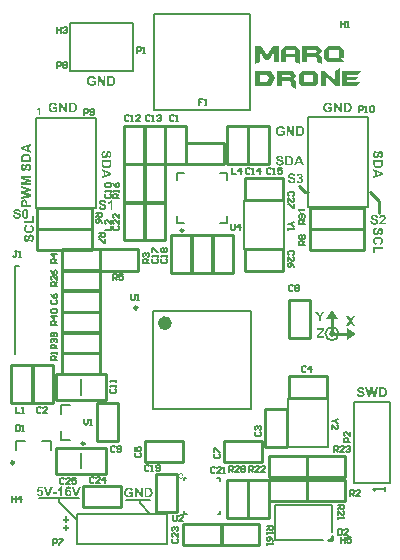
<source format=gto>
G04 Layer_Color=65535*
%FSLAX24Y24*%
%MOIN*%
G70*
G01*
G75*
%ADD26C,0.0200*%
%ADD28C,0.0060*%
%ADD32C,0.0100*%
%ADD33C,0.0080*%
%ADD46C,0.0050*%
%ADD47C,0.0098*%
%ADD48C,0.0236*%
%ADD49C,0.0000*%
%ADD50C,0.0079*%
G36*
X-3307Y5345D02*
X-3302Y5344D01*
X-3296Y5344D01*
X-3290Y5343D01*
X-3283Y5342D01*
X-3268Y5339D01*
X-3261Y5337D01*
X-3253Y5334D01*
X-3246Y5331D01*
X-3239Y5327D01*
X-3232Y5323D01*
X-3226Y5319D01*
X-3226Y5318D01*
X-3225Y5317D01*
X-3224Y5316D01*
X-3222Y5314D01*
X-3219Y5311D01*
X-3217Y5308D01*
X-3214Y5304D01*
X-3211Y5300D01*
X-3208Y5295D01*
X-3205Y5290D01*
X-3202Y5284D01*
X-3200Y5277D01*
X-3198Y5271D01*
X-3196Y5264D01*
X-3194Y5256D01*
X-3194Y5248D01*
X-3259Y5246D01*
Y5246D01*
Y5247D01*
X-3260Y5250D01*
X-3261Y5254D01*
X-3262Y5259D01*
X-3265Y5265D01*
X-3268Y5271D01*
X-3272Y5276D01*
X-3277Y5281D01*
X-3277Y5281D01*
X-3279Y5283D01*
X-3282Y5284D01*
X-3287Y5286D01*
X-3292Y5288D01*
X-3299Y5290D01*
X-3308Y5291D01*
X-3317Y5292D01*
X-3322D01*
X-3327Y5291D01*
X-3333Y5290D01*
X-3340Y5289D01*
X-3347Y5287D01*
X-3354Y5284D01*
X-3361Y5280D01*
X-3361Y5279D01*
X-3362Y5278D01*
X-3364Y5277D01*
X-3366Y5275D01*
X-3368Y5272D01*
X-3370Y5268D01*
X-3370Y5265D01*
X-3371Y5260D01*
Y5259D01*
Y5258D01*
X-3370Y5256D01*
X-3370Y5253D01*
X-3369Y5250D01*
X-3367Y5247D01*
X-3365Y5244D01*
X-3362Y5241D01*
X-3361Y5240D01*
X-3359Y5239D01*
X-3358Y5238D01*
X-3355Y5237D01*
X-3353Y5235D01*
X-3350Y5234D01*
X-3346Y5233D01*
X-3342Y5231D01*
X-3337Y5229D01*
X-3332Y5227D01*
X-3325Y5225D01*
X-3318Y5223D01*
X-3311Y5222D01*
X-3303Y5219D01*
X-3302D01*
X-3300Y5219D01*
X-3298Y5218D01*
X-3295Y5217D01*
X-3291Y5217D01*
X-3286Y5215D01*
X-3281Y5214D01*
X-3276Y5212D01*
X-3265Y5209D01*
X-3254Y5205D01*
X-3243Y5201D01*
X-3238Y5198D01*
X-3233Y5196D01*
X-3233D01*
X-3232Y5196D01*
X-3230Y5194D01*
X-3225Y5191D01*
X-3220Y5187D01*
X-3215Y5183D01*
X-3209Y5177D01*
X-3203Y5171D01*
X-3198Y5163D01*
X-3197Y5162D01*
X-3196Y5160D01*
X-3194Y5156D01*
X-3191Y5150D01*
X-3189Y5142D01*
X-3187Y5133D01*
X-3185Y5124D01*
X-3185Y5113D01*
Y5112D01*
Y5111D01*
Y5110D01*
Y5108D01*
X-3185Y5106D01*
X-3186Y5102D01*
X-3187Y5096D01*
X-3188Y5088D01*
X-3191Y5079D01*
X-3195Y5070D01*
X-3200Y5061D01*
Y5060D01*
X-3201Y5060D01*
X-3203Y5057D01*
X-3207Y5052D01*
X-3212Y5047D01*
X-3218Y5041D01*
X-3225Y5036D01*
X-3234Y5030D01*
X-3244Y5025D01*
X-3244D01*
X-3245Y5025D01*
X-3247Y5024D01*
X-3249Y5023D01*
X-3252Y5022D01*
X-3255Y5022D01*
X-3259Y5021D01*
X-3263Y5020D01*
X-3268Y5018D01*
X-3273Y5017D01*
X-3285Y5016D01*
X-3298Y5014D01*
X-3313Y5014D01*
X-3319D01*
X-3323Y5014D01*
X-3328Y5015D01*
X-3334Y5015D01*
X-3340Y5016D01*
X-3347Y5017D01*
X-3363Y5021D01*
X-3370Y5023D01*
X-3378Y5025D01*
X-3386Y5028D01*
X-3393Y5032D01*
X-3400Y5036D01*
X-3407Y5041D01*
X-3407Y5042D01*
X-3408Y5043D01*
X-3410Y5044D01*
X-3412Y5046D01*
X-3414Y5050D01*
X-3417Y5053D01*
X-3420Y5058D01*
X-3424Y5062D01*
X-3427Y5068D01*
X-3430Y5074D01*
X-3433Y5081D01*
X-3437Y5088D01*
X-3439Y5096D01*
X-3442Y5105D01*
X-3444Y5114D01*
X-3445Y5124D01*
X-3382Y5130D01*
Y5129D01*
X-3382Y5128D01*
Y5126D01*
X-3381Y5125D01*
X-3379Y5119D01*
X-3377Y5112D01*
X-3374Y5104D01*
X-3370Y5096D01*
X-3365Y5089D01*
X-3359Y5083D01*
X-3358Y5083D01*
X-3356Y5081D01*
X-3352Y5078D01*
X-3347Y5076D01*
X-3340Y5073D01*
X-3332Y5070D01*
X-3323Y5069D01*
X-3312Y5068D01*
X-3307D01*
X-3302Y5069D01*
X-3295Y5070D01*
X-3287Y5071D01*
X-3279Y5074D01*
X-3272Y5077D01*
X-3266Y5081D01*
X-3265Y5082D01*
X-3263Y5083D01*
X-3261Y5086D01*
X-3257Y5090D01*
X-3255Y5095D01*
X-3252Y5100D01*
X-3250Y5106D01*
X-3249Y5112D01*
Y5113D01*
Y5114D01*
X-3250Y5116D01*
X-3250Y5119D01*
X-3251Y5122D01*
X-3252Y5125D01*
X-3254Y5128D01*
X-3256Y5131D01*
X-3257Y5132D01*
X-3258Y5133D01*
X-3259Y5134D01*
X-3261Y5136D01*
X-3265Y5138D01*
X-3269Y5141D01*
X-3273Y5143D01*
X-3279Y5145D01*
X-3280D01*
X-3282Y5146D01*
X-3285Y5147D01*
X-3287Y5148D01*
X-3290Y5149D01*
X-3293Y5150D01*
X-3297Y5151D01*
X-3301Y5152D01*
X-3306Y5153D01*
X-3311Y5155D01*
X-3317Y5156D01*
X-3324Y5158D01*
X-3331Y5160D01*
X-3332D01*
X-3334Y5160D01*
X-3336Y5161D01*
X-3340Y5162D01*
X-3344Y5163D01*
X-3349Y5165D01*
X-3354Y5167D01*
X-3360Y5168D01*
X-3372Y5173D01*
X-3383Y5179D01*
X-3389Y5181D01*
X-3395Y5185D01*
X-3400Y5188D01*
X-3404Y5191D01*
X-3404Y5192D01*
X-3405Y5192D01*
X-3407Y5194D01*
X-3408Y5196D01*
X-3411Y5198D01*
X-3413Y5202D01*
X-3416Y5205D01*
X-3418Y5209D01*
X-3424Y5219D01*
X-3428Y5230D01*
X-3430Y5236D01*
X-3431Y5242D01*
X-3432Y5249D01*
X-3433Y5256D01*
Y5256D01*
Y5257D01*
Y5258D01*
Y5260D01*
X-3432Y5265D01*
X-3431Y5271D01*
X-3430Y5277D01*
X-3427Y5285D01*
X-3424Y5294D01*
X-3419Y5301D01*
Y5302D01*
X-3419Y5302D01*
X-3417Y5305D01*
X-3414Y5309D01*
X-3409Y5314D01*
X-3404Y5319D01*
X-3397Y5324D01*
X-3389Y5329D01*
X-3380Y5334D01*
X-3379D01*
X-3378Y5334D01*
X-3377Y5335D01*
X-3375Y5336D01*
X-3372Y5337D01*
X-3370Y5338D01*
X-3366Y5338D01*
X-3362Y5340D01*
X-3352Y5342D01*
X-3342Y5344D01*
X-3330Y5345D01*
X-3316Y5345D01*
X-3311D01*
X-3307Y5345D01*
D02*
G37*
G36*
X-2987Y5020D02*
X-3048D01*
Y5251D01*
X-3049Y5251D01*
X-3050Y5250D01*
X-3052Y5248D01*
X-3054Y5246D01*
X-3058Y5243D01*
X-3061Y5241D01*
X-3066Y5237D01*
X-3071Y5234D01*
X-3077Y5230D01*
X-3083Y5226D01*
X-3089Y5222D01*
X-3096Y5218D01*
X-3111Y5211D01*
X-3127Y5205D01*
Y5260D01*
X-3127D01*
X-3127Y5261D01*
X-3125Y5261D01*
X-3123Y5262D01*
X-3119Y5264D01*
X-3112Y5267D01*
X-3104Y5271D01*
X-3096Y5276D01*
X-3086Y5282D01*
X-3076Y5289D01*
X-3075Y5290D01*
X-3074Y5290D01*
X-3073Y5292D01*
X-3071Y5294D01*
X-3066Y5298D01*
X-3061Y5304D01*
X-3054Y5312D01*
X-3048Y5321D01*
X-3042Y5331D01*
X-3037Y5341D01*
X-2987D01*
Y5020D01*
D02*
G37*
G36*
X4848Y8587D02*
X4857Y8587D01*
X4867Y8586D01*
X4877Y8585D01*
X4886Y8583D01*
X4895Y8581D01*
X4896D01*
X4897Y8580D01*
X4898Y8580D01*
X4900Y8580D01*
X4905Y8577D01*
X4912Y8574D01*
X4919Y8570D01*
X4928Y8565D01*
X4935Y8559D01*
X4943Y8551D01*
X4944D01*
X4944Y8550D01*
X4947Y8548D01*
X4950Y8543D01*
X4954Y8537D01*
X4959Y8530D01*
X4965Y8521D01*
X4970Y8511D01*
X4974Y8500D01*
Y8499D01*
X4974Y8498D01*
X4975Y8496D01*
X4976Y8494D01*
X4976Y8491D01*
X4977Y8488D01*
X4978Y8483D01*
X4979Y8479D01*
X4980Y8474D01*
X4981Y8468D01*
X4982Y8462D01*
X4983Y8455D01*
X4984Y8441D01*
X4984Y8424D01*
Y8424D01*
Y8422D01*
Y8421D01*
Y8418D01*
X4984Y8414D01*
Y8410D01*
X4983Y8406D01*
X4983Y8401D01*
X4982Y8390D01*
X4980Y8379D01*
X4977Y8368D01*
X4974Y8356D01*
Y8356D01*
X4974Y8355D01*
X4973Y8353D01*
X4972Y8350D01*
X4971Y8348D01*
X4969Y8344D01*
X4965Y8336D01*
X4961Y8327D01*
X4955Y8318D01*
X4948Y8308D01*
X4940Y8300D01*
X4939Y8299D01*
X4937Y8297D01*
X4933Y8294D01*
X4928Y8290D01*
X4922Y8286D01*
X4914Y8282D01*
X4905Y8278D01*
X4895Y8274D01*
X4894D01*
X4894Y8274D01*
X4892D01*
X4891Y8273D01*
X4886Y8272D01*
X4880Y8271D01*
X4872Y8270D01*
X4862Y8269D01*
X4850Y8268D01*
X4838Y8268D01*
X4717D01*
Y8587D01*
X4844D01*
X4848Y8587D01*
D02*
G37*
G36*
X-5887Y5045D02*
X-5883Y5045D01*
X-5878Y5044D01*
X-5874Y5043D01*
X-5868Y5042D01*
X-5862Y5040D01*
X-5857Y5038D01*
X-5851Y5035D01*
X-5845Y5032D01*
X-5839Y5028D01*
X-5833Y5024D01*
X-5827Y5019D01*
X-5822Y5013D01*
X-5821Y5012D01*
X-5821Y5011D01*
X-5819Y5009D01*
X-5817Y5005D01*
X-5815Y5001D01*
X-5812Y4995D01*
X-5809Y4989D01*
X-5806Y4981D01*
X-5803Y4973D01*
X-5800Y4963D01*
X-5798Y4953D01*
X-5796Y4941D01*
X-5793Y4928D01*
X-5792Y4914D01*
X-5791Y4899D01*
X-5791Y4882D01*
Y4881D01*
Y4881D01*
Y4880D01*
Y4878D01*
Y4873D01*
X-5791Y4867D01*
X-5791Y4860D01*
X-5792Y4851D01*
X-5793Y4842D01*
X-5794Y4832D01*
X-5796Y4821D01*
X-5798Y4810D01*
X-5801Y4799D01*
X-5804Y4789D01*
X-5807Y4778D01*
X-5812Y4768D01*
X-5816Y4759D01*
X-5822Y4751D01*
X-5822Y4751D01*
X-5823Y4750D01*
X-5825Y4748D01*
X-5827Y4746D01*
X-5829Y4744D01*
X-5833Y4741D01*
X-5837Y4738D01*
X-5841Y4735D01*
X-5846Y4732D01*
X-5851Y4729D01*
X-5857Y4726D01*
X-5864Y4723D01*
X-5870Y4722D01*
X-5878Y4720D01*
X-5886Y4719D01*
X-5895Y4718D01*
X-5896D01*
X-5899Y4719D01*
X-5902D01*
X-5906Y4719D01*
X-5911Y4720D01*
X-5916Y4721D01*
X-5921Y4723D01*
X-5927Y4725D01*
X-5933Y4727D01*
X-5940Y4730D01*
X-5946Y4734D01*
X-5952Y4737D01*
X-5958Y4742D01*
X-5964Y4748D01*
X-5970Y4754D01*
X-5970Y4754D01*
X-5971Y4756D01*
X-5973Y4758D01*
X-5974Y4761D01*
X-5976Y4765D01*
X-5979Y4770D01*
X-5981Y4777D01*
X-5984Y4784D01*
X-5986Y4792D01*
X-5989Y4801D01*
X-5992Y4812D01*
X-5993Y4823D01*
X-5995Y4836D01*
X-5997Y4851D01*
X-5998Y4866D01*
X-5998Y4882D01*
Y4883D01*
Y4883D01*
Y4885D01*
Y4887D01*
Y4891D01*
X-5998Y4897D01*
X-5997Y4905D01*
X-5996Y4913D01*
X-5995Y4923D01*
X-5994Y4933D01*
X-5992Y4943D01*
X-5991Y4954D01*
X-5988Y4965D01*
X-5985Y4976D01*
X-5981Y4986D01*
X-5977Y4996D01*
X-5973Y5005D01*
X-5967Y5013D01*
X-5967Y5013D01*
X-5966Y5014D01*
X-5964Y5016D01*
X-5962Y5018D01*
X-5960Y5021D01*
X-5956Y5023D01*
X-5952Y5026D01*
X-5948Y5029D01*
X-5943Y5033D01*
X-5938Y5035D01*
X-5932Y5038D01*
X-5925Y5041D01*
X-5919Y5043D01*
X-5911Y5045D01*
X-5903Y5045D01*
X-5895Y5046D01*
X-5890D01*
X-5887Y5045D01*
D02*
G37*
G36*
X-3237Y6925D02*
X-3237D01*
X-3238Y6925D01*
X-3240D01*
X-3242Y6924D01*
X-3247Y6923D01*
X-3254Y6920D01*
X-3262Y6917D01*
X-3270Y6913D01*
X-3277Y6909D01*
X-3283Y6903D01*
X-3284Y6902D01*
X-3285Y6899D01*
X-3288Y6896D01*
X-3291Y6890D01*
X-3293Y6883D01*
X-3296Y6875D01*
X-3297Y6866D01*
X-3298Y6856D01*
Y6855D01*
Y6854D01*
Y6853D01*
Y6851D01*
X-3297Y6845D01*
X-3296Y6838D01*
X-3295Y6831D01*
X-3292Y6823D01*
X-3289Y6815D01*
X-3285Y6809D01*
X-3285Y6808D01*
X-3283Y6806D01*
X-3280Y6804D01*
X-3276Y6801D01*
X-3272Y6798D01*
X-3266Y6795D01*
X-3261Y6793D01*
X-3254Y6793D01*
X-3252D01*
X-3250Y6793D01*
X-3247Y6794D01*
X-3244Y6795D01*
X-3241Y6796D01*
X-3238Y6797D01*
X-3235Y6800D01*
X-3234Y6800D01*
X-3233Y6801D01*
X-3232Y6802D01*
X-3230Y6805D01*
X-3228Y6808D01*
X-3225Y6812D01*
X-3223Y6817D01*
X-3221Y6823D01*
Y6823D01*
X-3220Y6825D01*
X-3219Y6828D01*
X-3218Y6831D01*
X-3218Y6833D01*
X-3217Y6837D01*
X-3215Y6840D01*
X-3214Y6845D01*
X-3213Y6849D01*
X-3212Y6855D01*
X-3210Y6861D01*
X-3208Y6867D01*
X-3206Y6875D01*
Y6875D01*
X-3206Y6877D01*
X-3205Y6880D01*
X-3204Y6883D01*
X-3203Y6887D01*
X-3201Y6892D01*
X-3200Y6897D01*
X-3198Y6903D01*
X-3193Y6915D01*
X-3188Y6927D01*
X-3185Y6933D01*
X-3182Y6938D01*
X-3178Y6943D01*
X-3175Y6947D01*
X-3175Y6948D01*
X-3174Y6948D01*
X-3172Y6950D01*
X-3170Y6952D01*
X-3168Y6954D01*
X-3164Y6956D01*
X-3161Y6959D01*
X-3157Y6961D01*
X-3147Y6967D01*
X-3136Y6972D01*
X-3130Y6973D01*
X-3124Y6975D01*
X-3117Y6976D01*
X-3110Y6976D01*
X-3106D01*
X-3102Y6975D01*
X-3096Y6974D01*
X-3089Y6973D01*
X-3081Y6971D01*
X-3072Y6967D01*
X-3065Y6963D01*
X-3064D01*
X-3064Y6962D01*
X-3061Y6960D01*
X-3057Y6957D01*
X-3053Y6953D01*
X-3048Y6947D01*
X-3042Y6940D01*
X-3037Y6932D01*
X-3032Y6923D01*
Y6923D01*
X-3032Y6922D01*
X-3031Y6920D01*
X-3030Y6918D01*
X-3030Y6916D01*
X-3029Y6913D01*
X-3028Y6909D01*
X-3026Y6905D01*
X-3024Y6896D01*
X-3023Y6885D01*
X-3021Y6873D01*
X-3021Y6860D01*
Y6859D01*
Y6857D01*
Y6854D01*
X-3021Y6850D01*
X-3022Y6845D01*
X-3022Y6839D01*
X-3023Y6833D01*
X-3024Y6826D01*
X-3027Y6811D01*
X-3030Y6804D01*
X-3032Y6796D01*
X-3035Y6789D01*
X-3039Y6782D01*
X-3043Y6776D01*
X-3048Y6770D01*
X-3048Y6769D01*
X-3049Y6768D01*
X-3050Y6767D01*
X-3052Y6765D01*
X-3055Y6763D01*
X-3058Y6760D01*
X-3062Y6757D01*
X-3066Y6754D01*
X-3071Y6751D01*
X-3076Y6748D01*
X-3082Y6746D01*
X-3089Y6743D01*
X-3095Y6741D01*
X-3103Y6739D01*
X-3110Y6738D01*
X-3118Y6737D01*
X-3121Y6802D01*
X-3120D01*
X-3116Y6803D01*
X-3112Y6804D01*
X-3107Y6806D01*
X-3101Y6808D01*
X-3096Y6811D01*
X-3090Y6815D01*
X-3085Y6820D01*
X-3085Y6820D01*
X-3084Y6822D01*
X-3082Y6826D01*
X-3080Y6830D01*
X-3078Y6836D01*
X-3076Y6843D01*
X-3075Y6851D01*
X-3074Y6861D01*
Y6861D01*
Y6862D01*
Y6863D01*
Y6865D01*
X-3075Y6870D01*
X-3076Y6876D01*
X-3077Y6883D01*
X-3079Y6891D01*
X-3082Y6898D01*
X-3086Y6904D01*
X-3087Y6905D01*
X-3088Y6905D01*
X-3089Y6907D01*
X-3091Y6909D01*
X-3094Y6911D01*
X-3098Y6913D01*
X-3102Y6914D01*
X-3106Y6914D01*
X-3108D01*
X-3110Y6914D01*
X-3113Y6913D01*
X-3116Y6912D01*
X-3119Y6911D01*
X-3122Y6908D01*
X-3126Y6905D01*
X-3126Y6905D01*
X-3127Y6902D01*
X-3128Y6901D01*
X-3129Y6899D01*
X-3131Y6896D01*
X-3132Y6893D01*
X-3133Y6889D01*
X-3135Y6885D01*
X-3137Y6880D01*
X-3139Y6875D01*
X-3141Y6869D01*
X-3143Y6862D01*
X-3145Y6854D01*
X-3147Y6846D01*
Y6845D01*
X-3147Y6844D01*
X-3148Y6841D01*
X-3149Y6838D01*
X-3150Y6834D01*
X-3151Y6830D01*
X-3152Y6825D01*
X-3154Y6820D01*
X-3158Y6808D01*
X-3161Y6797D01*
X-3165Y6786D01*
X-3168Y6781D01*
X-3170Y6777D01*
Y6776D01*
X-3170Y6776D01*
X-3172Y6773D01*
X-3175Y6769D01*
X-3179Y6764D01*
X-3183Y6758D01*
X-3189Y6752D01*
X-3195Y6746D01*
X-3203Y6741D01*
X-3204Y6741D01*
X-3206Y6739D01*
X-3211Y6737D01*
X-3217Y6735D01*
X-3224Y6732D01*
X-3233Y6730D01*
X-3243Y6729D01*
X-3254Y6728D01*
X-3258D01*
X-3261Y6729D01*
X-3264Y6729D01*
X-3270Y6730D01*
X-3279Y6732D01*
X-3287Y6735D01*
X-3296Y6739D01*
X-3305Y6744D01*
X-3306D01*
X-3306Y6745D01*
X-3309Y6747D01*
X-3314Y6750D01*
X-3319Y6755D01*
X-3325Y6761D01*
X-3330Y6769D01*
X-3336Y6777D01*
X-3341Y6787D01*
Y6788D01*
X-3341Y6789D01*
X-3342Y6790D01*
X-3343Y6792D01*
X-3344Y6795D01*
X-3345Y6798D01*
X-3346Y6802D01*
X-3346Y6806D01*
X-3348Y6811D01*
X-3349Y6816D01*
X-3351Y6828D01*
X-3352Y6842D01*
X-3352Y6857D01*
Y6857D01*
Y6859D01*
Y6863D01*
X-3352Y6867D01*
X-3352Y6872D01*
X-3351Y6877D01*
X-3350Y6884D01*
X-3349Y6891D01*
X-3346Y6906D01*
X-3343Y6914D01*
X-3341Y6921D01*
X-3338Y6929D01*
X-3334Y6936D01*
X-3330Y6943D01*
X-3325Y6950D01*
X-3324Y6950D01*
X-3323Y6951D01*
X-3322Y6953D01*
X-3320Y6955D01*
X-3316Y6958D01*
X-3313Y6960D01*
X-3309Y6964D01*
X-3304Y6967D01*
X-3298Y6970D01*
X-3292Y6973D01*
X-3285Y6977D01*
X-3278Y6980D01*
X-3270Y6982D01*
X-3261Y6985D01*
X-3252Y6987D01*
X-3243Y6988D01*
X-3237Y6925D01*
D02*
G37*
G36*
X-3027Y6260D02*
Y6191D01*
X-3346Y6063D01*
Y6133D01*
X-3274Y6160D01*
Y6289D01*
X-3346Y6315D01*
Y6383D01*
X-3027Y6260D01*
D02*
G37*
G36*
X-3670Y9479D02*
X-3665Y9478D01*
X-3659Y9478D01*
X-3653Y9477D01*
X-3646Y9476D01*
X-3631Y9473D01*
X-3616Y9469D01*
X-3608Y9466D01*
X-3601Y9463D01*
X-3594Y9459D01*
X-3587Y9454D01*
X-3587Y9454D01*
X-3586Y9453D01*
X-3584Y9452D01*
X-3582Y9450D01*
X-3579Y9447D01*
X-3576Y9444D01*
X-3573Y9440D01*
X-3569Y9436D01*
X-3566Y9432D01*
X-3562Y9427D01*
X-3558Y9421D01*
X-3555Y9415D01*
X-3551Y9408D01*
X-3548Y9401D01*
X-3546Y9393D01*
X-3544Y9385D01*
X-3608Y9373D01*
Y9374D01*
X-3609Y9374D01*
X-3609Y9377D01*
X-3611Y9381D01*
X-3614Y9387D01*
X-3617Y9393D01*
X-3622Y9399D01*
X-3627Y9405D01*
X-3634Y9410D01*
X-3635Y9411D01*
X-3637Y9413D01*
X-3641Y9415D01*
X-3646Y9417D01*
X-3653Y9420D01*
X-3661Y9422D01*
X-3670Y9424D01*
X-3680Y9424D01*
X-3684D01*
X-3687Y9424D01*
X-3691Y9423D01*
X-3695Y9423D01*
X-3700Y9422D01*
X-3705Y9421D01*
X-3715Y9418D01*
X-3721Y9416D01*
X-3726Y9413D01*
X-3732Y9409D01*
X-3737Y9406D01*
X-3742Y9402D01*
X-3748Y9397D01*
X-3748Y9397D01*
X-3748Y9396D01*
X-3750Y9394D01*
X-3751Y9392D01*
X-3753Y9389D01*
X-3755Y9386D01*
X-3758Y9382D01*
X-3760Y9377D01*
X-3762Y9372D01*
X-3764Y9366D01*
X-3767Y9359D01*
X-3768Y9352D01*
X-3770Y9344D01*
X-3771Y9336D01*
X-3772Y9327D01*
X-3772Y9317D01*
Y9317D01*
Y9315D01*
Y9312D01*
X-3772Y9308D01*
X-3771Y9303D01*
X-3771Y9298D01*
X-3770Y9291D01*
X-3769Y9285D01*
X-3766Y9271D01*
X-3761Y9257D01*
X-3759Y9250D01*
X-3755Y9243D01*
X-3751Y9237D01*
X-3747Y9231D01*
X-3747Y9231D01*
X-3746Y9230D01*
X-3744Y9228D01*
X-3742Y9227D01*
X-3740Y9225D01*
X-3737Y9222D01*
X-3733Y9220D01*
X-3729Y9217D01*
X-3724Y9214D01*
X-3720Y9212D01*
X-3708Y9207D01*
X-3702Y9205D01*
X-3695Y9204D01*
X-3688Y9203D01*
X-3681Y9203D01*
X-3677D01*
X-3673Y9203D01*
X-3668Y9203D01*
X-3662Y9204D01*
X-3655Y9206D01*
X-3647Y9208D01*
X-3640Y9210D01*
X-3639D01*
X-3639Y9211D01*
X-3637Y9212D01*
X-3633Y9214D01*
X-3628Y9216D01*
X-3622Y9219D01*
X-3616Y9222D01*
X-3610Y9226D01*
X-3605Y9230D01*
Y9271D01*
X-3679D01*
Y9325D01*
X-3540D01*
Y9197D01*
X-3541Y9196D01*
X-3542Y9195D01*
X-3543Y9193D01*
X-3546Y9191D01*
X-3548Y9190D01*
X-3554Y9185D01*
X-3563Y9180D01*
X-3573Y9174D01*
X-3585Y9168D01*
X-3599Y9162D01*
X-3599D01*
X-3601Y9162D01*
X-3602Y9161D01*
X-3605Y9160D01*
X-3609Y9159D01*
X-3613Y9158D01*
X-3618Y9156D01*
X-3623Y9155D01*
X-3634Y9152D01*
X-3648Y9150D01*
X-3662Y9148D01*
X-3676Y9148D01*
X-3681D01*
X-3685Y9148D01*
X-3689D01*
X-3694Y9148D01*
X-3700Y9149D01*
X-3706Y9150D01*
X-3720Y9153D01*
X-3735Y9156D01*
X-3750Y9161D01*
X-3757Y9165D01*
X-3764Y9168D01*
X-3765Y9169D01*
X-3766Y9169D01*
X-3768Y9171D01*
X-3770Y9172D01*
X-3773Y9174D01*
X-3777Y9177D01*
X-3781Y9180D01*
X-3785Y9184D01*
X-3794Y9192D01*
X-3803Y9203D01*
X-3812Y9215D01*
X-3820Y9229D01*
Y9229D01*
X-3821Y9231D01*
X-3822Y9233D01*
X-3823Y9236D01*
X-3824Y9239D01*
X-3826Y9244D01*
X-3827Y9249D01*
X-3829Y9254D01*
X-3831Y9260D01*
X-3833Y9267D01*
X-3836Y9282D01*
X-3838Y9297D01*
X-3839Y9314D01*
Y9315D01*
Y9317D01*
Y9319D01*
X-3838Y9323D01*
Y9327D01*
X-3838Y9332D01*
X-3837Y9338D01*
X-3836Y9344D01*
X-3834Y9358D01*
X-3830Y9373D01*
X-3825Y9388D01*
X-3821Y9396D01*
X-3818Y9403D01*
X-3817Y9403D01*
X-3817Y9405D01*
X-3815Y9407D01*
X-3814Y9409D01*
X-3812Y9413D01*
X-3809Y9416D01*
X-3806Y9421D01*
X-3803Y9425D01*
X-3798Y9430D01*
X-3794Y9435D01*
X-3789Y9440D01*
X-3783Y9445D01*
X-3777Y9450D01*
X-3771Y9455D01*
X-3757Y9463D01*
X-3756D01*
X-3755Y9464D01*
X-3754Y9464D01*
X-3751Y9466D01*
X-3748Y9467D01*
X-3745Y9468D01*
X-3740Y9470D01*
X-3736Y9471D01*
X-3730Y9473D01*
X-3724Y9474D01*
X-3718Y9476D01*
X-3712Y9477D01*
X-3697Y9479D01*
X-3680Y9479D01*
X-3675D01*
X-3670Y9479D01*
D02*
G37*
G36*
X-3027Y6556D02*
Y6555D01*
Y6554D01*
Y6552D01*
Y6549D01*
Y6546D01*
X-3027Y6542D01*
X-3028Y6533D01*
X-3028Y6523D01*
X-3030Y6513D01*
X-3031Y6504D01*
X-3033Y6495D01*
Y6494D01*
X-3034Y6493D01*
X-3034Y6492D01*
X-3035Y6490D01*
X-3037Y6485D01*
X-3040Y6478D01*
X-3044Y6471D01*
X-3049Y6462D01*
X-3055Y6455D01*
X-3063Y6447D01*
Y6446D01*
X-3064Y6446D01*
X-3066Y6443D01*
X-3071Y6440D01*
X-3077Y6436D01*
X-3085Y6431D01*
X-3093Y6425D01*
X-3103Y6420D01*
X-3115Y6416D01*
X-3115D01*
X-3116Y6416D01*
X-3118Y6415D01*
X-3120Y6414D01*
X-3123Y6414D01*
X-3127Y6413D01*
X-3131Y6412D01*
X-3135Y6411D01*
X-3140Y6410D01*
X-3146Y6409D01*
X-3152Y6408D01*
X-3159Y6407D01*
X-3174Y6406D01*
X-3190Y6406D01*
X-3196D01*
X-3200Y6406D01*
X-3204D01*
X-3208Y6407D01*
X-3213Y6407D01*
X-3224Y6408D01*
X-3235Y6410D01*
X-3247Y6413D01*
X-3258Y6416D01*
X-3258D01*
X-3259Y6416D01*
X-3261Y6417D01*
X-3264Y6418D01*
X-3267Y6419D01*
X-3270Y6421D01*
X-3278Y6425D01*
X-3287Y6429D01*
X-3297Y6435D01*
X-3306Y6442D01*
X-3315Y6450D01*
X-3316Y6451D01*
X-3317Y6453D01*
X-3320Y6457D01*
X-3324Y6462D01*
X-3328Y6468D01*
X-3332Y6476D01*
X-3336Y6485D01*
X-3340Y6495D01*
Y6496D01*
X-3340Y6496D01*
Y6498D01*
X-3341Y6499D01*
X-3342Y6504D01*
X-3343Y6510D01*
X-3345Y6518D01*
X-3346Y6528D01*
X-3346Y6540D01*
X-3346Y6552D01*
Y6673D01*
X-3027D01*
Y6556D01*
D02*
G37*
G36*
X4649Y8268D02*
X4584D01*
X4454Y8478D01*
Y8268D01*
X4394D01*
Y8587D01*
X4457D01*
X4589Y8372D01*
Y8587D01*
X4649D01*
Y8268D01*
D02*
G37*
G36*
X-5311Y-4269D02*
X-5427D01*
X-5436Y-4324D01*
X-5436D01*
X-5436Y-4323D01*
X-5433Y-4322D01*
X-5429Y-4321D01*
X-5424Y-4318D01*
X-5417Y-4316D01*
X-5410Y-4315D01*
X-5402Y-4314D01*
X-5394Y-4313D01*
X-5390D01*
X-5388Y-4314D01*
X-5384Y-4314D01*
X-5380Y-4315D01*
X-5376Y-4315D01*
X-5370Y-4317D01*
X-5360Y-4321D01*
X-5354Y-4323D01*
X-5348Y-4326D01*
X-5342Y-4329D01*
X-5336Y-4334D01*
X-5331Y-4338D01*
X-5325Y-4343D01*
X-5325Y-4344D01*
X-5324Y-4345D01*
X-5322Y-4346D01*
X-5321Y-4349D01*
X-5319Y-4352D01*
X-5316Y-4355D01*
X-5314Y-4359D01*
X-5311Y-4364D01*
X-5308Y-4369D01*
X-5306Y-4375D01*
X-5303Y-4382D01*
X-5301Y-4388D01*
X-5299Y-4395D01*
X-5298Y-4403D01*
X-5297Y-4412D01*
X-5297Y-4420D01*
Y-4421D01*
Y-4422D01*
Y-4424D01*
X-5297Y-4427D01*
Y-4431D01*
X-5298Y-4435D01*
X-5298Y-4439D01*
X-5299Y-4444D01*
X-5302Y-4455D01*
X-5306Y-4467D01*
X-5309Y-4474D01*
X-5312Y-4480D01*
X-5315Y-4486D01*
X-5320Y-4492D01*
X-5320Y-4492D01*
X-5321Y-4493D01*
X-5323Y-4495D01*
X-5325Y-4498D01*
X-5328Y-4501D01*
X-5333Y-4505D01*
X-5337Y-4509D01*
X-5342Y-4512D01*
X-5348Y-4516D01*
X-5355Y-4520D01*
X-5362Y-4524D01*
X-5370Y-4527D01*
X-5378Y-4530D01*
X-5387Y-4532D01*
X-5396Y-4533D01*
X-5406Y-4534D01*
X-5411D01*
X-5414Y-4533D01*
X-5418Y-4533D01*
X-5422Y-4532D01*
X-5427Y-4532D01*
X-5432Y-4531D01*
X-5443Y-4528D01*
X-5456Y-4523D01*
X-5462Y-4521D01*
X-5468Y-4518D01*
X-5473Y-4514D01*
X-5479Y-4510D01*
X-5479Y-4510D01*
X-5480Y-4509D01*
X-5482Y-4508D01*
X-5484Y-4506D01*
X-5485Y-4503D01*
X-5488Y-4500D01*
X-5491Y-4497D01*
X-5493Y-4493D01*
X-5497Y-4489D01*
X-5499Y-4484D01*
X-5504Y-4473D01*
X-5509Y-4461D01*
X-5510Y-4454D01*
X-5512Y-4446D01*
X-5451Y-4440D01*
Y-4441D01*
X-5450Y-4443D01*
X-5449Y-4447D01*
X-5448Y-4452D01*
X-5446Y-4457D01*
X-5443Y-4462D01*
X-5440Y-4467D01*
X-5436Y-4473D01*
X-5435Y-4473D01*
X-5433Y-4474D01*
X-5430Y-4476D01*
X-5427Y-4479D01*
X-5423Y-4481D01*
X-5418Y-4483D01*
X-5412Y-4484D01*
X-5406Y-4485D01*
X-5405D01*
X-5402Y-4484D01*
X-5399Y-4484D01*
X-5394Y-4483D01*
X-5389Y-4481D01*
X-5383Y-4478D01*
X-5378Y-4474D01*
X-5373Y-4469D01*
X-5372Y-4468D01*
X-5370Y-4466D01*
X-5369Y-4462D01*
X-5366Y-4457D01*
X-5364Y-4450D01*
X-5361Y-4443D01*
X-5360Y-4433D01*
X-5359Y-4422D01*
Y-4421D01*
Y-4420D01*
Y-4419D01*
Y-4417D01*
X-5360Y-4412D01*
X-5361Y-4405D01*
X-5363Y-4398D01*
X-5365Y-4390D01*
X-5368Y-4383D01*
X-5373Y-4377D01*
X-5373Y-4377D01*
X-5375Y-4375D01*
X-5378Y-4373D01*
X-5382Y-4370D01*
X-5387Y-4367D01*
X-5393Y-4364D01*
X-5400Y-4363D01*
X-5407Y-4362D01*
X-5410D01*
X-5412Y-4363D01*
X-5417Y-4364D01*
X-5423Y-4365D01*
X-5430Y-4368D01*
X-5438Y-4372D01*
X-5443Y-4375D01*
X-5447Y-4378D01*
X-5451Y-4382D01*
X-5455Y-4386D01*
X-5504Y-4379D01*
X-5473Y-4212D01*
X-5311D01*
Y-4269D01*
D02*
G37*
G36*
X-4661Y-4528D02*
X-4722D01*
Y-4296D01*
X-4723Y-4297D01*
X-4724Y-4297D01*
X-4725Y-4299D01*
X-4728Y-4301D01*
X-4731Y-4304D01*
X-4735Y-4307D01*
X-4740Y-4310D01*
X-4745Y-4314D01*
X-4750Y-4317D01*
X-4756Y-4321D01*
X-4763Y-4325D01*
X-4770Y-4329D01*
X-4785Y-4336D01*
X-4801Y-4342D01*
Y-4287D01*
X-4801D01*
X-4800Y-4286D01*
X-4799Y-4286D01*
X-4797Y-4285D01*
X-4792Y-4283D01*
X-4786Y-4280D01*
X-4778Y-4277D01*
X-4769Y-4272D01*
X-4760Y-4265D01*
X-4750Y-4258D01*
X-4749Y-4257D01*
X-4748Y-4257D01*
X-4747Y-4255D01*
X-4745Y-4254D01*
X-4740Y-4249D01*
X-4734Y-4243D01*
X-4728Y-4236D01*
X-4721Y-4226D01*
X-4715Y-4217D01*
X-4711Y-4206D01*
X-4661D01*
Y-4528D01*
D02*
G37*
G36*
X-5099D02*
X-5169D01*
X-5283Y-4208D01*
X-5213D01*
X-5132Y-4444D01*
X-5054Y-4208D01*
X-4985D01*
X-5099Y-4528D01*
D02*
G37*
G36*
X5819Y6925D02*
X5818D01*
X5817Y6925D01*
X5815D01*
X5814Y6924D01*
X5808Y6923D01*
X5801Y6920D01*
X5793Y6917D01*
X5785Y6913D01*
X5778Y6909D01*
X5772Y6903D01*
X5771Y6902D01*
X5770Y6899D01*
X5767Y6896D01*
X5765Y6890D01*
X5762Y6883D01*
X5759Y6875D01*
X5758Y6866D01*
X5757Y6856D01*
Y6855D01*
Y6854D01*
Y6853D01*
Y6851D01*
X5758Y6845D01*
X5759Y6838D01*
X5760Y6831D01*
X5763Y6823D01*
X5766Y6815D01*
X5770Y6809D01*
X5771Y6808D01*
X5772Y6806D01*
X5775Y6804D01*
X5779Y6801D01*
X5784Y6798D01*
X5789Y6795D01*
X5795Y6793D01*
X5801Y6793D01*
X5803D01*
X5805Y6793D01*
X5808Y6794D01*
X5811Y6795D01*
X5814Y6796D01*
X5817Y6797D01*
X5820Y6800D01*
X5821Y6800D01*
X5822Y6801D01*
X5823Y6802D01*
X5825Y6805D01*
X5827Y6808D01*
X5830Y6812D01*
X5832Y6817D01*
X5834Y6823D01*
Y6823D01*
X5835Y6825D01*
X5836Y6828D01*
X5837Y6831D01*
X5838Y6833D01*
X5838Y6837D01*
X5840Y6840D01*
X5841Y6845D01*
X5842Y6849D01*
X5844Y6855D01*
X5845Y6861D01*
X5847Y6867D01*
X5849Y6875D01*
Y6875D01*
X5849Y6877D01*
X5850Y6880D01*
X5851Y6883D01*
X5852Y6887D01*
X5854Y6892D01*
X5856Y6897D01*
X5857Y6903D01*
X5862Y6915D01*
X5868Y6927D01*
X5870Y6933D01*
X5874Y6938D01*
X5877Y6943D01*
X5880Y6947D01*
X5881Y6948D01*
X5881Y6948D01*
X5883Y6950D01*
X5885Y6952D01*
X5887Y6954D01*
X5891Y6956D01*
X5894Y6959D01*
X5898Y6961D01*
X5908Y6967D01*
X5919Y6972D01*
X5925Y6973D01*
X5931Y6975D01*
X5938Y6976D01*
X5945Y6976D01*
X5949D01*
X5954Y6975D01*
X5960Y6974D01*
X5966Y6973D01*
X5974Y6971D01*
X5983Y6967D01*
X5990Y6963D01*
X5991D01*
X5991Y6962D01*
X5994Y6960D01*
X5998Y6957D01*
X6002Y6953D01*
X6008Y6947D01*
X6013Y6940D01*
X6018Y6932D01*
X6023Y6923D01*
Y6923D01*
X6023Y6922D01*
X6024Y6920D01*
X6025Y6918D01*
X6026Y6916D01*
X6027Y6913D01*
X6027Y6909D01*
X6029Y6905D01*
X6031Y6896D01*
X6033Y6885D01*
X6034Y6873D01*
X6034Y6860D01*
Y6859D01*
Y6857D01*
Y6854D01*
X6034Y6850D01*
X6033Y6845D01*
X6033Y6839D01*
X6032Y6833D01*
X6031Y6826D01*
X6028Y6811D01*
X6026Y6804D01*
X6023Y6796D01*
X6020Y6789D01*
X6016Y6782D01*
X6012Y6776D01*
X6008Y6770D01*
X6007Y6769D01*
X6006Y6768D01*
X6005Y6767D01*
X6003Y6765D01*
X6000Y6763D01*
X5997Y6760D01*
X5993Y6757D01*
X5989Y6754D01*
X5984Y6751D01*
X5979Y6748D01*
X5973Y6746D01*
X5966Y6743D01*
X5960Y6741D01*
X5953Y6739D01*
X5945Y6738D01*
X5937Y6737D01*
X5935Y6802D01*
X5936D01*
X5939Y6803D01*
X5943Y6804D01*
X5948Y6806D01*
X5954Y6808D01*
X5960Y6811D01*
X5965Y6815D01*
X5970Y6820D01*
X5970Y6820D01*
X5972Y6822D01*
X5973Y6826D01*
X5975Y6830D01*
X5977Y6836D01*
X5979Y6843D01*
X5980Y6851D01*
X5981Y6861D01*
Y6861D01*
Y6862D01*
Y6863D01*
Y6865D01*
X5980Y6870D01*
X5979Y6876D01*
X5978Y6883D01*
X5976Y6891D01*
X5973Y6898D01*
X5969Y6904D01*
X5968Y6905D01*
X5967Y6905D01*
X5966Y6907D01*
X5964Y6909D01*
X5961Y6911D01*
X5957Y6913D01*
X5954Y6914D01*
X5949Y6914D01*
X5947D01*
X5945Y6914D01*
X5942Y6913D01*
X5939Y6912D01*
X5936Y6911D01*
X5933Y6908D01*
X5929Y6905D01*
X5929Y6905D01*
X5928Y6902D01*
X5927Y6901D01*
X5926Y6899D01*
X5924Y6896D01*
X5923Y6893D01*
X5922Y6889D01*
X5920Y6885D01*
X5918Y6880D01*
X5916Y6875D01*
X5914Y6869D01*
X5912Y6862D01*
X5911Y6854D01*
X5908Y6846D01*
Y6845D01*
X5908Y6844D01*
X5907Y6841D01*
X5906Y6838D01*
X5905Y6834D01*
X5904Y6830D01*
X5903Y6825D01*
X5901Y6820D01*
X5898Y6808D01*
X5894Y6797D01*
X5890Y6786D01*
X5887Y6781D01*
X5885Y6777D01*
Y6776D01*
X5885Y6776D01*
X5883Y6773D01*
X5880Y6769D01*
X5876Y6764D01*
X5872Y6758D01*
X5866Y6752D01*
X5860Y6746D01*
X5852Y6741D01*
X5851Y6741D01*
X5849Y6739D01*
X5844Y6737D01*
X5838Y6735D01*
X5831Y6732D01*
X5822Y6730D01*
X5813Y6729D01*
X5802Y6728D01*
X5797D01*
X5795Y6729D01*
X5791Y6729D01*
X5785Y6730D01*
X5777Y6732D01*
X5768Y6735D01*
X5759Y6739D01*
X5750Y6744D01*
X5749D01*
X5749Y6745D01*
X5746Y6747D01*
X5741Y6750D01*
X5736Y6755D01*
X5730Y6761D01*
X5725Y6769D01*
X5719Y6777D01*
X5714Y6787D01*
Y6788D01*
X5714Y6789D01*
X5713Y6790D01*
X5712Y6792D01*
X5711Y6795D01*
X5711Y6798D01*
X5710Y6802D01*
X5709Y6806D01*
X5707Y6811D01*
X5706Y6816D01*
X5705Y6828D01*
X5703Y6842D01*
X5703Y6857D01*
Y6857D01*
Y6859D01*
Y6863D01*
X5703Y6867D01*
X5704Y6872D01*
X5704Y6877D01*
X5705Y6884D01*
X5706Y6891D01*
X5710Y6906D01*
X5712Y6914D01*
X5714Y6921D01*
X5717Y6929D01*
X5721Y6936D01*
X5725Y6943D01*
X5730Y6950D01*
X5731Y6950D01*
X5732Y6951D01*
X5733Y6953D01*
X5735Y6955D01*
X5739Y6958D01*
X5742Y6960D01*
X5747Y6964D01*
X5751Y6967D01*
X5757Y6970D01*
X5763Y6973D01*
X5770Y6977D01*
X5777Y6980D01*
X5785Y6982D01*
X5794Y6985D01*
X5803Y6987D01*
X5813Y6988D01*
X5819Y6925D01*
D02*
G37*
G36*
X2992Y6231D02*
X2998Y6230D01*
X3004Y6230D01*
X3010Y6229D01*
X3016Y6228D01*
X3031Y6225D01*
X3039Y6222D01*
X3046Y6220D01*
X3053Y6217D01*
X3060Y6213D01*
X3067Y6209D01*
X3073Y6204D01*
X3073Y6204D01*
X3074Y6203D01*
X3076Y6202D01*
X3077Y6200D01*
X3080Y6197D01*
X3083Y6194D01*
X3085Y6190D01*
X3089Y6186D01*
X3091Y6181D01*
X3094Y6176D01*
X3097Y6170D01*
X3099Y6163D01*
X3101Y6157D01*
X3103Y6149D01*
X3105Y6142D01*
X3105Y6134D01*
X3041Y6131D01*
Y6132D01*
Y6132D01*
X3040Y6136D01*
X3039Y6140D01*
X3037Y6145D01*
X3035Y6151D01*
X3031Y6156D01*
X3027Y6162D01*
X3022Y6167D01*
X3022Y6167D01*
X3020Y6168D01*
X3017Y6170D01*
X3012Y6172D01*
X3007Y6174D01*
X3000Y6176D01*
X2992Y6177D01*
X2982Y6178D01*
X2977D01*
X2972Y6177D01*
X2966Y6176D01*
X2959Y6175D01*
X2952Y6173D01*
X2945Y6170D01*
X2938Y6166D01*
X2938Y6165D01*
X2937Y6164D01*
X2935Y6163D01*
X2933Y6161D01*
X2931Y6158D01*
X2930Y6154D01*
X2929Y6150D01*
X2928Y6146D01*
Y6145D01*
Y6144D01*
X2929Y6142D01*
X2930Y6139D01*
X2931Y6136D01*
X2932Y6133D01*
X2934Y6130D01*
X2937Y6126D01*
X2938Y6126D01*
X2940Y6125D01*
X2942Y6124D01*
X2944Y6123D01*
X2946Y6121D01*
X2950Y6120D01*
X2953Y6118D01*
X2957Y6117D01*
X2962Y6115D01*
X2968Y6113D01*
X2974Y6111D01*
X2981Y6109D01*
X2988Y6107D01*
X2997Y6105D01*
X2997D01*
X2999Y6105D01*
X3001Y6104D01*
X3004Y6103D01*
X3008Y6102D01*
X3013Y6101D01*
X3018Y6100D01*
X3023Y6098D01*
X3034Y6094D01*
X3046Y6091D01*
X3057Y6087D01*
X3061Y6084D01*
X3066Y6082D01*
X3066D01*
X3067Y6082D01*
X3070Y6080D01*
X3074Y6077D01*
X3079Y6073D01*
X3084Y6069D01*
X3090Y6063D01*
X3096Y6057D01*
X3101Y6049D01*
X3102Y6048D01*
X3103Y6046D01*
X3106Y6041D01*
X3108Y6035D01*
X3110Y6028D01*
X3113Y6019D01*
X3114Y6009D01*
X3114Y5998D01*
Y5998D01*
Y5997D01*
Y5996D01*
Y5994D01*
X3114Y5991D01*
X3114Y5988D01*
X3113Y5982D01*
X3111Y5973D01*
X3108Y5965D01*
X3104Y5956D01*
X3099Y5947D01*
Y5946D01*
X3098Y5946D01*
X3096Y5943D01*
X3092Y5938D01*
X3088Y5933D01*
X3082Y5927D01*
X3074Y5922D01*
X3065Y5916D01*
X3055Y5911D01*
X3055D01*
X3054Y5911D01*
X3053Y5910D01*
X3050Y5909D01*
X3047Y5908D01*
X3044Y5907D01*
X3041Y5906D01*
X3036Y5906D01*
X3031Y5904D01*
X3026Y5903D01*
X3014Y5901D01*
X3001Y5900D01*
X2986Y5900D01*
X2980D01*
X2976Y5900D01*
X2971Y5900D01*
X2965Y5901D01*
X2959Y5902D01*
X2952Y5903D01*
X2937Y5906D01*
X2929Y5909D01*
X2921Y5911D01*
X2913Y5914D01*
X2906Y5918D01*
X2899Y5922D01*
X2893Y5927D01*
X2892Y5928D01*
X2891Y5929D01*
X2889Y5930D01*
X2888Y5932D01*
X2885Y5936D01*
X2882Y5939D01*
X2879Y5943D01*
X2876Y5948D01*
X2872Y5954D01*
X2869Y5960D01*
X2866Y5966D01*
X2863Y5974D01*
X2860Y5982D01*
X2858Y5991D01*
X2856Y6000D01*
X2854Y6009D01*
X2917Y6015D01*
Y6015D01*
X2918Y6014D01*
Y6012D01*
X2918Y6010D01*
X2920Y6005D01*
X2922Y5998D01*
X2925Y5990D01*
X2929Y5982D01*
X2934Y5975D01*
X2940Y5969D01*
X2941Y5968D01*
X2943Y5966D01*
X2947Y5964D01*
X2952Y5961D01*
X2959Y5959D01*
X2967Y5956D01*
X2976Y5954D01*
X2987Y5954D01*
X2992D01*
X2998Y5955D01*
X3004Y5956D01*
X3012Y5957D01*
X3020Y5960D01*
X3027Y5963D01*
X3034Y5967D01*
X3035Y5967D01*
X3036Y5969D01*
X3039Y5972D01*
X3042Y5976D01*
X3045Y5980D01*
X3047Y5986D01*
X3049Y5991D01*
X3050Y5998D01*
Y5998D01*
Y6000D01*
X3049Y6002D01*
X3049Y6005D01*
X3048Y6008D01*
X3047Y6011D01*
X3045Y6014D01*
X3043Y6017D01*
X3042Y6018D01*
X3041Y6019D01*
X3040Y6020D01*
X3038Y6022D01*
X3035Y6024D01*
X3030Y6027D01*
X3026Y6029D01*
X3020Y6031D01*
X3019D01*
X3017Y6032D01*
X3014Y6033D01*
X3012Y6034D01*
X3009Y6034D01*
X3006Y6035D01*
X3002Y6037D01*
X2998Y6038D01*
X2993Y6039D01*
X2988Y6040D01*
X2982Y6042D01*
X2975Y6044D01*
X2968Y6046D01*
X2968D01*
X2966Y6046D01*
X2963Y6047D01*
X2960Y6048D01*
X2956Y6049D01*
X2950Y6051D01*
X2945Y6052D01*
X2939Y6054D01*
X2927Y6059D01*
X2916Y6064D01*
X2910Y6067D01*
X2905Y6070D01*
X2900Y6074D01*
X2895Y6077D01*
X2895Y6077D01*
X2894Y6078D01*
X2893Y6080D01*
X2891Y6082D01*
X2889Y6084D01*
X2886Y6088D01*
X2883Y6091D01*
X2881Y6095D01*
X2876Y6105D01*
X2871Y6116D01*
X2869Y6122D01*
X2868Y6128D01*
X2867Y6135D01*
X2866Y6142D01*
Y6142D01*
Y6143D01*
Y6144D01*
Y6146D01*
X2867Y6150D01*
X2868Y6156D01*
X2870Y6163D01*
X2872Y6171D01*
X2875Y6179D01*
X2880Y6187D01*
Y6188D01*
X2880Y6188D01*
X2883Y6191D01*
X2885Y6195D01*
X2890Y6199D01*
X2895Y6204D01*
X2902Y6210D01*
X2910Y6215D01*
X2919Y6220D01*
X2920D01*
X2921Y6220D01*
X2922Y6221D01*
X2924Y6222D01*
X2927Y6222D01*
X2930Y6223D01*
X2933Y6224D01*
X2937Y6226D01*
X2947Y6228D01*
X2957Y6229D01*
X2969Y6231D01*
X2983Y6231D01*
X2988D01*
X2992Y6231D01*
D02*
G37*
G36*
X6025Y4849D02*
X6029Y4848D01*
X6033Y4848D01*
X6039Y4847D01*
X6044Y4846D01*
X6056Y4843D01*
X6068Y4838D01*
X6075Y4835D01*
X6080Y4832D01*
X6086Y4828D01*
X6091Y4823D01*
X6092Y4823D01*
X6093Y4822D01*
X6093Y4820D01*
X6095Y4819D01*
X6098Y4816D01*
X6100Y4813D01*
X6102Y4810D01*
X6105Y4806D01*
X6110Y4796D01*
X6114Y4786D01*
X6116Y4780D01*
X6117Y4773D01*
X6118Y4766D01*
X6118Y4759D01*
Y4759D01*
Y4756D01*
X6118Y4752D01*
X6118Y4747D01*
X6117Y4740D01*
X6115Y4733D01*
X6113Y4726D01*
X6111Y4718D01*
X6110Y4717D01*
X6109Y4715D01*
X6107Y4711D01*
X6105Y4706D01*
X6101Y4700D01*
X6097Y4693D01*
X6092Y4686D01*
X6086Y4678D01*
X6086Y4677D01*
X6084Y4675D01*
X6081Y4672D01*
X6077Y4667D01*
X6071Y4662D01*
X6064Y4654D01*
X6056Y4646D01*
X6046Y4637D01*
X6045Y4636D01*
X6045Y4636D01*
X6043Y4634D01*
X6041Y4632D01*
X6036Y4628D01*
X6030Y4622D01*
X6024Y4616D01*
X6018Y4610D01*
X6013Y4605D01*
X6011Y4603D01*
X6009Y4601D01*
X6008Y4601D01*
X6008Y4600D01*
X6006Y4598D01*
X6004Y4595D01*
X6000Y4590D01*
X5996Y4584D01*
X6118D01*
Y4528D01*
X5904D01*
Y4528D01*
Y4529D01*
X5904Y4531D01*
X5905Y4533D01*
X5905Y4536D01*
X5905Y4539D01*
X5907Y4547D01*
X5910Y4557D01*
X5914Y4567D01*
X5918Y4578D01*
X5924Y4589D01*
Y4589D01*
X5925Y4590D01*
X5926Y4592D01*
X5928Y4594D01*
X5930Y4597D01*
X5933Y4600D01*
X5936Y4604D01*
X5940Y4609D01*
X5944Y4614D01*
X5949Y4620D01*
X5954Y4626D01*
X5961Y4633D01*
X5968Y4640D01*
X5976Y4648D01*
X5984Y4656D01*
X5993Y4665D01*
X5994Y4666D01*
X5995Y4667D01*
X5997Y4669D01*
X6000Y4672D01*
X6003Y4674D01*
X6007Y4678D01*
X6015Y4686D01*
X6024Y4695D01*
X6032Y4704D01*
X6036Y4708D01*
X6039Y4712D01*
X6042Y4715D01*
X6044Y4718D01*
X6045Y4719D01*
X6046Y4721D01*
X6048Y4725D01*
X6051Y4730D01*
X6053Y4735D01*
X6055Y4742D01*
X6057Y4748D01*
X6057Y4755D01*
Y4756D01*
Y4756D01*
Y4759D01*
X6057Y4763D01*
X6056Y4767D01*
X6054Y4772D01*
X6052Y4778D01*
X6050Y4783D01*
X6046Y4787D01*
X6045Y4788D01*
X6044Y4789D01*
X6041Y4791D01*
X6038Y4793D01*
X6033Y4795D01*
X6028Y4796D01*
X6022Y4798D01*
X6015Y4798D01*
X6012D01*
X6008Y4798D01*
X6004Y4797D01*
X5999Y4796D01*
X5994Y4793D01*
X5989Y4790D01*
X5984Y4787D01*
X5984Y4786D01*
X5983Y4784D01*
X5981Y4782D01*
X5979Y4778D01*
X5977Y4772D01*
X5975Y4765D01*
X5973Y4758D01*
X5972Y4748D01*
X5911Y4754D01*
Y4755D01*
X5911Y4757D01*
Y4759D01*
X5912Y4763D01*
X5913Y4767D01*
X5914Y4771D01*
X5916Y4777D01*
X5917Y4783D01*
X5922Y4794D01*
X5927Y4806D01*
X5931Y4812D01*
X5935Y4818D01*
X5940Y4822D01*
X5945Y4827D01*
X5945Y4827D01*
X5946Y4828D01*
X5947Y4829D01*
X5950Y4831D01*
X5953Y4832D01*
X5956Y4834D01*
X5960Y4836D01*
X5965Y4838D01*
X5970Y4840D01*
X5975Y4842D01*
X5987Y4846D01*
X6002Y4848D01*
X6009Y4849D01*
X6017Y4849D01*
X6021D01*
X6025Y4849D01*
D02*
G37*
G36*
X-6161Y5050D02*
X-6156Y5049D01*
X-6150Y5049D01*
X-6144Y5048D01*
X-6137Y5047D01*
X-6122Y5044D01*
X-6115Y5041D01*
X-6107Y5039D01*
X-6100Y5036D01*
X-6093Y5032D01*
X-6087Y5028D01*
X-6081Y5023D01*
X-6080Y5023D01*
X-6079Y5022D01*
X-6078Y5021D01*
X-6076Y5019D01*
X-6074Y5016D01*
X-6071Y5013D01*
X-6068Y5009D01*
X-6065Y5005D01*
X-6062Y5000D01*
X-6059Y4995D01*
X-6057Y4989D01*
X-6054Y4982D01*
X-6052Y4976D01*
X-6050Y4968D01*
X-6049Y4961D01*
X-6048Y4953D01*
X-6113Y4950D01*
Y4951D01*
Y4951D01*
X-6114Y4954D01*
X-6115Y4959D01*
X-6117Y4964D01*
X-6119Y4970D01*
X-6122Y4975D01*
X-6126Y4981D01*
X-6131Y4985D01*
X-6132Y4986D01*
X-6133Y4987D01*
X-6137Y4989D01*
X-6141Y4991D01*
X-6147Y4993D01*
X-6154Y4995D01*
X-6162Y4996D01*
X-6172Y4997D01*
X-6176D01*
X-6181Y4996D01*
X-6187Y4995D01*
X-6194Y4994D01*
X-6202Y4991D01*
X-6209Y4989D01*
X-6215Y4985D01*
X-6216Y4984D01*
X-6217Y4983D01*
X-6218Y4982D01*
X-6220Y4979D01*
X-6222Y4977D01*
X-6224Y4973D01*
X-6225Y4969D01*
X-6225Y4965D01*
Y4964D01*
Y4963D01*
X-6225Y4960D01*
X-6224Y4958D01*
X-6223Y4955D01*
X-6222Y4952D01*
X-6219Y4948D01*
X-6216Y4945D01*
X-6216Y4945D01*
X-6213Y4943D01*
X-6212Y4942D01*
X-6210Y4942D01*
X-6207Y4940D01*
X-6204Y4939D01*
X-6200Y4937D01*
X-6196Y4936D01*
X-6191Y4934D01*
X-6186Y4932D01*
X-6180Y4930D01*
X-6173Y4928D01*
X-6165Y4926D01*
X-6157Y4924D01*
X-6156D01*
X-6155Y4924D01*
X-6152Y4923D01*
X-6149Y4922D01*
X-6145Y4921D01*
X-6141Y4920D01*
X-6136Y4918D01*
X-6131Y4917D01*
X-6119Y4913D01*
X-6108Y4910D01*
X-6097Y4906D01*
X-6092Y4903D01*
X-6088Y4901D01*
X-6087D01*
X-6087Y4900D01*
X-6084Y4899D01*
X-6080Y4896D01*
X-6075Y4892D01*
X-6069Y4888D01*
X-6063Y4882D01*
X-6057Y4875D01*
X-6052Y4868D01*
X-6052Y4867D01*
X-6050Y4864D01*
X-6048Y4860D01*
X-6046Y4854D01*
X-6043Y4847D01*
X-6041Y4838D01*
X-6040Y4828D01*
X-6039Y4817D01*
Y4817D01*
Y4816D01*
Y4814D01*
Y4813D01*
X-6040Y4810D01*
X-6040Y4807D01*
X-6041Y4801D01*
X-6043Y4792D01*
X-6046Y4784D01*
X-6050Y4775D01*
X-6055Y4766D01*
Y4765D01*
X-6056Y4765D01*
X-6058Y4762D01*
X-6061Y4757D01*
X-6066Y4752D01*
X-6072Y4746D01*
X-6080Y4741D01*
X-6088Y4735D01*
X-6098Y4730D01*
X-6099D01*
X-6100Y4729D01*
X-6101Y4729D01*
X-6103Y4728D01*
X-6106Y4727D01*
X-6109Y4726D01*
X-6113Y4725D01*
X-6117Y4724D01*
X-6122Y4723D01*
X-6127Y4722D01*
X-6139Y4720D01*
X-6153Y4719D01*
X-6168Y4718D01*
X-6174D01*
X-6178Y4719D01*
X-6183Y4719D01*
X-6188Y4720D01*
X-6195Y4721D01*
X-6202Y4722D01*
X-6217Y4725D01*
X-6225Y4728D01*
X-6232Y4730D01*
X-6240Y4733D01*
X-6247Y4737D01*
X-6254Y4741D01*
X-6261Y4746D01*
X-6261Y4747D01*
X-6262Y4748D01*
X-6264Y4749D01*
X-6266Y4751D01*
X-6269Y4754D01*
X-6271Y4758D01*
X-6275Y4762D01*
X-6278Y4767D01*
X-6281Y4772D01*
X-6284Y4778D01*
X-6288Y4785D01*
X-6291Y4793D01*
X-6293Y4801D01*
X-6296Y4809D01*
X-6298Y4819D01*
X-6299Y4828D01*
X-6236Y4834D01*
Y4834D01*
X-6236Y4833D01*
Y4831D01*
X-6235Y4829D01*
X-6234Y4824D01*
X-6231Y4817D01*
X-6229Y4809D01*
X-6224Y4801D01*
X-6220Y4794D01*
X-6214Y4788D01*
X-6213Y4787D01*
X-6211Y4785D01*
X-6207Y4783D01*
X-6201Y4780D01*
X-6194Y4778D01*
X-6186Y4775D01*
X-6177Y4773D01*
X-6167Y4773D01*
X-6162D01*
X-6156Y4774D01*
X-6149Y4775D01*
X-6142Y4776D01*
X-6134Y4778D01*
X-6126Y4782D01*
X-6120Y4786D01*
X-6119Y4786D01*
X-6117Y4788D01*
X-6115Y4791D01*
X-6112Y4795D01*
X-6109Y4799D01*
X-6106Y4805D01*
X-6104Y4810D01*
X-6104Y4817D01*
Y4817D01*
Y4819D01*
X-6104Y4821D01*
X-6105Y4824D01*
X-6106Y4827D01*
X-6107Y4830D01*
X-6108Y4833D01*
X-6111Y4836D01*
X-6111Y4837D01*
X-6112Y4838D01*
X-6113Y4839D01*
X-6116Y4841D01*
X-6119Y4843D01*
X-6123Y4845D01*
X-6128Y4848D01*
X-6134Y4850D01*
X-6134D01*
X-6136Y4851D01*
X-6139Y4852D01*
X-6142Y4853D01*
X-6144Y4853D01*
X-6148Y4854D01*
X-6151Y4856D01*
X-6156Y4857D01*
X-6160Y4858D01*
X-6166Y4859D01*
X-6172Y4861D01*
X-6178Y4863D01*
X-6186Y4864D01*
X-6186D01*
X-6188Y4865D01*
X-6191Y4866D01*
X-6194Y4867D01*
X-6198Y4868D01*
X-6203Y4869D01*
X-6208Y4871D01*
X-6214Y4873D01*
X-6226Y4878D01*
X-6238Y4883D01*
X-6244Y4886D01*
X-6249Y4889D01*
X-6254Y4893D01*
X-6258Y4896D01*
X-6259Y4896D01*
X-6259Y4897D01*
X-6261Y4899D01*
X-6263Y4900D01*
X-6265Y4903D01*
X-6267Y4906D01*
X-6270Y4910D01*
X-6272Y4914D01*
X-6278Y4924D01*
X-6283Y4935D01*
X-6284Y4941D01*
X-6286Y4947D01*
X-6287Y4954D01*
X-6287Y4960D01*
Y4961D01*
Y4961D01*
Y4963D01*
Y4965D01*
X-6286Y4969D01*
X-6285Y4975D01*
X-6284Y4982D01*
X-6282Y4990D01*
X-6278Y4998D01*
X-6274Y5006D01*
Y5007D01*
X-6273Y5007D01*
X-6271Y5010D01*
X-6268Y5014D01*
X-6264Y5018D01*
X-6258Y5023D01*
X-6251Y5029D01*
X-6243Y5034D01*
X-6234Y5039D01*
X-6234D01*
X-6233Y5039D01*
X-6231Y5039D01*
X-6229Y5040D01*
X-6227Y5041D01*
X-6224Y5042D01*
X-6220Y5043D01*
X-6216Y5045D01*
X-6207Y5046D01*
X-6196Y5048D01*
X-6184Y5050D01*
X-6171Y5050D01*
X-6165D01*
X-6161Y5050D01*
D02*
G37*
G36*
X3264Y6227D02*
X3268Y6226D01*
X3272Y6226D01*
X3277Y6225D01*
X3282Y6223D01*
X3294Y6220D01*
X3300Y6218D01*
X3306Y6215D01*
X3312Y6211D01*
X3318Y6208D01*
X3324Y6203D01*
X3329Y6198D01*
X3329Y6198D01*
X3330Y6197D01*
X3331Y6196D01*
X3332Y6194D01*
X3336Y6189D01*
X3340Y6183D01*
X3345Y6175D01*
X3348Y6166D01*
X3351Y6155D01*
X3351Y6150D01*
X3351Y6145D01*
Y6144D01*
Y6143D01*
X3351Y6141D01*
X3351Y6138D01*
X3350Y6134D01*
X3349Y6130D01*
X3348Y6125D01*
X3346Y6120D01*
X3343Y6115D01*
X3340Y6110D01*
X3337Y6104D01*
X3332Y6099D01*
X3326Y6093D01*
X3320Y6088D01*
X3314Y6082D01*
X3305Y6077D01*
X3306D01*
X3307Y6077D01*
X3308D01*
X3310Y6076D01*
X3315Y6075D01*
X3321Y6072D01*
X3328Y6068D01*
X3335Y6064D01*
X3343Y6058D01*
X3349Y6051D01*
X3350Y6050D01*
X3352Y6047D01*
X3354Y6043D01*
X3357Y6037D01*
X3361Y6030D01*
X3363Y6021D01*
X3365Y6012D01*
X3366Y6001D01*
Y6001D01*
Y5999D01*
Y5997D01*
X3365Y5994D01*
X3365Y5991D01*
X3364Y5986D01*
X3363Y5981D01*
X3362Y5976D01*
X3358Y5965D01*
X3356Y5959D01*
X3353Y5953D01*
X3349Y5947D01*
X3345Y5941D01*
X3340Y5935D01*
X3335Y5929D01*
X3334Y5929D01*
X3333Y5928D01*
X3332Y5926D01*
X3329Y5924D01*
X3326Y5922D01*
X3323Y5920D01*
X3318Y5917D01*
X3314Y5914D01*
X3308Y5912D01*
X3302Y5909D01*
X3296Y5906D01*
X3290Y5904D01*
X3282Y5902D01*
X3275Y5901D01*
X3266Y5900D01*
X3258Y5900D01*
X3254D01*
X3251Y5900D01*
X3247Y5900D01*
X3243Y5901D01*
X3238Y5902D01*
X3233Y5903D01*
X3222Y5906D01*
X3210Y5910D01*
X3203Y5913D01*
X3198Y5916D01*
X3192Y5920D01*
X3186Y5924D01*
X3186Y5925D01*
X3185Y5926D01*
X3183Y5927D01*
X3181Y5929D01*
X3179Y5931D01*
X3177Y5935D01*
X3174Y5938D01*
X3171Y5942D01*
X3168Y5947D01*
X3165Y5951D01*
X3160Y5962D01*
X3156Y5975D01*
X3154Y5982D01*
X3153Y5990D01*
X3212Y5997D01*
Y5997D01*
Y5996D01*
X3213Y5993D01*
X3214Y5989D01*
X3215Y5984D01*
X3217Y5979D01*
X3220Y5972D01*
X3223Y5967D01*
X3228Y5962D01*
X3228Y5961D01*
X3230Y5960D01*
X3233Y5958D01*
X3236Y5956D01*
X3241Y5954D01*
X3246Y5952D01*
X3251Y5951D01*
X3258Y5950D01*
X3259D01*
X3261Y5951D01*
X3264Y5951D01*
X3269Y5952D01*
X3274Y5954D01*
X3279Y5956D01*
X3284Y5960D01*
X3290Y5965D01*
X3290Y5965D01*
X3292Y5967D01*
X3294Y5971D01*
X3296Y5975D01*
X3299Y5980D01*
X3301Y5987D01*
X3302Y5995D01*
X3303Y6004D01*
Y6004D01*
Y6005D01*
Y6008D01*
X3302Y6012D01*
X3302Y6017D01*
X3300Y6023D01*
X3297Y6029D01*
X3294Y6035D01*
X3290Y6041D01*
X3290Y6041D01*
X3288Y6043D01*
X3285Y6046D01*
X3282Y6048D01*
X3277Y6051D01*
X3272Y6052D01*
X3266Y6054D01*
X3260Y6055D01*
X3255D01*
X3252Y6054D01*
X3248Y6054D01*
X3243Y6053D01*
X3238Y6051D01*
X3232Y6050D01*
X3238Y6100D01*
X3242D01*
X3247Y6100D01*
X3253Y6100D01*
X3259Y6102D01*
X3265Y6104D01*
X3271Y6106D01*
X3277Y6110D01*
X3277Y6111D01*
X3279Y6112D01*
X3281Y6115D01*
X3284Y6118D01*
X3286Y6123D01*
X3288Y6128D01*
X3290Y6134D01*
X3290Y6141D01*
Y6142D01*
Y6143D01*
X3290Y6146D01*
X3289Y6150D01*
X3288Y6154D01*
X3286Y6158D01*
X3284Y6163D01*
X3280Y6167D01*
X3280Y6167D01*
X3278Y6168D01*
X3277Y6170D01*
X3273Y6172D01*
X3270Y6173D01*
X3266Y6175D01*
X3260Y6176D01*
X3254Y6176D01*
X3252D01*
X3249Y6176D01*
X3245Y6175D01*
X3241Y6173D01*
X3236Y6172D01*
X3232Y6169D01*
X3228Y6165D01*
X3227Y6165D01*
X3226Y6163D01*
X3224Y6161D01*
X3222Y6157D01*
X3219Y6153D01*
X3217Y6147D01*
X3216Y6141D01*
X3214Y6133D01*
X3158Y6143D01*
Y6143D01*
X3158Y6144D01*
Y6145D01*
X3159Y6148D01*
X3160Y6153D01*
X3162Y6160D01*
X3165Y6167D01*
X3168Y6175D01*
X3171Y6182D01*
X3175Y6189D01*
X3176Y6190D01*
X3178Y6192D01*
X3180Y6195D01*
X3184Y6199D01*
X3189Y6204D01*
X3194Y6208D01*
X3201Y6213D01*
X3209Y6217D01*
X3209D01*
X3210Y6217D01*
X3212Y6218D01*
X3217Y6220D01*
X3223Y6222D01*
X3229Y6224D01*
X3238Y6226D01*
X3247Y6227D01*
X3256Y6227D01*
X3260D01*
X3264Y6227D01*
D02*
G37*
G36*
X5748Y4853D02*
X5753Y4852D01*
X5759Y4852D01*
X5765Y4851D01*
X5772Y4850D01*
X5787Y4847D01*
X5795Y4844D01*
X5802Y4842D01*
X5809Y4839D01*
X5816Y4835D01*
X5823Y4831D01*
X5829Y4826D01*
X5829Y4826D01*
X5830Y4825D01*
X5832Y4824D01*
X5833Y4822D01*
X5836Y4819D01*
X5838Y4816D01*
X5841Y4812D01*
X5844Y4808D01*
X5847Y4803D01*
X5850Y4798D01*
X5853Y4792D01*
X5855Y4785D01*
X5857Y4779D01*
X5859Y4771D01*
X5861Y4764D01*
X5861Y4756D01*
X5796Y4753D01*
Y4754D01*
Y4754D01*
X5796Y4758D01*
X5795Y4762D01*
X5793Y4767D01*
X5790Y4773D01*
X5787Y4778D01*
X5783Y4784D01*
X5778Y4789D01*
X5778Y4789D01*
X5776Y4790D01*
X5773Y4792D01*
X5768Y4794D01*
X5763Y4796D01*
X5756Y4798D01*
X5747Y4799D01*
X5738Y4800D01*
X5733D01*
X5728Y4799D01*
X5722Y4798D01*
X5715Y4797D01*
X5708Y4795D01*
X5701Y4792D01*
X5694Y4788D01*
X5694Y4787D01*
X5693Y4786D01*
X5691Y4785D01*
X5689Y4783D01*
X5687Y4780D01*
X5686Y4776D01*
X5685Y4772D01*
X5684Y4768D01*
Y4767D01*
Y4766D01*
X5685Y4764D01*
X5686Y4761D01*
X5686Y4758D01*
X5688Y4755D01*
X5690Y4752D01*
X5693Y4748D01*
X5694Y4748D01*
X5696Y4747D01*
X5698Y4746D01*
X5700Y4745D01*
X5702Y4743D01*
X5705Y4742D01*
X5709Y4741D01*
X5713Y4739D01*
X5718Y4737D01*
X5723Y4735D01*
X5730Y4733D01*
X5737Y4731D01*
X5744Y4729D01*
X5753Y4727D01*
X5753D01*
X5755Y4727D01*
X5757Y4726D01*
X5760Y4725D01*
X5764Y4724D01*
X5769Y4723D01*
X5774Y4722D01*
X5779Y4720D01*
X5790Y4717D01*
X5802Y4713D01*
X5813Y4709D01*
X5817Y4706D01*
X5822Y4704D01*
X5822D01*
X5823Y4704D01*
X5826Y4702D01*
X5830Y4699D01*
X5835Y4695D01*
X5840Y4691D01*
X5846Y4685D01*
X5852Y4679D01*
X5857Y4671D01*
X5858Y4670D01*
X5859Y4668D01*
X5862Y4663D01*
X5864Y4657D01*
X5866Y4650D01*
X5868Y4641D01*
X5870Y4632D01*
X5870Y4620D01*
Y4620D01*
Y4619D01*
Y4618D01*
Y4616D01*
X5870Y4613D01*
X5869Y4610D01*
X5868Y4604D01*
X5867Y4595D01*
X5864Y4587D01*
X5860Y4578D01*
X5855Y4569D01*
Y4568D01*
X5854Y4568D01*
X5852Y4565D01*
X5848Y4560D01*
X5844Y4555D01*
X5838Y4549D01*
X5830Y4544D01*
X5821Y4538D01*
X5811Y4533D01*
X5811D01*
X5810Y4533D01*
X5808Y4532D01*
X5806Y4531D01*
X5803Y4530D01*
X5800Y4529D01*
X5796Y4528D01*
X5792Y4528D01*
X5787Y4526D01*
X5782Y4525D01*
X5770Y4523D01*
X5757Y4522D01*
X5742Y4522D01*
X5736D01*
X5732Y4522D01*
X5727Y4522D01*
X5721Y4523D01*
X5715Y4524D01*
X5708Y4525D01*
X5692Y4528D01*
X5685Y4531D01*
X5677Y4533D01*
X5669Y4536D01*
X5662Y4540D01*
X5655Y4544D01*
X5649Y4549D01*
X5648Y4550D01*
X5647Y4551D01*
X5645Y4552D01*
X5644Y4554D01*
X5641Y4558D01*
X5638Y4561D01*
X5635Y4565D01*
X5631Y4570D01*
X5628Y4576D01*
X5625Y4582D01*
X5622Y4589D01*
X5619Y4596D01*
X5616Y4604D01*
X5613Y4613D01*
X5612Y4622D01*
X5610Y4632D01*
X5673Y4638D01*
Y4637D01*
X5674Y4636D01*
Y4634D01*
X5674Y4632D01*
X5676Y4627D01*
X5678Y4620D01*
X5681Y4612D01*
X5685Y4604D01*
X5690Y4597D01*
X5696Y4591D01*
X5697Y4590D01*
X5699Y4589D01*
X5703Y4586D01*
X5708Y4583D01*
X5715Y4581D01*
X5723Y4578D01*
X5732Y4577D01*
X5743Y4576D01*
X5748D01*
X5753Y4577D01*
X5760Y4578D01*
X5768Y4579D01*
X5776Y4582D01*
X5783Y4585D01*
X5789Y4589D01*
X5790Y4589D01*
X5792Y4591D01*
X5795Y4594D01*
X5798Y4598D01*
X5801Y4602D01*
X5803Y4608D01*
X5805Y4613D01*
X5806Y4620D01*
Y4620D01*
Y4622D01*
X5805Y4624D01*
X5805Y4627D01*
X5804Y4630D01*
X5803Y4633D01*
X5801Y4636D01*
X5799Y4639D01*
X5798Y4640D01*
X5797Y4641D01*
X5796Y4642D01*
X5794Y4644D01*
X5790Y4646D01*
X5786Y4649D01*
X5782Y4651D01*
X5776Y4653D01*
X5775D01*
X5773Y4654D01*
X5770Y4655D01*
X5768Y4656D01*
X5765Y4656D01*
X5762Y4657D01*
X5758Y4659D01*
X5754Y4660D01*
X5749Y4661D01*
X5744Y4662D01*
X5738Y4664D01*
X5731Y4666D01*
X5724Y4668D01*
X5723D01*
X5722Y4668D01*
X5719Y4669D01*
X5716Y4670D01*
X5711Y4671D01*
X5706Y4673D01*
X5701Y4674D01*
X5695Y4676D01*
X5683Y4681D01*
X5672Y4686D01*
X5666Y4689D01*
X5661Y4692D01*
X5656Y4696D01*
X5651Y4699D01*
X5651Y4699D01*
X5650Y4700D01*
X5649Y4702D01*
X5647Y4704D01*
X5644Y4706D01*
X5642Y4710D01*
X5639Y4713D01*
X5637Y4717D01*
X5631Y4727D01*
X5627Y4738D01*
X5625Y4744D01*
X5624Y4750D01*
X5623Y4757D01*
X5622Y4764D01*
Y4764D01*
Y4765D01*
Y4766D01*
Y4768D01*
X5623Y4772D01*
X5624Y4778D01*
X5625Y4785D01*
X5628Y4793D01*
X5631Y4802D01*
X5636Y4809D01*
Y4810D01*
X5636Y4810D01*
X5638Y4813D01*
X5641Y4817D01*
X5646Y4821D01*
X5651Y4826D01*
X5658Y4832D01*
X5666Y4837D01*
X5675Y4842D01*
X5676D01*
X5677Y4842D01*
X5678Y4843D01*
X5680Y4844D01*
X5683Y4844D01*
X5686Y4845D01*
X5689Y4846D01*
X5693Y4848D01*
X5703Y4850D01*
X5713Y4851D01*
X5725Y4853D01*
X5739Y4853D01*
X5744D01*
X5748Y4853D01*
D02*
G37*
G36*
X-4950Y8593D02*
X-4945Y8593D01*
X-4939Y8592D01*
X-4932Y8592D01*
X-4925Y8590D01*
X-4911Y8587D01*
X-4895Y8583D01*
X-4888Y8580D01*
X-4880Y8577D01*
X-4873Y8573D01*
X-4867Y8568D01*
X-4866Y8568D01*
X-4865Y8568D01*
X-4864Y8566D01*
X-4861Y8564D01*
X-4858Y8562D01*
X-4856Y8558D01*
X-4852Y8555D01*
X-4849Y8550D01*
X-4845Y8546D01*
X-4841Y8541D01*
X-4838Y8535D01*
X-4834Y8529D01*
X-4831Y8522D01*
X-4828Y8515D01*
X-4825Y8508D01*
X-4823Y8500D01*
X-4888Y8488D01*
Y8488D01*
X-4888Y8489D01*
X-4889Y8491D01*
X-4891Y8495D01*
X-4894Y8501D01*
X-4897Y8507D01*
X-4901Y8513D01*
X-4907Y8519D01*
X-4913Y8525D01*
X-4914Y8525D01*
X-4917Y8527D01*
X-4921Y8529D01*
X-4926Y8532D01*
X-4933Y8534D01*
X-4941Y8536D01*
X-4949Y8538D01*
X-4960Y8538D01*
X-4964D01*
X-4967Y8538D01*
X-4970Y8538D01*
X-4974Y8537D01*
X-4979Y8536D01*
X-4984Y8535D01*
X-4995Y8532D01*
X-5000Y8530D01*
X-5006Y8527D01*
X-5011Y8524D01*
X-5017Y8520D01*
X-5022Y8516D01*
X-5027Y8511D01*
X-5028Y8511D01*
X-5028Y8510D01*
X-5029Y8508D01*
X-5031Y8506D01*
X-5033Y8503D01*
X-5035Y8500D01*
X-5037Y8496D01*
X-5039Y8491D01*
X-5041Y8486D01*
X-5044Y8480D01*
X-5046Y8473D01*
X-5048Y8466D01*
X-5049Y8459D01*
X-5051Y8450D01*
X-5051Y8441D01*
X-5052Y8431D01*
Y8431D01*
Y8429D01*
Y8426D01*
X-5051Y8422D01*
X-5051Y8417D01*
X-5050Y8412D01*
X-5049Y8405D01*
X-5048Y8399D01*
X-5046Y8385D01*
X-5041Y8371D01*
X-5038Y8364D01*
X-5035Y8357D01*
X-5031Y8351D01*
X-5027Y8345D01*
X-5026Y8345D01*
X-5025Y8344D01*
X-5024Y8343D01*
X-5022Y8341D01*
X-5019Y8339D01*
X-5016Y8336D01*
X-5013Y8334D01*
X-5009Y8331D01*
X-5004Y8328D01*
X-4999Y8326D01*
X-4988Y8321D01*
X-4981Y8319D01*
X-4975Y8318D01*
X-4967Y8317D01*
X-4960Y8317D01*
X-4956D01*
X-4953Y8317D01*
X-4947Y8318D01*
X-4941Y8319D01*
X-4934Y8320D01*
X-4927Y8322D01*
X-4919Y8325D01*
X-4919D01*
X-4919Y8325D01*
X-4916Y8326D01*
X-4912Y8328D01*
X-4907Y8330D01*
X-4902Y8333D01*
X-4896Y8336D01*
X-4890Y8340D01*
X-4884Y8344D01*
Y8385D01*
X-4958D01*
Y8439D01*
X-4819D01*
Y8311D01*
X-4820Y8310D01*
X-4822Y8309D01*
X-4823Y8307D01*
X-4825Y8306D01*
X-4828Y8304D01*
X-4834Y8299D01*
X-4843Y8294D01*
X-4853Y8288D01*
X-4864Y8282D01*
X-4878Y8276D01*
X-4879D01*
X-4880Y8276D01*
X-4882Y8275D01*
X-4885Y8274D01*
X-4888Y8273D01*
X-4893Y8272D01*
X-4897Y8270D01*
X-4902Y8269D01*
X-4914Y8266D01*
X-4927Y8264D01*
X-4941Y8262D01*
X-4956Y8262D01*
X-4961D01*
X-4964Y8262D01*
X-4969D01*
X-4974Y8263D01*
X-4980Y8264D01*
X-4986Y8264D01*
X-4999Y8267D01*
X-5014Y8270D01*
X-5029Y8276D01*
X-5036Y8279D01*
X-5044Y8282D01*
X-5044Y8283D01*
X-5045Y8283D01*
X-5047Y8285D01*
X-5050Y8287D01*
X-5053Y8289D01*
X-5056Y8291D01*
X-5060Y8295D01*
X-5065Y8298D01*
X-5074Y8307D01*
X-5083Y8317D01*
X-5092Y8329D01*
X-5100Y8343D01*
Y8343D01*
X-5101Y8345D01*
X-5101Y8347D01*
X-5102Y8350D01*
X-5104Y8354D01*
X-5106Y8358D01*
X-5107Y8363D01*
X-5109Y8368D01*
X-5111Y8374D01*
X-5112Y8381D01*
X-5115Y8396D01*
X-5117Y8411D01*
X-5118Y8428D01*
Y8429D01*
Y8431D01*
Y8434D01*
X-5118Y8437D01*
Y8441D01*
X-5117Y8447D01*
X-5116Y8452D01*
X-5115Y8459D01*
X-5113Y8472D01*
X-5109Y8487D01*
X-5104Y8502D01*
X-5101Y8510D01*
X-5097Y8517D01*
X-5097Y8518D01*
X-5096Y8519D01*
X-5095Y8521D01*
X-5094Y8524D01*
X-5091Y8527D01*
X-5089Y8531D01*
X-5085Y8535D01*
X-5082Y8539D01*
X-5078Y8544D01*
X-5073Y8549D01*
X-5068Y8554D01*
X-5063Y8559D01*
X-5057Y8564D01*
X-5051Y8569D01*
X-5036Y8577D01*
X-5036D01*
X-5035Y8578D01*
X-5033Y8579D01*
X-5031Y8580D01*
X-5028Y8581D01*
X-5024Y8582D01*
X-5020Y8584D01*
X-5015Y8586D01*
X-5010Y8587D01*
X-5004Y8588D01*
X-4998Y8590D01*
X-4991Y8591D01*
X-4976Y8593D01*
X-4960Y8593D01*
X-4954D01*
X-4950Y8593D01*
D02*
G37*
G36*
X-4505Y8268D02*
X-4570D01*
X-4700Y8478D01*
Y8268D01*
X-4759D01*
Y8587D01*
X-4697D01*
X-4565Y8372D01*
Y8587D01*
X-4505D01*
Y8268D01*
D02*
G37*
G36*
X-5855Y6881D02*
X-5851D01*
X-5847Y6881D01*
X-5842Y6880D01*
X-5831Y6879D01*
X-5820Y6878D01*
X-5808Y6875D01*
X-5797Y6872D01*
X-5797D01*
X-5796Y6871D01*
X-5794Y6870D01*
X-5791Y6869D01*
X-5789Y6868D01*
X-5785Y6867D01*
X-5777Y6863D01*
X-5768Y6858D01*
X-5759Y6852D01*
X-5749Y6845D01*
X-5741Y6837D01*
X-5740Y6837D01*
X-5738Y6834D01*
X-5735Y6831D01*
X-5731Y6825D01*
X-5727Y6819D01*
X-5723Y6812D01*
X-5719Y6802D01*
X-5715Y6792D01*
Y6792D01*
X-5715Y6791D01*
Y6790D01*
X-5714Y6788D01*
X-5713Y6783D01*
X-5712Y6777D01*
X-5711Y6769D01*
X-5710Y6759D01*
X-5709Y6748D01*
X-5709Y6735D01*
Y6614D01*
X-6028D01*
Y6732D01*
Y6732D01*
Y6733D01*
Y6735D01*
Y6738D01*
Y6742D01*
X-6028Y6746D01*
X-6027Y6754D01*
X-6027Y6764D01*
X-6026Y6774D01*
X-6024Y6784D01*
X-6022Y6793D01*
Y6793D01*
X-6021Y6794D01*
X-6021Y6795D01*
X-6021Y6797D01*
X-6018Y6803D01*
X-6015Y6809D01*
X-6011Y6817D01*
X-6006Y6825D01*
X-6000Y6833D01*
X-5992Y6841D01*
Y6841D01*
X-5991Y6842D01*
X-5989Y6844D01*
X-5984Y6848D01*
X-5978Y6852D01*
X-5971Y6857D01*
X-5962Y6862D01*
X-5952Y6867D01*
X-5941Y6871D01*
X-5940D01*
X-5939Y6872D01*
X-5937Y6872D01*
X-5935Y6873D01*
X-5932Y6873D01*
X-5929Y6874D01*
X-5924Y6875D01*
X-5920Y6877D01*
X-5915Y6878D01*
X-5909Y6879D01*
X-5903Y6879D01*
X-5896Y6880D01*
X-5881Y6881D01*
X-5865Y6882D01*
X-5859D01*
X-5855Y6881D01*
D02*
G37*
G36*
X-5795Y6559D02*
X-5791Y6558D01*
X-5785Y6557D01*
X-5777Y6556D01*
X-5768Y6553D01*
X-5759Y6549D01*
X-5750Y6544D01*
X-5749D01*
X-5749Y6543D01*
X-5746Y6541D01*
X-5741Y6537D01*
X-5736Y6533D01*
X-5730Y6527D01*
X-5725Y6519D01*
X-5719Y6510D01*
X-5714Y6500D01*
Y6500D01*
X-5714Y6499D01*
X-5713Y6497D01*
X-5712Y6495D01*
X-5711Y6492D01*
X-5711Y6489D01*
X-5710Y6485D01*
X-5709Y6481D01*
X-5707Y6476D01*
X-5706Y6471D01*
X-5705Y6459D01*
X-5703Y6446D01*
X-5703Y6431D01*
Y6430D01*
Y6428D01*
Y6425D01*
X-5703Y6421D01*
X-5704Y6416D01*
X-5704Y6410D01*
X-5705Y6404D01*
X-5706Y6397D01*
X-5710Y6381D01*
X-5712Y6374D01*
X-5714Y6366D01*
X-5717Y6358D01*
X-5721Y6351D01*
X-5725Y6344D01*
X-5730Y6338D01*
X-5731Y6337D01*
X-5732Y6336D01*
X-5733Y6334D01*
X-5735Y6332D01*
X-5739Y6330D01*
X-5742Y6327D01*
X-5747Y6324D01*
X-5751Y6320D01*
X-5757Y6317D01*
X-5763Y6314D01*
X-5770Y6311D01*
X-5777Y6308D01*
X-5785Y6305D01*
X-5794Y6302D01*
X-5803Y6301D01*
X-5813Y6299D01*
X-5819Y6362D01*
X-5818D01*
X-5817Y6363D01*
X-5815D01*
X-5814Y6363D01*
X-5808Y6365D01*
X-5801Y6367D01*
X-5793Y6370D01*
X-5785Y6374D01*
X-5778Y6379D01*
X-5772Y6385D01*
X-5771Y6386D01*
X-5770Y6388D01*
X-5767Y6392D01*
X-5765Y6397D01*
X-5762Y6404D01*
X-5759Y6412D01*
X-5758Y6421D01*
X-5757Y6432D01*
Y6432D01*
Y6433D01*
Y6435D01*
Y6437D01*
X-5758Y6442D01*
X-5759Y6449D01*
X-5760Y6457D01*
X-5763Y6465D01*
X-5766Y6472D01*
X-5770Y6478D01*
X-5771Y6479D01*
X-5772Y6481D01*
X-5775Y6484D01*
X-5779Y6487D01*
X-5784Y6490D01*
X-5789Y6492D01*
X-5795Y6494D01*
X-5801Y6495D01*
X-5803D01*
X-5805Y6494D01*
X-5808Y6494D01*
X-5811Y6493D01*
X-5814Y6492D01*
X-5817Y6490D01*
X-5820Y6488D01*
X-5821Y6487D01*
X-5822Y6486D01*
X-5823Y6485D01*
X-5825Y6483D01*
X-5827Y6479D01*
X-5830Y6475D01*
X-5832Y6471D01*
X-5834Y6465D01*
Y6464D01*
X-5835Y6462D01*
X-5836Y6459D01*
X-5837Y6457D01*
X-5838Y6454D01*
X-5838Y6451D01*
X-5840Y6447D01*
X-5841Y6443D01*
X-5842Y6438D01*
X-5844Y6433D01*
X-5845Y6427D01*
X-5847Y6420D01*
X-5849Y6413D01*
Y6412D01*
X-5849Y6411D01*
X-5850Y6408D01*
X-5851Y6405D01*
X-5852Y6400D01*
X-5854Y6395D01*
X-5856Y6390D01*
X-5857Y6384D01*
X-5862Y6372D01*
X-5868Y6361D01*
X-5870Y6355D01*
X-5874Y6350D01*
X-5877Y6344D01*
X-5880Y6340D01*
X-5881Y6340D01*
X-5881Y6339D01*
X-5883Y6338D01*
X-5885Y6336D01*
X-5887Y6333D01*
X-5891Y6331D01*
X-5894Y6328D01*
X-5898Y6326D01*
X-5908Y6320D01*
X-5919Y6316D01*
X-5925Y6314D01*
X-5931Y6313D01*
X-5938Y6312D01*
X-5945Y6311D01*
X-5949D01*
X-5954Y6312D01*
X-5960Y6313D01*
X-5966Y6314D01*
X-5974Y6317D01*
X-5983Y6320D01*
X-5990Y6325D01*
X-5991D01*
X-5991Y6325D01*
X-5994Y6327D01*
X-5998Y6330D01*
X-6002Y6335D01*
X-6008Y6340D01*
X-6013Y6347D01*
X-6018Y6355D01*
X-6023Y6364D01*
Y6365D01*
X-6023Y6366D01*
X-6024Y6367D01*
X-6025Y6369D01*
X-6026Y6372D01*
X-6027Y6375D01*
X-6027Y6378D01*
X-6029Y6382D01*
X-6031Y6392D01*
X-6033Y6402D01*
X-6034Y6414D01*
X-6034Y6428D01*
Y6429D01*
Y6430D01*
Y6433D01*
X-6034Y6437D01*
X-6033Y6442D01*
X-6033Y6448D01*
X-6032Y6454D01*
X-6031Y6461D01*
X-6028Y6476D01*
X-6026Y6484D01*
X-6023Y6491D01*
X-6020Y6498D01*
X-6016Y6505D01*
X-6012Y6512D01*
X-6008Y6518D01*
X-6007Y6518D01*
X-6006Y6519D01*
X-6005Y6521D01*
X-6003Y6522D01*
X-6000Y6525D01*
X-5997Y6527D01*
X-5993Y6530D01*
X-5989Y6533D01*
X-5984Y6536D01*
X-5979Y6539D01*
X-5973Y6542D01*
X-5966Y6544D01*
X-5960Y6546D01*
X-5953Y6548D01*
X-5945Y6550D01*
X-5937Y6550D01*
X-5935Y6485D01*
X-5936D01*
X-5939Y6484D01*
X-5943Y6484D01*
X-5948Y6482D01*
X-5954Y6479D01*
X-5960Y6476D01*
X-5965Y6472D01*
X-5970Y6467D01*
X-5970Y6467D01*
X-5972Y6465D01*
X-5973Y6462D01*
X-5975Y6457D01*
X-5977Y6452D01*
X-5979Y6445D01*
X-5980Y6436D01*
X-5981Y6427D01*
Y6426D01*
Y6425D01*
Y6424D01*
Y6422D01*
X-5980Y6417D01*
X-5979Y6411D01*
X-5978Y6404D01*
X-5976Y6397D01*
X-5973Y6390D01*
X-5969Y6383D01*
X-5968Y6383D01*
X-5967Y6382D01*
X-5966Y6380D01*
X-5964Y6378D01*
X-5961Y6376D01*
X-5957Y6375D01*
X-5954Y6374D01*
X-5949Y6373D01*
X-5947D01*
X-5945Y6374D01*
X-5942Y6375D01*
X-5939Y6375D01*
X-5936Y6377D01*
X-5933Y6379D01*
X-5929Y6382D01*
X-5929Y6383D01*
X-5928Y6385D01*
X-5927Y6387D01*
X-5926Y6389D01*
X-5924Y6391D01*
X-5923Y6394D01*
X-5922Y6398D01*
X-5920Y6402D01*
X-5918Y6407D01*
X-5916Y6412D01*
X-5914Y6419D01*
X-5912Y6426D01*
X-5911Y6433D01*
X-5908Y6442D01*
Y6442D01*
X-5908Y6444D01*
X-5907Y6446D01*
X-5906Y6449D01*
X-5905Y6453D01*
X-5904Y6458D01*
X-5903Y6463D01*
X-5901Y6468D01*
X-5898Y6479D01*
X-5894Y6490D01*
X-5890Y6502D01*
X-5887Y6506D01*
X-5885Y6511D01*
Y6511D01*
X-5885Y6512D01*
X-5883Y6515D01*
X-5880Y6519D01*
X-5876Y6524D01*
X-5872Y6529D01*
X-5866Y6535D01*
X-5860Y6541D01*
X-5852Y6546D01*
X-5851Y6547D01*
X-5849Y6548D01*
X-5844Y6551D01*
X-5838Y6553D01*
X-5831Y6555D01*
X-5822Y6557D01*
X-5813Y6559D01*
X-5802Y6559D01*
X-5797D01*
X-5795Y6559D01*
D02*
G37*
G36*
X-4305Y8587D02*
X-4297Y8587D01*
X-4287Y8586D01*
X-4277Y8585D01*
X-4267Y8583D01*
X-4258Y8581D01*
X-4258D01*
X-4257Y8580D01*
X-4256Y8580D01*
X-4254Y8580D01*
X-4248Y8577D01*
X-4242Y8574D01*
X-4234Y8570D01*
X-4226Y8565D01*
X-4218Y8559D01*
X-4210Y8551D01*
X-4210D01*
X-4209Y8550D01*
X-4207Y8548D01*
X-4203Y8543D01*
X-4199Y8537D01*
X-4194Y8530D01*
X-4189Y8521D01*
X-4184Y8511D01*
X-4180Y8500D01*
Y8499D01*
X-4179Y8498D01*
X-4179Y8496D01*
X-4178Y8494D01*
X-4177Y8491D01*
X-4177Y8488D01*
X-4176Y8483D01*
X-4174Y8479D01*
X-4173Y8474D01*
X-4172Y8468D01*
X-4171Y8462D01*
X-4171Y8455D01*
X-4170Y8441D01*
X-4169Y8424D01*
Y8424D01*
Y8422D01*
Y8421D01*
Y8418D01*
X-4170Y8414D01*
Y8410D01*
X-4170Y8406D01*
X-4171Y8401D01*
X-4171Y8390D01*
X-4173Y8379D01*
X-4176Y8368D01*
X-4179Y8356D01*
Y8356D01*
X-4180Y8355D01*
X-4181Y8353D01*
X-4182Y8350D01*
X-4183Y8348D01*
X-4184Y8344D01*
X-4188Y8336D01*
X-4193Y8327D01*
X-4199Y8318D01*
X-4206Y8308D01*
X-4214Y8300D01*
X-4214Y8299D01*
X-4217Y8297D01*
X-4220Y8294D01*
X-4226Y8290D01*
X-4232Y8286D01*
X-4239Y8282D01*
X-4249Y8278D01*
X-4259Y8274D01*
X-4259D01*
X-4260Y8274D01*
X-4261D01*
X-4262Y8273D01*
X-4268Y8272D01*
X-4274Y8271D01*
X-4282Y8270D01*
X-4292Y8269D01*
X-4303Y8268D01*
X-4316Y8268D01*
X-4437D01*
Y8587D01*
X-4309D01*
X-4305Y8587D01*
D02*
G37*
G36*
X2599Y6821D02*
X2604Y6821D01*
X2610Y6820D01*
X2616Y6819D01*
X2623Y6819D01*
X2638Y6815D01*
X2645Y6813D01*
X2652Y6811D01*
X2660Y6807D01*
X2667Y6804D01*
X2673Y6800D01*
X2679Y6795D01*
X2680Y6795D01*
X2681Y6794D01*
X2682Y6792D01*
X2684Y6790D01*
X2686Y6788D01*
X2689Y6784D01*
X2692Y6781D01*
X2695Y6776D01*
X2698Y6771D01*
X2700Y6766D01*
X2703Y6760D01*
X2705Y6754D01*
X2708Y6747D01*
X2710Y6740D01*
X2711Y6733D01*
X2711Y6724D01*
X2647Y6722D01*
Y6722D01*
Y6723D01*
X2646Y6726D01*
X2645Y6730D01*
X2643Y6735D01*
X2641Y6741D01*
X2638Y6747D01*
X2633Y6752D01*
X2629Y6757D01*
X2628Y6758D01*
X2626Y6759D01*
X2623Y6761D01*
X2619Y6763D01*
X2613Y6764D01*
X2606Y6766D01*
X2598Y6768D01*
X2588Y6768D01*
X2584D01*
X2578Y6768D01*
X2572Y6767D01*
X2566Y6765D01*
X2558Y6763D01*
X2551Y6760D01*
X2545Y6756D01*
X2544Y6756D01*
X2543Y6755D01*
X2541Y6753D01*
X2540Y6751D01*
X2538Y6748D01*
X2536Y6745D01*
X2535Y6741D01*
X2535Y6736D01*
Y6736D01*
Y6734D01*
X2535Y6732D01*
X2536Y6730D01*
X2537Y6727D01*
X2538Y6723D01*
X2541Y6720D01*
X2544Y6717D01*
X2544Y6716D01*
X2547Y6715D01*
X2548Y6714D01*
X2550Y6713D01*
X2553Y6712D01*
X2556Y6710D01*
X2560Y6709D01*
X2564Y6707D01*
X2569Y6705D01*
X2574Y6704D01*
X2580Y6702D01*
X2587Y6700D01*
X2595Y6698D01*
X2603Y6696D01*
X2603D01*
X2605Y6695D01*
X2608Y6695D01*
X2611Y6694D01*
X2614Y6693D01*
X2619Y6691D01*
X2624Y6690D01*
X2629Y6689D01*
X2640Y6685D01*
X2652Y6681D01*
X2663Y6677D01*
X2668Y6675D01*
X2672Y6673D01*
X2673D01*
X2673Y6672D01*
X2676Y6670D01*
X2680Y6667D01*
X2685Y6664D01*
X2691Y6659D01*
X2697Y6654D01*
X2703Y6647D01*
X2708Y6640D01*
X2708Y6639D01*
X2710Y6636D01*
X2712Y6632D01*
X2714Y6626D01*
X2717Y6618D01*
X2719Y6610D01*
X2720Y6600D01*
X2721Y6589D01*
Y6588D01*
Y6588D01*
Y6586D01*
Y6584D01*
X2720Y6582D01*
X2720Y6579D01*
X2719Y6572D01*
X2717Y6564D01*
X2714Y6555D01*
X2710Y6546D01*
X2705Y6537D01*
Y6537D01*
X2704Y6536D01*
X2702Y6533D01*
X2699Y6529D01*
X2694Y6524D01*
X2688Y6518D01*
X2680Y6512D01*
X2672Y6507D01*
X2662Y6502D01*
X2661D01*
X2660Y6501D01*
X2659Y6501D01*
X2657Y6500D01*
X2654Y6499D01*
X2651Y6498D01*
X2647Y6497D01*
X2643Y6496D01*
X2638Y6495D01*
X2632Y6494D01*
X2620Y6492D01*
X2607Y6491D01*
X2592Y6490D01*
X2586D01*
X2582Y6491D01*
X2577Y6491D01*
X2572Y6491D01*
X2565Y6492D01*
X2558Y6494D01*
X2543Y6497D01*
X2535Y6499D01*
X2528Y6502D01*
X2520Y6505D01*
X2512Y6509D01*
X2505Y6513D01*
X2499Y6518D01*
X2499Y6518D01*
X2498Y6519D01*
X2496Y6521D01*
X2494Y6523D01*
X2491Y6526D01*
X2488Y6530D01*
X2485Y6534D01*
X2482Y6539D01*
X2479Y6544D01*
X2475Y6550D01*
X2472Y6557D01*
X2469Y6564D01*
X2467Y6572D01*
X2464Y6581D01*
X2462Y6590D01*
X2461Y6600D01*
X2523Y6606D01*
Y6606D01*
X2524Y6605D01*
Y6603D01*
X2524Y6601D01*
X2526Y6595D01*
X2529Y6588D01*
X2531Y6581D01*
X2535Y6573D01*
X2540Y6566D01*
X2546Y6559D01*
X2547Y6559D01*
X2549Y6557D01*
X2553Y6555D01*
X2559Y6552D01*
X2566Y6549D01*
X2573Y6547D01*
X2583Y6545D01*
X2593Y6545D01*
X2598D01*
X2604Y6546D01*
X2611Y6546D01*
X2618Y6548D01*
X2626Y6550D01*
X2633Y6553D01*
X2640Y6558D01*
X2641Y6558D01*
X2643Y6560D01*
X2645Y6563D01*
X2648Y6566D01*
X2651Y6571D01*
X2654Y6576D01*
X2656Y6582D01*
X2656Y6588D01*
Y6589D01*
Y6590D01*
X2656Y6593D01*
X2655Y6595D01*
X2654Y6598D01*
X2653Y6601D01*
X2651Y6605D01*
X2649Y6608D01*
X2649Y6608D01*
X2648Y6609D01*
X2646Y6611D01*
X2644Y6612D01*
X2641Y6615D01*
X2637Y6617D01*
X2632Y6619D01*
X2626Y6622D01*
X2626D01*
X2624Y6623D01*
X2620Y6624D01*
X2618Y6625D01*
X2615Y6625D01*
X2612Y6626D01*
X2608Y6627D01*
X2604Y6628D01*
X2600Y6630D01*
X2594Y6631D01*
X2588Y6632D01*
X2582Y6634D01*
X2574Y6636D01*
X2574D01*
X2572Y6637D01*
X2569Y6637D01*
X2566Y6638D01*
X2562Y6640D01*
X2557Y6641D01*
X2552Y6643D01*
X2546Y6645D01*
X2534Y6649D01*
X2522Y6655D01*
X2516Y6658D01*
X2511Y6661D01*
X2506Y6664D01*
X2502Y6667D01*
X2501Y6668D01*
X2500Y6669D01*
X2499Y6670D01*
X2497Y6672D01*
X2495Y6675D01*
X2493Y6678D01*
X2490Y6681D01*
X2487Y6685D01*
X2482Y6695D01*
X2477Y6706D01*
X2475Y6712D01*
X2474Y6718D01*
X2473Y6725D01*
X2473Y6732D01*
Y6733D01*
Y6733D01*
Y6734D01*
Y6736D01*
X2474Y6741D01*
X2474Y6747D01*
X2476Y6754D01*
X2478Y6762D01*
X2481Y6770D01*
X2486Y6778D01*
Y6778D01*
X2486Y6779D01*
X2489Y6782D01*
X2492Y6785D01*
X2496Y6790D01*
X2502Y6795D01*
X2509Y6801D01*
X2517Y6806D01*
X2526Y6810D01*
X2526D01*
X2527Y6811D01*
X2529Y6811D01*
X2530Y6812D01*
X2533Y6813D01*
X2536Y6814D01*
X2540Y6815D01*
X2544Y6816D01*
X2553Y6818D01*
X2564Y6820D01*
X2576Y6821D01*
X2589Y6822D01*
X2595D01*
X2599Y6821D01*
D02*
G37*
G36*
X3273Y7800D02*
X3282Y7799D01*
X3292Y7799D01*
X3302Y7797D01*
X3312Y7796D01*
X3320Y7794D01*
X3321D01*
X3322Y7793D01*
X3323Y7793D01*
X3325Y7792D01*
X3331Y7790D01*
X3337Y7787D01*
X3344Y7782D01*
X3353Y7777D01*
X3361Y7771D01*
X3368Y7764D01*
X3369D01*
X3369Y7763D01*
X3372Y7760D01*
X3375Y7756D01*
X3380Y7750D01*
X3385Y7742D01*
X3390Y7733D01*
X3395Y7723D01*
X3399Y7712D01*
Y7712D01*
X3399Y7711D01*
X3400Y7709D01*
X3401Y7707D01*
X3401Y7704D01*
X3402Y7700D01*
X3403Y7696D01*
X3404Y7691D01*
X3405Y7686D01*
X3406Y7680D01*
X3407Y7674D01*
X3408Y7667D01*
X3409Y7653D01*
X3410Y7637D01*
Y7636D01*
Y7635D01*
Y7633D01*
Y7630D01*
X3409Y7627D01*
Y7623D01*
X3409Y7618D01*
X3408Y7613D01*
X3407Y7603D01*
X3405Y7592D01*
X3403Y7580D01*
X3399Y7569D01*
Y7569D01*
X3399Y7568D01*
X3398Y7566D01*
X3397Y7563D01*
X3396Y7560D01*
X3394Y7557D01*
X3391Y7549D01*
X3386Y7540D01*
X3380Y7530D01*
X3373Y7521D01*
X3365Y7512D01*
X3364Y7511D01*
X3362Y7509D01*
X3358Y7507D01*
X3353Y7503D01*
X3347Y7499D01*
X3339Y7495D01*
X3330Y7490D01*
X3320Y7487D01*
X3319D01*
X3319Y7486D01*
X3318D01*
X3316Y7486D01*
X3311Y7485D01*
X3305Y7484D01*
X3297Y7482D01*
X3287Y7481D01*
X3276Y7481D01*
X3263Y7480D01*
X3142D01*
Y7800D01*
X3270D01*
X3273Y7800D01*
D02*
G37*
G36*
X2629Y7806D02*
X2634Y7805D01*
X2640Y7805D01*
X2646Y7804D01*
X2653Y7803D01*
X2668Y7800D01*
X2683Y7795D01*
X2691Y7793D01*
X2699Y7789D01*
X2705Y7786D01*
X2712Y7781D01*
X2712Y7781D01*
X2713Y7780D01*
X2715Y7778D01*
X2718Y7776D01*
X2720Y7774D01*
X2723Y7771D01*
X2726Y7767D01*
X2730Y7763D01*
X2734Y7758D01*
X2737Y7753D01*
X2741Y7748D01*
X2744Y7741D01*
X2748Y7735D01*
X2751Y7728D01*
X2754Y7720D01*
X2755Y7712D01*
X2691Y7700D01*
Y7701D01*
X2691Y7701D01*
X2690Y7704D01*
X2688Y7708D01*
X2685Y7714D01*
X2682Y7720D01*
X2677Y7726D01*
X2672Y7732D01*
X2665Y7737D01*
X2664Y7738D01*
X2662Y7739D01*
X2658Y7742D01*
X2653Y7744D01*
X2646Y7747D01*
X2638Y7749D01*
X2629Y7751D01*
X2619Y7751D01*
X2615D01*
X2612Y7751D01*
X2608Y7750D01*
X2604Y7750D01*
X2600Y7749D01*
X2595Y7748D01*
X2584Y7745D01*
X2578Y7742D01*
X2573Y7739D01*
X2567Y7736D01*
X2562Y7733D01*
X2557Y7728D01*
X2552Y7724D01*
X2551Y7723D01*
X2551Y7722D01*
X2549Y7721D01*
X2548Y7719D01*
X2546Y7716D01*
X2544Y7713D01*
X2541Y7709D01*
X2540Y7704D01*
X2537Y7698D01*
X2535Y7692D01*
X2533Y7686D01*
X2531Y7679D01*
X2529Y7671D01*
X2528Y7662D01*
X2528Y7654D01*
X2527Y7644D01*
Y7643D01*
Y7642D01*
Y7638D01*
X2528Y7635D01*
X2528Y7630D01*
X2529Y7624D01*
X2529Y7618D01*
X2530Y7612D01*
X2533Y7598D01*
X2538Y7583D01*
X2541Y7576D01*
X2544Y7570D01*
X2548Y7563D01*
X2552Y7558D01*
X2553Y7557D01*
X2553Y7557D01*
X2555Y7555D01*
X2557Y7553D01*
X2560Y7551D01*
X2562Y7549D01*
X2566Y7546D01*
X2570Y7544D01*
X2575Y7541D01*
X2579Y7539D01*
X2591Y7534D01*
X2597Y7532D01*
X2604Y7531D01*
X2611Y7530D01*
X2619Y7529D01*
X2622D01*
X2626Y7530D01*
X2632Y7530D01*
X2638Y7531D01*
X2645Y7533D01*
X2652Y7534D01*
X2659Y7537D01*
X2660D01*
X2660Y7538D01*
X2663Y7539D01*
X2667Y7540D01*
X2671Y7543D01*
X2677Y7545D01*
X2683Y7549D01*
X2689Y7552D01*
X2694Y7557D01*
Y7598D01*
X2620D01*
Y7652D01*
X2760D01*
Y7523D01*
X2759Y7522D01*
X2757Y7521D01*
X2756Y7520D01*
X2754Y7518D01*
X2751Y7516D01*
X2745Y7512D01*
X2736Y7507D01*
X2726Y7501D01*
X2714Y7495D01*
X2700Y7489D01*
X2700D01*
X2699Y7489D01*
X2697Y7488D01*
X2694Y7487D01*
X2690Y7486D01*
X2686Y7484D01*
X2681Y7483D01*
X2676Y7482D01*
X2665Y7479D01*
X2651Y7477D01*
X2638Y7475D01*
X2623Y7474D01*
X2618D01*
X2614Y7475D01*
X2610D01*
X2605Y7475D01*
X2599Y7476D01*
X2593Y7477D01*
X2579Y7479D01*
X2565Y7483D01*
X2549Y7488D01*
X2542Y7491D01*
X2535Y7495D01*
X2535Y7496D01*
X2534Y7496D01*
X2531Y7497D01*
X2529Y7499D01*
X2526Y7501D01*
X2523Y7504D01*
X2518Y7507D01*
X2514Y7511D01*
X2505Y7519D01*
X2496Y7530D01*
X2487Y7542D01*
X2479Y7556D01*
Y7556D01*
X2478Y7557D01*
X2477Y7560D01*
X2476Y7563D01*
X2475Y7566D01*
X2473Y7570D01*
X2472Y7575D01*
X2470Y7581D01*
X2468Y7587D01*
X2467Y7594D01*
X2463Y7608D01*
X2462Y7624D01*
X2461Y7641D01*
Y7642D01*
Y7643D01*
Y7646D01*
X2461Y7649D01*
Y7654D01*
X2462Y7659D01*
X2462Y7665D01*
X2463Y7671D01*
X2466Y7685D01*
X2469Y7700D01*
X2474Y7715D01*
X2478Y7722D01*
X2481Y7730D01*
X2482Y7730D01*
X2482Y7732D01*
X2484Y7733D01*
X2485Y7736D01*
X2487Y7739D01*
X2490Y7743D01*
X2493Y7747D01*
X2497Y7752D01*
X2501Y7757D01*
X2505Y7762D01*
X2511Y7767D01*
X2516Y7772D01*
X2522Y7776D01*
X2528Y7782D01*
X2542Y7790D01*
X2543D01*
X2544Y7791D01*
X2546Y7791D01*
X2548Y7793D01*
X2551Y7794D01*
X2554Y7795D01*
X2559Y7796D01*
X2564Y7798D01*
X2569Y7800D01*
X2575Y7801D01*
X2581Y7802D01*
X2588Y7804D01*
X2602Y7806D01*
X2619Y7806D01*
X2625D01*
X2629Y7806D01*
D02*
G37*
G36*
X3074Y7480D02*
X3009D01*
X2879Y7691D01*
Y7480D01*
X2820D01*
Y7800D01*
X2882D01*
X3014Y7585D01*
Y7800D01*
X3074D01*
Y7480D01*
D02*
G37*
G36*
X-3026Y9473D02*
X-3017Y9472D01*
X-3007Y9472D01*
X-2997Y9470D01*
X-2988Y9469D01*
X-2979Y9467D01*
X-2978D01*
X-2977Y9466D01*
X-2976Y9466D01*
X-2974Y9465D01*
X-2969Y9463D01*
X-2962Y9460D01*
X-2955Y9456D01*
X-2946Y9451D01*
X-2939Y9445D01*
X-2931Y9437D01*
X-2930D01*
X-2930Y9436D01*
X-2928Y9434D01*
X-2924Y9429D01*
X-2920Y9423D01*
X-2915Y9416D01*
X-2910Y9407D01*
X-2904Y9397D01*
X-2900Y9385D01*
Y9385D01*
X-2900Y9384D01*
X-2899Y9382D01*
X-2898Y9380D01*
X-2898Y9377D01*
X-2897Y9373D01*
X-2896Y9369D01*
X-2895Y9365D01*
X-2894Y9360D01*
X-2893Y9354D01*
X-2892Y9348D01*
X-2891Y9341D01*
X-2890Y9326D01*
X-2890Y9310D01*
Y9310D01*
Y9308D01*
Y9306D01*
Y9304D01*
X-2890Y9300D01*
Y9296D01*
X-2891Y9292D01*
X-2891Y9287D01*
X-2892Y9276D01*
X-2894Y9265D01*
X-2897Y9253D01*
X-2900Y9242D01*
Y9242D01*
X-2900Y9241D01*
X-2901Y9239D01*
X-2902Y9236D01*
X-2903Y9233D01*
X-2905Y9230D01*
X-2909Y9222D01*
X-2913Y9213D01*
X-2919Y9203D01*
X-2926Y9194D01*
X-2934Y9185D01*
X-2935Y9184D01*
X-2937Y9183D01*
X-2941Y9180D01*
X-2946Y9176D01*
X-2952Y9172D01*
X-2960Y9168D01*
X-2969Y9164D01*
X-2979Y9160D01*
X-2980D01*
X-2980Y9160D01*
X-2982D01*
X-2983Y9159D01*
X-2988Y9158D01*
X-2995Y9157D01*
X-3002Y9155D01*
X-3012Y9154D01*
X-3024Y9154D01*
X-3036Y9154D01*
X-3157D01*
Y9473D01*
X-3030D01*
X-3026Y9473D01*
D02*
G37*
G36*
X-5709Y6085D02*
X-5960Y6085D01*
X-5709Y6022D01*
Y5959D01*
X-5960Y5897D01*
X-5709D01*
Y5837D01*
X-6028D01*
Y5934D01*
X-5810Y5991D01*
X-6028Y6048D01*
Y6145D01*
X-5709D01*
Y6085D01*
D02*
G37*
G36*
X-3226Y9154D02*
X-3290D01*
X-3420Y9364D01*
Y9154D01*
X-3480D01*
Y9473D01*
X-3417D01*
X-3285Y9258D01*
Y9473D01*
X-3226D01*
Y9154D01*
D02*
G37*
G36*
X4204Y8593D02*
X4209Y8593D01*
X4215Y8592D01*
X4221Y8592D01*
X4228Y8590D01*
X4243Y8587D01*
X4258Y8583D01*
X4266Y8580D01*
X4273Y8577D01*
X4280Y8573D01*
X4287Y8568D01*
X4287Y8568D01*
X4288Y8568D01*
X4290Y8566D01*
X4292Y8564D01*
X4295Y8562D01*
X4298Y8558D01*
X4301Y8555D01*
X4305Y8550D01*
X4308Y8546D01*
X4312Y8541D01*
X4316Y8535D01*
X4319Y8529D01*
X4323Y8522D01*
X4326Y8515D01*
X4328Y8508D01*
X4330Y8500D01*
X4266Y8488D01*
Y8488D01*
X4266Y8489D01*
X4265Y8491D01*
X4263Y8495D01*
X4260Y8501D01*
X4257Y8507D01*
X4252Y8513D01*
X4247Y8519D01*
X4240Y8525D01*
X4239Y8525D01*
X4237Y8527D01*
X4233Y8529D01*
X4228Y8532D01*
X4221Y8534D01*
X4213Y8536D01*
X4204Y8538D01*
X4194Y8538D01*
X4190D01*
X4187Y8538D01*
X4183Y8538D01*
X4179Y8537D01*
X4175Y8536D01*
X4169Y8535D01*
X4159Y8532D01*
X4153Y8530D01*
X4148Y8527D01*
X4142Y8524D01*
X4137Y8520D01*
X4132Y8516D01*
X4126Y8511D01*
X4126Y8511D01*
X4126Y8510D01*
X4124Y8508D01*
X4123Y8506D01*
X4121Y8503D01*
X4119Y8500D01*
X4116Y8496D01*
X4114Y8491D01*
X4112Y8486D01*
X4110Y8480D01*
X4108Y8473D01*
X4106Y8466D01*
X4104Y8459D01*
X4103Y8450D01*
X4102Y8441D01*
X4102Y8431D01*
Y8431D01*
Y8429D01*
Y8426D01*
X4102Y8422D01*
X4103Y8417D01*
X4103Y8412D01*
X4104Y8405D01*
X4105Y8399D01*
X4108Y8385D01*
X4113Y8371D01*
X4115Y8364D01*
X4119Y8357D01*
X4123Y8351D01*
X4127Y8345D01*
X4127Y8345D01*
X4128Y8344D01*
X4130Y8343D01*
X4132Y8341D01*
X4134Y8339D01*
X4137Y8336D01*
X4141Y8334D01*
X4145Y8331D01*
X4150Y8328D01*
X4154Y8326D01*
X4166Y8321D01*
X4172Y8319D01*
X4179Y8318D01*
X4186Y8317D01*
X4193Y8317D01*
X4197D01*
X4201Y8317D01*
X4206Y8318D01*
X4212Y8319D01*
X4219Y8320D01*
X4227Y8322D01*
X4234Y8325D01*
X4235D01*
X4235Y8325D01*
X4237Y8326D01*
X4241Y8328D01*
X4246Y8330D01*
X4252Y8333D01*
X4258Y8336D01*
X4264Y8340D01*
X4269Y8344D01*
Y8385D01*
X4195D01*
Y8439D01*
X4334D01*
Y8311D01*
X4333Y8310D01*
X4332Y8309D01*
X4331Y8307D01*
X4328Y8306D01*
X4326Y8304D01*
X4320Y8299D01*
X4311Y8294D01*
X4301Y8288D01*
X4289Y8282D01*
X4275Y8276D01*
X4275D01*
X4273Y8276D01*
X4272Y8275D01*
X4269Y8274D01*
X4265Y8273D01*
X4261Y8272D01*
X4256Y8270D01*
X4251Y8269D01*
X4240Y8266D01*
X4226Y8264D01*
X4212Y8262D01*
X4198Y8262D01*
X4193D01*
X4189Y8262D01*
X4185D01*
X4180Y8263D01*
X4174Y8264D01*
X4168Y8264D01*
X4154Y8267D01*
X4139Y8270D01*
X4124Y8276D01*
X4117Y8279D01*
X4110Y8282D01*
X4109Y8283D01*
X4108Y8283D01*
X4106Y8285D01*
X4104Y8287D01*
X4101Y8289D01*
X4097Y8291D01*
X4093Y8295D01*
X4089Y8298D01*
X4080Y8307D01*
X4071Y8317D01*
X4062Y8329D01*
X4054Y8343D01*
Y8343D01*
X4053Y8345D01*
X4052Y8347D01*
X4051Y8350D01*
X4050Y8354D01*
X4048Y8358D01*
X4047Y8363D01*
X4045Y8368D01*
X4043Y8374D01*
X4041Y8381D01*
X4038Y8396D01*
X4036Y8411D01*
X4035Y8428D01*
Y8429D01*
Y8431D01*
Y8434D01*
X4036Y8437D01*
Y8441D01*
X4036Y8447D01*
X4037Y8452D01*
X4038Y8459D01*
X4041Y8472D01*
X4044Y8487D01*
X4049Y8502D01*
X4053Y8510D01*
X4056Y8517D01*
X4057Y8518D01*
X4057Y8519D01*
X4059Y8521D01*
X4060Y8524D01*
X4062Y8527D01*
X4065Y8531D01*
X4068Y8535D01*
X4071Y8539D01*
X4076Y8544D01*
X4080Y8549D01*
X4085Y8554D01*
X4091Y8559D01*
X4097Y8564D01*
X4103Y8569D01*
X4117Y8577D01*
X4118D01*
X4119Y8578D01*
X4120Y8579D01*
X4123Y8580D01*
X4126Y8581D01*
X4129Y8582D01*
X4134Y8584D01*
X4138Y8586D01*
X4144Y8587D01*
X4150Y8588D01*
X4156Y8590D01*
X4162Y8591D01*
X4177Y8593D01*
X4194Y8593D01*
X4199D01*
X4204Y8593D01*
D02*
G37*
G36*
X-5709Y5727D02*
Y5657D01*
X-5948Y5594D01*
X-5709Y5531D01*
Y5460D01*
X-6028Y5385D01*
Y5451D01*
X-5808Y5499D01*
X-6028Y5557D01*
Y5635D01*
X-5805Y5690D01*
X-6028Y5739D01*
Y5804D01*
X-5709Y5727D01*
D02*
G37*
G36*
X3386Y6496D02*
X3316D01*
X3289Y6569D01*
X3160D01*
X3134Y6496D01*
X3065D01*
X3189Y6816D01*
X3258D01*
X3386Y6496D01*
D02*
G37*
G36*
X-5709Y7155D02*
X-5781Y7127D01*
Y6999D01*
X-5709Y6972D01*
Y6904D01*
X-6028Y7028D01*
Y7096D01*
X-5709Y7225D01*
Y7155D01*
D02*
G37*
G36*
X2907Y6815D02*
X2916Y6815D01*
X2925Y6814D01*
X2936Y6813D01*
X2945Y6812D01*
X2954Y6809D01*
X2955D01*
X2955Y6809D01*
X2957Y6808D01*
X2959Y6808D01*
X2964Y6806D01*
X2971Y6802D01*
X2978Y6798D01*
X2986Y6793D01*
X2994Y6787D01*
X3002Y6780D01*
X3003D01*
X3003Y6779D01*
X3005Y6776D01*
X3009Y6771D01*
X3013Y6765D01*
X3018Y6758D01*
X3023Y6749D01*
X3028Y6739D01*
X3033Y6728D01*
Y6728D01*
X3033Y6727D01*
X3034Y6725D01*
X3034Y6722D01*
X3035Y6720D01*
X3036Y6716D01*
X3037Y6712D01*
X3038Y6707D01*
X3039Y6702D01*
X3040Y6696D01*
X3041Y6690D01*
X3041Y6683D01*
X3043Y6669D01*
X3043Y6653D01*
Y6652D01*
Y6651D01*
Y6649D01*
Y6646D01*
X3043Y6643D01*
Y6639D01*
X3042Y6634D01*
X3042Y6629D01*
X3041Y6618D01*
X3039Y6607D01*
X3036Y6596D01*
X3033Y6585D01*
Y6584D01*
X3033Y6583D01*
X3032Y6582D01*
X3031Y6579D01*
X3030Y6576D01*
X3028Y6573D01*
X3024Y6564D01*
X3020Y6556D01*
X3014Y6546D01*
X3007Y6537D01*
X2999Y6528D01*
X2998Y6527D01*
X2996Y6525D01*
X2992Y6522D01*
X2987Y6519D01*
X2980Y6515D01*
X2973Y6510D01*
X2964Y6506D01*
X2954Y6503D01*
X2953D01*
X2953Y6502D01*
X2951D01*
X2950Y6502D01*
X2945Y6501D01*
X2938Y6499D01*
X2930Y6498D01*
X2921Y6497D01*
X2909Y6497D01*
X2897Y6496D01*
X2776D01*
Y6816D01*
X2903D01*
X2907Y6815D01*
D02*
G37*
G36*
X-5923Y5363D02*
X-5919D01*
X-5913Y5362D01*
X-5905Y5360D01*
X-5896Y5358D01*
X-5888Y5356D01*
X-5880Y5352D01*
X-5879Y5351D01*
X-5877Y5350D01*
X-5873Y5348D01*
X-5869Y5344D01*
X-5864Y5341D01*
X-5858Y5336D01*
X-5853Y5331D01*
X-5849Y5325D01*
X-5848Y5324D01*
X-5847Y5322D01*
X-5845Y5319D01*
X-5843Y5314D01*
X-5840Y5309D01*
X-5838Y5304D01*
X-5835Y5298D01*
X-5833Y5291D01*
Y5291D01*
Y5290D01*
X-5833Y5289D01*
Y5287D01*
X-5832Y5285D01*
X-5832Y5282D01*
X-5832Y5278D01*
Y5274D01*
X-5831Y5270D01*
X-5831Y5265D01*
X-5830Y5259D01*
X-5830Y5253D01*
Y5247D01*
X-5829Y5240D01*
Y5233D01*
Y5225D01*
Y5183D01*
X-5709D01*
Y5118D01*
X-6028D01*
Y5222D01*
Y5222D01*
Y5224D01*
Y5227D01*
Y5231D01*
Y5236D01*
X-6028Y5241D01*
Y5247D01*
Y5253D01*
X-6027Y5266D01*
X-6026Y5279D01*
X-6026Y5284D01*
X-6025Y5290D01*
X-6024Y5295D01*
X-6023Y5298D01*
Y5299D01*
X-6023Y5300D01*
X-6022Y5301D01*
X-6022Y5303D01*
X-6020Y5308D01*
X-6017Y5314D01*
X-6013Y5321D01*
X-6007Y5329D01*
X-6000Y5337D01*
X-5992Y5344D01*
X-5991D01*
X-5991Y5345D01*
X-5990Y5346D01*
X-5988Y5347D01*
X-5985Y5349D01*
X-5982Y5350D01*
X-5979Y5352D01*
X-5975Y5354D01*
X-5966Y5357D01*
X-5956Y5360D01*
X-5943Y5362D01*
X-5930Y5363D01*
X-5925D01*
X-5923Y5363D01*
D02*
G37*
G36*
X-4155Y-4528D02*
X-4225D01*
X-4339Y-4208D01*
X-4269D01*
X-4188Y-4444D01*
X-4110Y-4208D01*
X-4041D01*
X-4155Y-4528D01*
D02*
G37*
G36*
X6028Y6260D02*
Y6191D01*
X5709Y6063D01*
Y6133D01*
X5781Y6160D01*
Y6289D01*
X5709Y6315D01*
Y6383D01*
X6028Y6260D01*
D02*
G37*
G36*
X3881Y9535D02*
Y9259D01*
X3763Y9141D01*
X3343D01*
X3226Y9258D01*
Y9535D01*
X3343Y9653D01*
X3763D01*
X3881Y9535D01*
D02*
G37*
G36*
X5819Y4366D02*
X5818D01*
X5817Y4366D01*
X5815D01*
X5814Y4365D01*
X5808Y4364D01*
X5801Y4361D01*
X5793Y4358D01*
X5785Y4354D01*
X5778Y4350D01*
X5772Y4344D01*
X5771Y4343D01*
X5770Y4340D01*
X5767Y4337D01*
X5765Y4331D01*
X5762Y4324D01*
X5759Y4316D01*
X5758Y4307D01*
X5757Y4297D01*
Y4296D01*
Y4295D01*
Y4294D01*
Y4291D01*
X5758Y4286D01*
X5759Y4279D01*
X5760Y4272D01*
X5763Y4264D01*
X5766Y4256D01*
X5770Y4250D01*
X5771Y4249D01*
X5772Y4247D01*
X5775Y4245D01*
X5779Y4242D01*
X5784Y4239D01*
X5789Y4236D01*
X5795Y4234D01*
X5801Y4234D01*
X5803D01*
X5805Y4234D01*
X5808Y4235D01*
X5811Y4236D01*
X5814Y4236D01*
X5817Y4238D01*
X5820Y4241D01*
X5821Y4241D01*
X5822Y4242D01*
X5823Y4243D01*
X5825Y4246D01*
X5827Y4249D01*
X5830Y4253D01*
X5832Y4258D01*
X5834Y4264D01*
Y4264D01*
X5835Y4266D01*
X5836Y4269D01*
X5837Y4272D01*
X5838Y4274D01*
X5838Y4278D01*
X5840Y4281D01*
X5841Y4285D01*
X5842Y4290D01*
X5844Y4296D01*
X5845Y4302D01*
X5847Y4308D01*
X5849Y4315D01*
Y4316D01*
X5849Y4318D01*
X5850Y4321D01*
X5851Y4324D01*
X5852Y4328D01*
X5854Y4333D01*
X5856Y4338D01*
X5857Y4344D01*
X5862Y4356D01*
X5868Y4368D01*
X5870Y4374D01*
X5874Y4379D01*
X5877Y4384D01*
X5880Y4388D01*
X5881Y4388D01*
X5881Y4389D01*
X5883Y4391D01*
X5885Y4393D01*
X5887Y4395D01*
X5891Y4397D01*
X5894Y4400D01*
X5898Y4402D01*
X5908Y4408D01*
X5919Y4412D01*
X5925Y4414D01*
X5931Y4416D01*
X5938Y4417D01*
X5945Y4417D01*
X5949D01*
X5954Y4416D01*
X5960Y4415D01*
X5966Y4414D01*
X5974Y4412D01*
X5983Y4408D01*
X5990Y4404D01*
X5991D01*
X5991Y4403D01*
X5994Y4401D01*
X5998Y4398D01*
X6002Y4394D01*
X6008Y4388D01*
X6013Y4381D01*
X6018Y4373D01*
X6023Y4364D01*
Y4364D01*
X6023Y4363D01*
X6024Y4361D01*
X6025Y4359D01*
X6026Y4357D01*
X6027Y4354D01*
X6027Y4350D01*
X6029Y4346D01*
X6031Y4337D01*
X6033Y4326D01*
X6034Y4314D01*
X6034Y4301D01*
Y4300D01*
Y4298D01*
Y4295D01*
X6034Y4291D01*
X6033Y4286D01*
X6033Y4280D01*
X6032Y4274D01*
X6031Y4267D01*
X6028Y4252D01*
X6026Y4245D01*
X6023Y4237D01*
X6020Y4230D01*
X6016Y4223D01*
X6012Y4217D01*
X6008Y4211D01*
X6007Y4210D01*
X6006Y4209D01*
X6005Y4208D01*
X6003Y4206D01*
X6000Y4204D01*
X5997Y4201D01*
X5993Y4198D01*
X5989Y4195D01*
X5984Y4192D01*
X5979Y4189D01*
X5973Y4187D01*
X5966Y4184D01*
X5960Y4182D01*
X5953Y4180D01*
X5945Y4179D01*
X5937Y4178D01*
X5935Y4243D01*
X5936D01*
X5939Y4244D01*
X5943Y4245D01*
X5948Y4247D01*
X5954Y4249D01*
X5960Y4252D01*
X5965Y4256D01*
X5970Y4261D01*
X5970Y4261D01*
X5972Y4263D01*
X5973Y4267D01*
X5975Y4271D01*
X5977Y4277D01*
X5979Y4284D01*
X5980Y4292D01*
X5981Y4302D01*
Y4302D01*
Y4303D01*
Y4304D01*
Y4306D01*
X5980Y4311D01*
X5979Y4317D01*
X5978Y4324D01*
X5976Y4332D01*
X5973Y4339D01*
X5969Y4345D01*
X5968Y4346D01*
X5967Y4346D01*
X5966Y4348D01*
X5964Y4350D01*
X5961Y4352D01*
X5957Y4354D01*
X5954Y4355D01*
X5949Y4355D01*
X5947D01*
X5945Y4355D01*
X5942Y4354D01*
X5939Y4353D01*
X5936Y4352D01*
X5933Y4349D01*
X5929Y4346D01*
X5929Y4346D01*
X5928Y4343D01*
X5927Y4342D01*
X5926Y4340D01*
X5924Y4337D01*
X5923Y4334D01*
X5922Y4330D01*
X5920Y4326D01*
X5918Y4321D01*
X5916Y4316D01*
X5914Y4309D01*
X5912Y4303D01*
X5911Y4295D01*
X5908Y4287D01*
Y4286D01*
X5908Y4285D01*
X5907Y4282D01*
X5906Y4279D01*
X5905Y4275D01*
X5904Y4271D01*
X5903Y4266D01*
X5901Y4261D01*
X5898Y4249D01*
X5894Y4238D01*
X5890Y4227D01*
X5887Y4222D01*
X5885Y4218D01*
Y4217D01*
X5885Y4217D01*
X5883Y4214D01*
X5880Y4210D01*
X5876Y4205D01*
X5872Y4199D01*
X5866Y4193D01*
X5860Y4187D01*
X5852Y4182D01*
X5851Y4182D01*
X5849Y4180D01*
X5844Y4178D01*
X5838Y4175D01*
X5831Y4173D01*
X5822Y4171D01*
X5813Y4169D01*
X5802Y4169D01*
X5797D01*
X5795Y4169D01*
X5791Y4170D01*
X5785Y4171D01*
X5777Y4173D01*
X5768Y4175D01*
X5759Y4180D01*
X5750Y4185D01*
X5749D01*
X5749Y4186D01*
X5746Y4188D01*
X5741Y4191D01*
X5736Y4196D01*
X5730Y4202D01*
X5725Y4210D01*
X5719Y4218D01*
X5714Y4228D01*
Y4229D01*
X5714Y4230D01*
X5713Y4231D01*
X5712Y4233D01*
X5711Y4236D01*
X5711Y4239D01*
X5710Y4243D01*
X5709Y4247D01*
X5707Y4252D01*
X5706Y4257D01*
X5705Y4269D01*
X5703Y4283D01*
X5703Y4297D01*
Y4298D01*
Y4300D01*
Y4303D01*
X5703Y4308D01*
X5704Y4313D01*
X5704Y4318D01*
X5705Y4325D01*
X5706Y4332D01*
X5710Y4347D01*
X5712Y4355D01*
X5714Y4362D01*
X5717Y4370D01*
X5721Y4377D01*
X5725Y4384D01*
X5730Y4391D01*
X5731Y4391D01*
X5732Y4392D01*
X5733Y4394D01*
X5735Y4396D01*
X5739Y4399D01*
X5742Y4401D01*
X5747Y4405D01*
X5751Y4408D01*
X5757Y4411D01*
X5763Y4414D01*
X5770Y4418D01*
X5777Y4421D01*
X5785Y4423D01*
X5794Y4426D01*
X5803Y4428D01*
X5813Y4429D01*
X5819Y4366D01*
D02*
G37*
G36*
X4591Y9141D02*
X4465D01*
X4126Y9430D01*
Y9141D01*
X3959Y9142D01*
Y9653D01*
X4077D01*
X4424Y9359D01*
Y9649D01*
X4591Y9740D01*
Y9141D01*
D02*
G37*
G36*
X5168Y9525D02*
X4840D01*
Y9456D01*
X5210D01*
X5104Y9338D01*
X4840D01*
Y9268D01*
X5265D01*
X5149Y9140D01*
X4672D01*
Y9653D01*
X5282D01*
X5168Y9525D01*
D02*
G37*
G36*
X5296Y-895D02*
X5301Y-896D01*
X5307Y-896D01*
X5313Y-897D01*
X5320Y-898D01*
X5334Y-901D01*
X5342Y-904D01*
X5349Y-906D01*
X5357Y-909D01*
X5364Y-913D01*
X5370Y-917D01*
X5376Y-922D01*
X5376Y-922D01*
X5377Y-923D01*
X5379Y-924D01*
X5381Y-926D01*
X5383Y-929D01*
X5386Y-932D01*
X5388Y-936D01*
X5392Y-940D01*
X5394Y-945D01*
X5397Y-950D01*
X5400Y-956D01*
X5402Y-963D01*
X5405Y-969D01*
X5407Y-977D01*
X5408Y-984D01*
X5408Y-992D01*
X5344Y-995D01*
Y-994D01*
Y-994D01*
X5343Y-990D01*
X5342Y-986D01*
X5340Y-981D01*
X5338Y-975D01*
X5334Y-970D01*
X5330Y-964D01*
X5326Y-959D01*
X5325Y-959D01*
X5323Y-958D01*
X5320Y-956D01*
X5315Y-954D01*
X5310Y-952D01*
X5303Y-950D01*
X5295Y-949D01*
X5285Y-948D01*
X5280D01*
X5275Y-949D01*
X5269Y-950D01*
X5262Y-951D01*
X5255Y-953D01*
X5248Y-956D01*
X5242Y-960D01*
X5241Y-961D01*
X5240Y-962D01*
X5238Y-963D01*
X5236Y-965D01*
X5235Y-968D01*
X5233Y-972D01*
X5232Y-976D01*
X5231Y-980D01*
Y-981D01*
Y-982D01*
X5232Y-984D01*
X5233Y-987D01*
X5234Y-990D01*
X5235Y-993D01*
X5237Y-996D01*
X5241Y-1000D01*
X5241Y-1000D01*
X5243Y-1001D01*
X5245Y-1002D01*
X5247Y-1003D01*
X5249Y-1005D01*
X5253Y-1006D01*
X5256Y-1007D01*
X5261Y-1009D01*
X5266Y-1011D01*
X5271Y-1013D01*
X5277Y-1015D01*
X5284Y-1017D01*
X5291Y-1019D01*
X5300Y-1021D01*
X5300D01*
X5302Y-1021D01*
X5304Y-1022D01*
X5308Y-1023D01*
X5311Y-1024D01*
X5316Y-1025D01*
X5321Y-1026D01*
X5326Y-1028D01*
X5337Y-1032D01*
X5349Y-1035D01*
X5360Y-1039D01*
X5364Y-1042D01*
X5369Y-1044D01*
X5370D01*
X5370Y-1044D01*
X5373Y-1046D01*
X5377Y-1049D01*
X5382Y-1053D01*
X5388Y-1057D01*
X5394Y-1063D01*
X5400Y-1069D01*
X5405Y-1077D01*
X5405Y-1078D01*
X5407Y-1080D01*
X5409Y-1085D01*
X5411Y-1091D01*
X5413Y-1098D01*
X5416Y-1107D01*
X5417Y-1117D01*
X5418Y-1128D01*
Y-1128D01*
Y-1129D01*
Y-1130D01*
Y-1132D01*
X5417Y-1135D01*
X5417Y-1138D01*
X5416Y-1144D01*
X5414Y-1153D01*
X5411Y-1161D01*
X5407Y-1170D01*
X5402Y-1179D01*
Y-1180D01*
X5401Y-1180D01*
X5399Y-1183D01*
X5395Y-1188D01*
X5391Y-1193D01*
X5385Y-1199D01*
X5377Y-1204D01*
X5369Y-1210D01*
X5358Y-1215D01*
X5358D01*
X5357Y-1215D01*
X5356Y-1216D01*
X5353Y-1217D01*
X5351Y-1218D01*
X5347Y-1219D01*
X5344Y-1220D01*
X5340Y-1220D01*
X5334Y-1222D01*
X5329Y-1223D01*
X5317Y-1225D01*
X5304Y-1226D01*
X5289Y-1226D01*
X5283D01*
X5279Y-1226D01*
X5274Y-1226D01*
X5268Y-1225D01*
X5262Y-1224D01*
X5255Y-1223D01*
X5240Y-1220D01*
X5232Y-1217D01*
X5224Y-1215D01*
X5217Y-1212D01*
X5209Y-1208D01*
X5202Y-1204D01*
X5196Y-1199D01*
X5195Y-1198D01*
X5194Y-1197D01*
X5193Y-1196D01*
X5191Y-1194D01*
X5188Y-1190D01*
X5185Y-1187D01*
X5182Y-1183D01*
X5179Y-1178D01*
X5175Y-1172D01*
X5172Y-1166D01*
X5169Y-1159D01*
X5166Y-1152D01*
X5163Y-1144D01*
X5161Y-1135D01*
X5159Y-1126D01*
X5157Y-1117D01*
X5220Y-1111D01*
Y-1111D01*
X5221Y-1112D01*
Y-1114D01*
X5221Y-1116D01*
X5223Y-1121D01*
X5225Y-1128D01*
X5228Y-1136D01*
X5232Y-1144D01*
X5237Y-1151D01*
X5243Y-1157D01*
X5244Y-1158D01*
X5246Y-1159D01*
X5250Y-1162D01*
X5255Y-1165D01*
X5262Y-1167D01*
X5270Y-1170D01*
X5279Y-1172D01*
X5290Y-1172D01*
X5295D01*
X5301Y-1171D01*
X5308Y-1170D01*
X5315Y-1169D01*
X5323Y-1166D01*
X5330Y-1163D01*
X5337Y-1159D01*
X5338Y-1159D01*
X5340Y-1157D01*
X5342Y-1154D01*
X5345Y-1150D01*
X5348Y-1146D01*
X5351Y-1140D01*
X5352Y-1135D01*
X5353Y-1128D01*
Y-1128D01*
Y-1126D01*
X5352Y-1124D01*
X5352Y-1121D01*
X5351Y-1118D01*
X5350Y-1115D01*
X5348Y-1112D01*
X5346Y-1109D01*
X5346Y-1108D01*
X5345Y-1107D01*
X5343Y-1106D01*
X5341Y-1104D01*
X5338Y-1102D01*
X5333Y-1099D01*
X5329Y-1097D01*
X5323Y-1095D01*
X5322D01*
X5321Y-1094D01*
X5317Y-1093D01*
X5315Y-1092D01*
X5312Y-1092D01*
X5309Y-1091D01*
X5305Y-1089D01*
X5301Y-1088D01*
X5297Y-1087D01*
X5291Y-1086D01*
X5285Y-1084D01*
X5279Y-1082D01*
X5271Y-1080D01*
X5271D01*
X5269Y-1080D01*
X5266Y-1079D01*
X5263Y-1078D01*
X5259Y-1077D01*
X5254Y-1075D01*
X5248Y-1074D01*
X5242Y-1072D01*
X5230Y-1067D01*
X5219Y-1062D01*
X5213Y-1059D01*
X5208Y-1056D01*
X5203Y-1052D01*
X5199Y-1049D01*
X5198Y-1049D01*
X5197Y-1048D01*
X5196Y-1046D01*
X5194Y-1044D01*
X5192Y-1042D01*
X5189Y-1038D01*
X5187Y-1035D01*
X5184Y-1031D01*
X5179Y-1021D01*
X5174Y-1010D01*
X5172Y-1004D01*
X5171Y-998D01*
X5170Y-991D01*
X5169Y-984D01*
Y-984D01*
Y-983D01*
Y-982D01*
Y-980D01*
X5170Y-976D01*
X5171Y-970D01*
X5173Y-963D01*
X5175Y-955D01*
X5178Y-947D01*
X5183Y-939D01*
Y-938D01*
X5183Y-938D01*
X5186Y-935D01*
X5188Y-931D01*
X5193Y-927D01*
X5199Y-922D01*
X5206Y-916D01*
X5213Y-911D01*
X5223Y-906D01*
X5223D01*
X5224Y-906D01*
X5225Y-905D01*
X5227Y-904D01*
X5230Y-904D01*
X5233Y-903D01*
X5236Y-902D01*
X5241Y-900D01*
X5250Y-898D01*
X5261Y-897D01*
X5273Y-895D01*
X5286Y-895D01*
X5291D01*
X5296Y-895D01*
D02*
G37*
G36*
X5783Y-1220D02*
X5714D01*
X5651Y-982D01*
X5587Y-1220D01*
X5517D01*
X5441Y-901D01*
X5507D01*
X5555Y-1121D01*
X5613Y-901D01*
X5691D01*
X5747Y-1124D01*
X5796Y-901D01*
X5861D01*
X5783Y-1220D01*
D02*
G37*
G36*
X2427Y9396D02*
X2282Y9140D01*
X1772D01*
Y9653D01*
X2282D01*
X2427Y9396D01*
D02*
G37*
G36*
X3144Y9492D02*
X3058Y9378D01*
X3144Y9294D01*
Y9055D01*
X2976Y9144D01*
Y9267D01*
X2935Y9307D01*
X2663D01*
Y9141D01*
X2495D01*
Y9653D01*
X3027D01*
X3144Y9492D01*
D02*
G37*
G36*
X-5399Y8169D02*
X-5449D01*
Y8355D01*
X-5449Y8354D01*
X-5450Y8354D01*
X-5451Y8352D01*
X-5453Y8351D01*
X-5456Y8348D01*
X-5459Y8346D01*
X-5463Y8344D01*
X-5467Y8341D01*
X-5471Y8338D01*
X-5476Y8335D01*
X-5481Y8331D01*
X-5487Y8328D01*
X-5498Y8323D01*
X-5512Y8318D01*
Y8362D01*
X-5511D01*
X-5511Y8362D01*
X-5510Y8363D01*
X-5508Y8363D01*
X-5505Y8365D01*
X-5500Y8367D01*
X-5493Y8370D01*
X-5486Y8374D01*
X-5479Y8379D01*
X-5470Y8385D01*
X-5470Y8386D01*
X-5469Y8386D01*
X-5468Y8387D01*
X-5467Y8389D01*
X-5463Y8392D01*
X-5458Y8397D01*
X-5453Y8403D01*
X-5448Y8411D01*
X-5443Y8418D01*
X-5439Y8427D01*
X-5399D01*
Y8169D01*
D02*
G37*
G36*
X6026Y3726D02*
X5763D01*
Y3565D01*
X5709D01*
Y3790D01*
X6026D01*
Y3726D01*
D02*
G37*
G36*
X4528Y1378D02*
X4134D01*
X4331Y1673D01*
X4528Y1378D01*
D02*
G37*
G36*
X5118Y886D02*
X4823Y689D01*
Y1083D01*
X5118Y886D01*
D02*
G37*
G36*
X2556Y9955D02*
X2389D01*
Y10271D01*
X2216Y10015D01*
X2110D01*
X1939Y10271D01*
Y9957D01*
X1772Y9869D01*
Y10467D01*
X1953D01*
X2163Y10172D01*
X2373Y10467D01*
X2556D01*
Y9955D01*
D02*
G37*
G36*
X3991Y10305D02*
X3905Y10191D01*
X3991Y10108D01*
Y9869D01*
X3824Y9957D01*
Y10080D01*
X3782Y10120D01*
X3510D01*
Y9955D01*
X3343D01*
Y10467D01*
X3874D01*
X3991Y10305D01*
D02*
G37*
G36*
X3259Y10350D02*
Y9869D01*
X3091Y9957D01*
Y10097D01*
X2808D01*
Y9954D01*
X2640Y9955D01*
Y10350D01*
X2758Y10467D01*
X3141D01*
X3259Y10350D01*
D02*
G37*
G36*
X5874Y4125D02*
X5879D01*
X5886Y4124D01*
X5893Y4123D01*
X5902Y4122D01*
X5911Y4121D01*
X5921Y4118D01*
X5931Y4115D01*
X5942Y4112D01*
X5952Y4108D01*
X5962Y4103D01*
X5972Y4098D01*
X5981Y4092D01*
X5990Y4084D01*
X5990Y4084D01*
X5992Y4083D01*
X5994Y4080D01*
X5997Y4077D01*
X6000Y4073D01*
X6004Y4068D01*
X6008Y4062D01*
X6012Y4055D01*
X6016Y4048D01*
X6021Y4040D01*
X6024Y4031D01*
X6027Y4022D01*
X6030Y4011D01*
X6033Y4000D01*
X6034Y3988D01*
X6034Y3976D01*
Y3976D01*
Y3974D01*
Y3971D01*
X6034Y3967D01*
X6033Y3962D01*
X6033Y3956D01*
X6032Y3950D01*
X6030Y3943D01*
X6028Y3935D01*
X6026Y3927D01*
X6023Y3920D01*
X6020Y3911D01*
X6016Y3903D01*
X6011Y3896D01*
X6006Y3888D01*
X6000Y3881D01*
Y3881D01*
X5999Y3880D01*
X5997Y3879D01*
X5996Y3878D01*
X5994Y3876D01*
X5991Y3874D01*
X5984Y3869D01*
X5976Y3864D01*
X5966Y3858D01*
X5954Y3853D01*
X5941Y3848D01*
X5926Y3912D01*
X5926D01*
X5927Y3913D01*
X5928D01*
X5930Y3914D01*
X5934Y3915D01*
X5940Y3917D01*
X5946Y3920D01*
X5953Y3925D01*
X5959Y3930D01*
X5965Y3936D01*
X5965Y3937D01*
X5967Y3939D01*
X5969Y3943D01*
X5972Y3948D01*
X5975Y3955D01*
X5977Y3962D01*
X5979Y3970D01*
X5979Y3980D01*
Y3980D01*
Y3981D01*
Y3983D01*
X5979Y3986D01*
X5978Y3988D01*
X5978Y3992D01*
X5976Y4000D01*
X5973Y4009D01*
X5968Y4019D01*
X5966Y4024D01*
X5962Y4029D01*
X5958Y4033D01*
X5954Y4037D01*
X5953D01*
X5952Y4038D01*
X5951Y4039D01*
X5948Y4041D01*
X5946Y4042D01*
X5942Y4044D01*
X5938Y4046D01*
X5934Y4048D01*
X5928Y4050D01*
X5922Y4052D01*
X5915Y4054D01*
X5908Y4056D01*
X5899Y4057D01*
X5891Y4058D01*
X5881Y4059D01*
X5870Y4059D01*
X5864D01*
X5861Y4059D01*
X5856D01*
X5850Y4058D01*
X5844Y4057D01*
X5837Y4056D01*
X5822Y4054D01*
X5808Y4050D01*
X5801Y4048D01*
X5795Y4044D01*
X5789Y4041D01*
X5784Y4037D01*
X5783Y4037D01*
X5783Y4036D01*
X5781Y4035D01*
X5779Y4033D01*
X5776Y4029D01*
X5771Y4022D01*
X5766Y4014D01*
X5762Y4005D01*
X5759Y3993D01*
X5759Y3987D01*
X5758Y3981D01*
Y3981D01*
Y3980D01*
Y3979D01*
X5759Y3977D01*
X5759Y3972D01*
X5760Y3966D01*
X5762Y3959D01*
X5765Y3952D01*
X5769Y3945D01*
X5774Y3937D01*
X5775Y3936D01*
X5778Y3934D01*
X5781Y3931D01*
X5787Y3927D01*
X5794Y3922D01*
X5803Y3918D01*
X5814Y3914D01*
X5826Y3910D01*
X5807Y3847D01*
X5806D01*
X5804Y3848D01*
X5802Y3849D01*
X5798Y3850D01*
X5794Y3852D01*
X5789Y3854D01*
X5783Y3856D01*
X5777Y3859D01*
X5765Y3865D01*
X5752Y3874D01*
X5739Y3884D01*
X5734Y3890D01*
X5729Y3896D01*
X5728Y3896D01*
X5728Y3897D01*
X5726Y3899D01*
X5724Y3902D01*
X5723Y3905D01*
X5721Y3909D01*
X5718Y3914D01*
X5716Y3919D01*
X5713Y3925D01*
X5711Y3931D01*
X5709Y3938D01*
X5707Y3945D01*
X5705Y3953D01*
X5704Y3962D01*
X5704Y3971D01*
X5703Y3981D01*
Y3981D01*
Y3983D01*
X5704Y3987D01*
X5704Y3991D01*
X5705Y3996D01*
X5705Y4003D01*
X5707Y4010D01*
X5709Y4017D01*
X5711Y4025D01*
X5714Y4034D01*
X5717Y4042D01*
X5722Y4051D01*
X5726Y4060D01*
X5732Y4069D01*
X5739Y4077D01*
X5747Y4085D01*
X5747Y4085D01*
X5748Y4087D01*
X5751Y4089D01*
X5754Y4091D01*
X5759Y4094D01*
X5764Y4098D01*
X5771Y4102D01*
X5778Y4105D01*
X5786Y4109D01*
X5795Y4113D01*
X5805Y4116D01*
X5815Y4119D01*
X5826Y4122D01*
X5839Y4124D01*
X5852Y4125D01*
X5866Y4126D01*
X5869D01*
X5874Y4125D01*
D02*
G37*
G36*
X4729Y10349D02*
Y10065D01*
X4620D01*
X4769Y9955D01*
X4559D01*
X4536Y9981D01*
X4511Y9955D01*
X4190D01*
X4073Y10071D01*
Y10349D01*
X4190Y10467D01*
X4610D01*
X4729Y10349D01*
D02*
G37*
G36*
X-4506Y-5286D02*
X-4422D01*
Y-5344D01*
X-4506D01*
Y-5426D01*
X-4562D01*
Y-5344D01*
X-4646D01*
Y-5286D01*
X-4562D01*
Y-5204D01*
X-4506D01*
Y-5286D01*
D02*
G37*
G36*
X3445Y4985D02*
X3260D01*
X3260Y4984D01*
X3261Y4983D01*
X3262Y4982D01*
X3264Y4980D01*
X3266Y4977D01*
X3268Y4974D01*
X3271Y4970D01*
X3274Y4966D01*
X3277Y4962D01*
X3279Y4957D01*
X3283Y4952D01*
X3286Y4946D01*
X3291Y4935D01*
X3297Y4921D01*
X3252D01*
Y4922D01*
X3252Y4922D01*
X3251Y4923D01*
X3251Y4925D01*
X3249Y4928D01*
X3247Y4933D01*
X3244Y4940D01*
X3240Y4947D01*
X3235Y4955D01*
X3229Y4963D01*
X3228Y4963D01*
X3228Y4964D01*
X3227Y4965D01*
X3225Y4966D01*
X3222Y4970D01*
X3217Y4975D01*
X3211Y4980D01*
X3204Y4985D01*
X3196Y4990D01*
X3187Y4994D01*
Y5034D01*
X3445D01*
Y4985D01*
D02*
G37*
G36*
X-5706Y4518D02*
X-5703Y4517D01*
X-5699Y4516D01*
X-5695Y4514D01*
X-5690Y4512D01*
X-5685Y4510D01*
X-5679Y4507D01*
X-5666Y4501D01*
X-5653Y4492D01*
X-5641Y4482D01*
X-5635Y4477D01*
X-5630Y4471D01*
X-5630Y4470D01*
X-5629Y4469D01*
X-5628Y4467D01*
X-5626Y4465D01*
X-5624Y4461D01*
X-5622Y4457D01*
X-5620Y4453D01*
X-5618Y4448D01*
X-5615Y4442D01*
X-5613Y4435D01*
X-5611Y4428D01*
X-5609Y4421D01*
X-5607Y4413D01*
X-5606Y4404D01*
X-5605Y4395D01*
X-5605Y4386D01*
Y4385D01*
Y4383D01*
X-5605Y4380D01*
X-5606Y4375D01*
X-5606Y4370D01*
X-5607Y4363D01*
X-5608Y4356D01*
X-5610Y4349D01*
X-5613Y4341D01*
X-5615Y4332D01*
X-5619Y4324D01*
X-5623Y4315D01*
X-5628Y4306D01*
X-5634Y4297D01*
X-5640Y4289D01*
X-5648Y4281D01*
X-5649Y4281D01*
X-5650Y4279D01*
X-5653Y4277D01*
X-5656Y4275D01*
X-5661Y4272D01*
X-5666Y4268D01*
X-5672Y4265D01*
X-5680Y4261D01*
X-5687Y4257D01*
X-5696Y4253D01*
X-5706Y4250D01*
X-5717Y4247D01*
X-5728Y4244D01*
X-5741Y4242D01*
X-5753Y4241D01*
X-5767Y4241D01*
X-5771D01*
X-5775Y4241D01*
X-5781D01*
X-5787Y4242D01*
X-5795Y4243D01*
X-5803Y4244D01*
X-5813Y4246D01*
X-5823Y4248D01*
X-5833Y4251D01*
X-5843Y4254D01*
X-5854Y4258D01*
X-5864Y4263D01*
X-5874Y4268D01*
X-5883Y4274D01*
X-5892Y4282D01*
X-5892Y4282D01*
X-5893Y4284D01*
X-5896Y4286D01*
X-5899Y4289D01*
X-5902Y4293D01*
X-5905Y4298D01*
X-5910Y4304D01*
X-5914Y4311D01*
X-5918Y4318D01*
X-5922Y4326D01*
X-5926Y4335D01*
X-5929Y4344D01*
X-5932Y4355D01*
X-5934Y4366D01*
X-5935Y4378D01*
X-5936Y4390D01*
Y4390D01*
Y4393D01*
Y4395D01*
X-5935Y4399D01*
X-5935Y4405D01*
X-5934Y4410D01*
X-5933Y4417D01*
X-5932Y4423D01*
X-5930Y4431D01*
X-5928Y4439D01*
X-5925Y4447D01*
X-5921Y4455D01*
X-5917Y4463D01*
X-5913Y4470D01*
X-5907Y4478D01*
X-5901Y4485D01*
Y4485D01*
X-5900Y4486D01*
X-5899Y4487D01*
X-5898Y4489D01*
X-5895Y4490D01*
X-5893Y4492D01*
X-5886Y4497D01*
X-5878Y4502D01*
X-5868Y4508D01*
X-5856Y4513D01*
X-5843Y4518D01*
X-5827Y4454D01*
X-5828D01*
X-5828Y4454D01*
X-5830D01*
X-5832Y4453D01*
X-5836Y4451D01*
X-5841Y4449D01*
X-5848Y4446D01*
X-5854Y4442D01*
X-5861Y4436D01*
X-5866Y4430D01*
X-5867Y4429D01*
X-5868Y4427D01*
X-5871Y4423D01*
X-5874Y4418D01*
X-5876Y4411D01*
X-5879Y4404D01*
X-5881Y4396D01*
X-5881Y4387D01*
Y4386D01*
Y4385D01*
Y4383D01*
X-5881Y4381D01*
X-5880Y4378D01*
X-5880Y4374D01*
X-5878Y4366D01*
X-5875Y4357D01*
X-5870Y4347D01*
X-5867Y4342D01*
X-5864Y4338D01*
X-5860Y4333D01*
X-5855Y4329D01*
X-5855D01*
X-5854Y4328D01*
X-5852Y4327D01*
X-5850Y4326D01*
X-5847Y4324D01*
X-5844Y4322D01*
X-5840Y4320D01*
X-5835Y4318D01*
X-5830Y4316D01*
X-5824Y4314D01*
X-5817Y4312D01*
X-5809Y4310D01*
X-5801Y4309D01*
X-5792Y4308D01*
X-5783Y4308D01*
X-5772Y4307D01*
X-5766D01*
X-5762Y4308D01*
X-5757D01*
X-5751Y4308D01*
X-5745Y4309D01*
X-5738Y4310D01*
X-5724Y4313D01*
X-5710Y4316D01*
X-5703Y4319D01*
X-5696Y4322D01*
X-5690Y4325D01*
X-5685Y4329D01*
X-5685Y4329D01*
X-5684Y4330D01*
X-5683Y4331D01*
X-5681Y4333D01*
X-5677Y4338D01*
X-5673Y4344D01*
X-5668Y4352D01*
X-5664Y4362D01*
X-5661Y4373D01*
X-5660Y4379D01*
X-5660Y4385D01*
Y4386D01*
Y4386D01*
Y4387D01*
X-5660Y4389D01*
X-5661Y4394D01*
X-5662Y4400D01*
X-5664Y4407D01*
X-5667Y4414D01*
X-5670Y4422D01*
X-5676Y4429D01*
X-5677Y4430D01*
X-5679Y4432D01*
X-5683Y4436D01*
X-5688Y4439D01*
X-5696Y4444D01*
X-5704Y4448D01*
X-5715Y4452D01*
X-5728Y4456D01*
X-5708Y4519D01*
X-5708D01*
X-5706Y4518D01*
D02*
G37*
G36*
X-5696Y4197D02*
X-5693Y4196D01*
X-5686Y4195D01*
X-5678Y4193D01*
X-5669Y4191D01*
X-5661Y4186D01*
X-5651Y4181D01*
X-5651D01*
X-5650Y4180D01*
X-5648Y4179D01*
X-5643Y4175D01*
X-5638Y4170D01*
X-5632Y4164D01*
X-5626Y4156D01*
X-5621Y4148D01*
X-5616Y4138D01*
Y4138D01*
X-5615Y4137D01*
X-5615Y4135D01*
X-5614Y4133D01*
X-5613Y4130D01*
X-5612Y4127D01*
X-5611Y4123D01*
X-5610Y4119D01*
X-5609Y4114D01*
X-5608Y4109D01*
X-5606Y4097D01*
X-5605Y4083D01*
X-5604Y4069D01*
Y4068D01*
Y4066D01*
Y4063D01*
X-5605Y4059D01*
X-5605Y4053D01*
X-5606Y4048D01*
X-5607Y4041D01*
X-5608Y4034D01*
X-5611Y4019D01*
X-5613Y4011D01*
X-5616Y4004D01*
X-5619Y3996D01*
X-5623Y3989D01*
X-5627Y3982D01*
X-5632Y3975D01*
X-5632Y3975D01*
X-5633Y3974D01*
X-5635Y3972D01*
X-5637Y3970D01*
X-5640Y3968D01*
X-5644Y3965D01*
X-5648Y3961D01*
X-5653Y3958D01*
X-5658Y3955D01*
X-5664Y3952D01*
X-5671Y3949D01*
X-5679Y3945D01*
X-5686Y3943D01*
X-5695Y3940D01*
X-5704Y3938D01*
X-5714Y3937D01*
X-5720Y4000D01*
X-5720D01*
X-5719Y4000D01*
X-5717D01*
X-5715Y4001D01*
X-5710Y4003D01*
X-5703Y4005D01*
X-5695Y4008D01*
X-5687Y4012D01*
X-5680Y4016D01*
X-5674Y4022D01*
X-5673Y4023D01*
X-5671Y4026D01*
X-5669Y4029D01*
X-5666Y4035D01*
X-5663Y4042D01*
X-5661Y4050D01*
X-5659Y4059D01*
X-5659Y4070D01*
Y4070D01*
Y4071D01*
Y4072D01*
Y4075D01*
X-5660Y4080D01*
X-5661Y4087D01*
X-5662Y4095D01*
X-5664Y4102D01*
X-5668Y4110D01*
X-5672Y4116D01*
X-5672Y4117D01*
X-5674Y4119D01*
X-5677Y4121D01*
X-5680Y4125D01*
X-5685Y4127D01*
X-5691Y4130D01*
X-5696Y4132D01*
X-5703Y4132D01*
X-5704D01*
X-5707Y4132D01*
X-5710Y4132D01*
X-5712Y4131D01*
X-5716Y4130D01*
X-5719Y4128D01*
X-5722Y4126D01*
X-5723Y4125D01*
X-5723Y4124D01*
X-5725Y4123D01*
X-5727Y4120D01*
X-5729Y4117D01*
X-5731Y4113D01*
X-5734Y4108D01*
X-5736Y4102D01*
Y4102D01*
X-5737Y4100D01*
X-5738Y4097D01*
X-5739Y4095D01*
X-5739Y4092D01*
X-5740Y4089D01*
X-5741Y4085D01*
X-5742Y4081D01*
X-5744Y4076D01*
X-5745Y4071D01*
X-5747Y4065D01*
X-5748Y4058D01*
X-5750Y4051D01*
Y4050D01*
X-5751Y4048D01*
X-5752Y4046D01*
X-5753Y4042D01*
X-5754Y4038D01*
X-5755Y4033D01*
X-5757Y4028D01*
X-5759Y4022D01*
X-5764Y4010D01*
X-5769Y3998D01*
X-5772Y3992D01*
X-5775Y3987D01*
X-5778Y3982D01*
X-5782Y3978D01*
X-5782Y3978D01*
X-5783Y3977D01*
X-5784Y3975D01*
X-5786Y3974D01*
X-5789Y3971D01*
X-5792Y3969D01*
X-5796Y3966D01*
X-5800Y3964D01*
X-5809Y3958D01*
X-5820Y3954D01*
X-5826Y3952D01*
X-5832Y3950D01*
X-5839Y3949D01*
X-5846Y3949D01*
X-5850D01*
X-5855Y3950D01*
X-5861Y3951D01*
X-5868Y3952D01*
X-5876Y3955D01*
X-5884Y3958D01*
X-5892Y3962D01*
X-5893D01*
X-5893Y3963D01*
X-5896Y3965D01*
X-5899Y3968D01*
X-5904Y3973D01*
X-5909Y3978D01*
X-5915Y3985D01*
X-5920Y3993D01*
X-5924Y4002D01*
Y4003D01*
X-5925Y4004D01*
X-5925Y4005D01*
X-5926Y4007D01*
X-5927Y4010D01*
X-5928Y4012D01*
X-5929Y4016D01*
X-5930Y4020D01*
X-5932Y4029D01*
X-5934Y4040D01*
X-5935Y4052D01*
X-5936Y4065D01*
Y4066D01*
Y4068D01*
Y4071D01*
X-5935Y4075D01*
X-5935Y4080D01*
X-5935Y4086D01*
X-5934Y4092D01*
X-5933Y4099D01*
X-5929Y4114D01*
X-5927Y4121D01*
X-5925Y4129D01*
X-5922Y4136D01*
X-5918Y4143D01*
X-5914Y4150D01*
X-5909Y4156D01*
X-5909Y4156D01*
X-5908Y4157D01*
X-5906Y4158D01*
X-5905Y4160D01*
X-5902Y4162D01*
X-5899Y4165D01*
X-5895Y4168D01*
X-5891Y4171D01*
X-5886Y4174D01*
X-5881Y4177D01*
X-5875Y4180D01*
X-5868Y4182D01*
X-5862Y4184D01*
X-5854Y4186D01*
X-5847Y4187D01*
X-5838Y4188D01*
X-5836Y4123D01*
X-5837D01*
X-5840Y4122D01*
X-5844Y4121D01*
X-5850Y4119D01*
X-5856Y4117D01*
X-5861Y4114D01*
X-5867Y4110D01*
X-5871Y4105D01*
X-5872Y4105D01*
X-5873Y4103D01*
X-5875Y4100D01*
X-5877Y4095D01*
X-5879Y4089D01*
X-5881Y4083D01*
X-5882Y4074D01*
X-5882Y4065D01*
Y4064D01*
Y4063D01*
Y4062D01*
Y4060D01*
X-5882Y4055D01*
X-5881Y4049D01*
X-5880Y4042D01*
X-5877Y4034D01*
X-5875Y4028D01*
X-5870Y4021D01*
X-5870Y4021D01*
X-5869Y4020D01*
X-5868Y4018D01*
X-5865Y4016D01*
X-5862Y4014D01*
X-5859Y4012D01*
X-5855Y4011D01*
X-5850Y4011D01*
X-5849D01*
X-5846Y4011D01*
X-5844Y4012D01*
X-5841Y4013D01*
X-5838Y4015D01*
X-5834Y4017D01*
X-5831Y4020D01*
X-5831Y4021D01*
X-5829Y4023D01*
X-5828Y4024D01*
X-5827Y4027D01*
X-5826Y4029D01*
X-5825Y4032D01*
X-5823Y4036D01*
X-5821Y4040D01*
X-5820Y4045D01*
X-5818Y4050D01*
X-5816Y4057D01*
X-5814Y4064D01*
X-5812Y4071D01*
X-5810Y4079D01*
Y4080D01*
X-5809Y4082D01*
X-5809Y4084D01*
X-5808Y4087D01*
X-5807Y4091D01*
X-5806Y4095D01*
X-5804Y4101D01*
X-5803Y4106D01*
X-5799Y4117D01*
X-5796Y4128D01*
X-5791Y4139D01*
X-5789Y4144D01*
X-5787Y4149D01*
Y4149D01*
X-5786Y4150D01*
X-5784Y4152D01*
X-5782Y4156D01*
X-5778Y4162D01*
X-5773Y4167D01*
X-5768Y4173D01*
X-5761Y4179D01*
X-5754Y4184D01*
X-5753Y4185D01*
X-5750Y4186D01*
X-5746Y4188D01*
X-5740Y4191D01*
X-5733Y4193D01*
X-5724Y4195D01*
X-5714Y4197D01*
X-5703Y4197D01*
X-5698D01*
X-5696Y4197D01*
D02*
G37*
G36*
X-4506Y-5562D02*
X-4422D01*
Y-5619D01*
X-4506D01*
Y-5702D01*
X-4562D01*
Y-5619D01*
X-4646D01*
Y-5562D01*
X-4562D01*
Y-5479D01*
X-4506D01*
Y-5562D01*
D02*
G37*
G36*
X-1786Y-4248D02*
X-1777Y-4248D01*
X-1767Y-4249D01*
X-1757Y-4250D01*
X-1747Y-4251D01*
X-1739Y-4254D01*
X-1738D01*
X-1737Y-4254D01*
X-1736Y-4255D01*
X-1734Y-4255D01*
X-1728Y-4257D01*
X-1722Y-4261D01*
X-1715Y-4265D01*
X-1706Y-4270D01*
X-1698Y-4276D01*
X-1691Y-4283D01*
X-1690D01*
X-1690Y-4284D01*
X-1687Y-4287D01*
X-1684Y-4292D01*
X-1680Y-4298D01*
X-1674Y-4305D01*
X-1669Y-4314D01*
X-1664Y-4324D01*
X-1660Y-4335D01*
Y-4335D01*
X-1660Y-4336D01*
X-1659Y-4338D01*
X-1658Y-4341D01*
X-1658Y-4343D01*
X-1657Y-4347D01*
X-1656Y-4351D01*
X-1655Y-4356D01*
X-1654Y-4361D01*
X-1653Y-4367D01*
X-1652Y-4373D01*
X-1651Y-4380D01*
X-1650Y-4394D01*
X-1649Y-4410D01*
Y-4411D01*
Y-4412D01*
Y-4414D01*
Y-4417D01*
X-1650Y-4420D01*
Y-4424D01*
X-1650Y-4429D01*
X-1651Y-4434D01*
X-1652Y-4444D01*
X-1654Y-4456D01*
X-1656Y-4467D01*
X-1660Y-4478D01*
Y-4479D01*
X-1660Y-4480D01*
X-1661Y-4481D01*
X-1662Y-4484D01*
X-1663Y-4487D01*
X-1665Y-4490D01*
X-1668Y-4499D01*
X-1673Y-4507D01*
X-1679Y-4517D01*
X-1686Y-4526D01*
X-1694Y-4535D01*
X-1695Y-4536D01*
X-1697Y-4538D01*
X-1701Y-4541D01*
X-1706Y-4544D01*
X-1712Y-4548D01*
X-1720Y-4553D01*
X-1729Y-4557D01*
X-1739Y-4560D01*
X-1740D01*
X-1740Y-4561D01*
X-1741D01*
X-1743Y-4561D01*
X-1748Y-4562D01*
X-1754Y-4564D01*
X-1762Y-4565D01*
X-1772Y-4566D01*
X-1783Y-4566D01*
X-1796Y-4567D01*
X-1917D01*
Y-4247D01*
X-1789D01*
X-1786Y-4248D01*
D02*
G37*
G36*
X-2430Y-4242D02*
X-2425Y-4242D01*
X-2419Y-4243D01*
X-2413Y-4243D01*
X-2406Y-4244D01*
X-2391Y-4247D01*
X-2376Y-4252D01*
X-2368Y-4255D01*
X-2360Y-4258D01*
X-2354Y-4262D01*
X-2347Y-4266D01*
X-2347Y-4267D01*
X-2346Y-4267D01*
X-2344Y-4269D01*
X-2342Y-4271D01*
X-2339Y-4273D01*
X-2336Y-4276D01*
X-2333Y-4280D01*
X-2329Y-4284D01*
X-2325Y-4289D01*
X-2322Y-4294D01*
X-2318Y-4299D01*
X-2315Y-4306D01*
X-2311Y-4312D01*
X-2308Y-4319D01*
X-2306Y-4327D01*
X-2304Y-4335D01*
X-2368Y-4347D01*
Y-4347D01*
X-2368Y-4346D01*
X-2369Y-4343D01*
X-2371Y-4339D01*
X-2374Y-4334D01*
X-2377Y-4328D01*
X-2382Y-4322D01*
X-2387Y-4316D01*
X-2394Y-4310D01*
X-2395Y-4310D01*
X-2397Y-4308D01*
X-2401Y-4305D01*
X-2406Y-4303D01*
X-2413Y-4300D01*
X-2421Y-4299D01*
X-2430Y-4297D01*
X-2440Y-4296D01*
X-2444D01*
X-2447Y-4297D01*
X-2451Y-4297D01*
X-2455Y-4298D01*
X-2459Y-4299D01*
X-2464Y-4299D01*
X-2475Y-4303D01*
X-2481Y-4305D01*
X-2486Y-4308D01*
X-2492Y-4311D01*
X-2497Y-4314D01*
X-2502Y-4319D01*
X-2507Y-4323D01*
X-2508Y-4324D01*
X-2508Y-4325D01*
X-2510Y-4326D01*
X-2511Y-4329D01*
X-2513Y-4331D01*
X-2515Y-4335D01*
X-2518Y-4339D01*
X-2519Y-4343D01*
X-2522Y-4349D01*
X-2524Y-4355D01*
X-2526Y-4361D01*
X-2528Y-4368D01*
X-2530Y-4376D01*
X-2531Y-4385D01*
X-2531Y-4394D01*
X-2532Y-4403D01*
Y-4404D01*
Y-4406D01*
Y-4409D01*
X-2531Y-4413D01*
X-2531Y-4418D01*
X-2531Y-4423D01*
X-2530Y-4429D01*
X-2529Y-4436D01*
X-2526Y-4450D01*
X-2521Y-4464D01*
X-2519Y-4471D01*
X-2515Y-4477D01*
X-2511Y-4484D01*
X-2507Y-4489D01*
X-2506Y-4490D01*
X-2506Y-4491D01*
X-2504Y-4492D01*
X-2502Y-4494D01*
X-2500Y-4496D01*
X-2497Y-4499D01*
X-2493Y-4501D01*
X-2489Y-4504D01*
X-2484Y-4506D01*
X-2480Y-4509D01*
X-2468Y-4513D01*
X-2462Y-4515D01*
X-2455Y-4517D01*
X-2448Y-4518D01*
X-2440Y-4518D01*
X-2437D01*
X-2433Y-4518D01*
X-2427Y-4517D01*
X-2421Y-4516D01*
X-2415Y-4515D01*
X-2407Y-4513D01*
X-2400Y-4510D01*
X-2399D01*
X-2399Y-4510D01*
X-2397Y-4509D01*
X-2392Y-4507D01*
X-2388Y-4505D01*
X-2382Y-4502D01*
X-2376Y-4499D01*
X-2370Y-4495D01*
X-2365Y-4491D01*
Y-4450D01*
X-2439D01*
Y-4396D01*
X-2300D01*
Y-4524D01*
X-2300Y-4525D01*
X-2302Y-4526D01*
X-2303Y-4527D01*
X-2306Y-4529D01*
X-2308Y-4531D01*
X-2314Y-4536D01*
X-2323Y-4541D01*
X-2333Y-4547D01*
X-2345Y-4553D01*
X-2359Y-4558D01*
X-2359D01*
X-2360Y-4559D01*
X-2362Y-4560D01*
X-2365Y-4560D01*
X-2369Y-4561D01*
X-2373Y-4563D01*
X-2378Y-4564D01*
X-2383Y-4566D01*
X-2394Y-4568D01*
X-2408Y-4571D01*
X-2421Y-4572D01*
X-2436Y-4573D01*
X-2441D01*
X-2445Y-4572D01*
X-2449D01*
X-2454Y-4572D01*
X-2460Y-4571D01*
X-2466Y-4570D01*
X-2480Y-4568D01*
X-2494Y-4564D01*
X-2510Y-4559D01*
X-2517Y-4556D01*
X-2524Y-4552D01*
X-2525Y-4552D01*
X-2525Y-4551D01*
X-2528Y-4550D01*
X-2530Y-4548D01*
X-2533Y-4546D01*
X-2537Y-4543D01*
X-2541Y-4540D01*
X-2545Y-4536D01*
X-2554Y-4528D01*
X-2563Y-4518D01*
X-2572Y-4505D01*
X-2580Y-4492D01*
Y-4491D01*
X-2581Y-4490D01*
X-2582Y-4487D01*
X-2583Y-4485D01*
X-2584Y-4481D01*
X-2586Y-4477D01*
X-2587Y-4472D01*
X-2589Y-4466D01*
X-2591Y-4460D01*
X-2592Y-4453D01*
X-2596Y-4439D01*
X-2598Y-4423D01*
X-2598Y-4406D01*
Y-4406D01*
Y-4404D01*
Y-4401D01*
X-2598Y-4398D01*
Y-4393D01*
X-2598Y-4388D01*
X-2597Y-4383D01*
X-2596Y-4376D01*
X-2593Y-4363D01*
X-2590Y-4347D01*
X-2585Y-4332D01*
X-2581Y-4325D01*
X-2578Y-4317D01*
X-2577Y-4317D01*
X-2577Y-4316D01*
X-2575Y-4314D01*
X-2574Y-4311D01*
X-2572Y-4308D01*
X-2569Y-4304D01*
X-2566Y-4300D01*
X-2562Y-4295D01*
X-2558Y-4291D01*
X-2554Y-4286D01*
X-2549Y-4280D01*
X-2543Y-4275D01*
X-2537Y-4271D01*
X-2531Y-4266D01*
X-2517Y-4257D01*
X-2516D01*
X-2515Y-4256D01*
X-2513Y-4256D01*
X-2511Y-4255D01*
X-2508Y-4254D01*
X-2505Y-4252D01*
X-2500Y-4251D01*
X-2495Y-4249D01*
X-2490Y-4248D01*
X-2484Y-4246D01*
X-2478Y-4245D01*
X-2471Y-4244D01*
X-2457Y-4242D01*
X-2440Y-4241D01*
X-2434D01*
X-2430Y-4242D01*
D02*
G37*
G36*
X-1985Y-4567D02*
X-2050D01*
X-2180Y-4356D01*
Y-4567D01*
X-2239D01*
Y-4247D01*
X-2177D01*
X-2045Y-4463D01*
Y-4247D01*
X-1985D01*
Y-4567D01*
D02*
G37*
G36*
X4072Y1017D02*
X3897Y802D01*
X4079D01*
Y748D01*
X3819D01*
Y806D01*
X3988Y1014D01*
X3838D01*
Y1068D01*
X4072D01*
Y1017D01*
D02*
G37*
G36*
X-4840Y-4442D02*
X-4960D01*
Y-4381D01*
X-4840D01*
Y-4442D01*
D02*
G37*
G36*
X6028Y6556D02*
Y6555D01*
Y6554D01*
Y6552D01*
Y6549D01*
Y6546D01*
X6028Y6542D01*
X6027Y6533D01*
X6027Y6523D01*
X6026Y6513D01*
X6024Y6504D01*
X6022Y6495D01*
Y6494D01*
X6021Y6493D01*
X6021Y6492D01*
X6021Y6490D01*
X6018Y6485D01*
X6015Y6478D01*
X6011Y6471D01*
X6006Y6462D01*
X6000Y6455D01*
X5992Y6447D01*
Y6446D01*
X5991Y6446D01*
X5989Y6443D01*
X5984Y6440D01*
X5978Y6436D01*
X5971Y6431D01*
X5962Y6425D01*
X5952Y6420D01*
X5941Y6416D01*
X5940D01*
X5939Y6416D01*
X5937Y6415D01*
X5935Y6414D01*
X5932Y6414D01*
X5929Y6413D01*
X5924Y6412D01*
X5920Y6411D01*
X5915Y6410D01*
X5909Y6409D01*
X5903Y6408D01*
X5896Y6407D01*
X5881Y6406D01*
X5865Y6406D01*
X5859D01*
X5855Y6406D01*
X5851D01*
X5847Y6407D01*
X5842Y6407D01*
X5831Y6408D01*
X5820Y6410D01*
X5808Y6413D01*
X5797Y6416D01*
X5797D01*
X5796Y6416D01*
X5794Y6417D01*
X5791Y6418D01*
X5789Y6419D01*
X5785Y6421D01*
X5777Y6425D01*
X5768Y6429D01*
X5759Y6435D01*
X5749Y6442D01*
X5741Y6450D01*
X5740Y6451D01*
X5738Y6453D01*
X5735Y6457D01*
X5731Y6462D01*
X5727Y6468D01*
X5723Y6476D01*
X5719Y6485D01*
X5715Y6495D01*
Y6496D01*
X5715Y6496D01*
Y6498D01*
X5714Y6499D01*
X5713Y6504D01*
X5712Y6510D01*
X5711Y6518D01*
X5710Y6528D01*
X5709Y6540D01*
X5709Y6552D01*
Y6673D01*
X6028D01*
Y6556D01*
D02*
G37*
G36*
X6026Y-901D02*
X6034Y-902D01*
X6044Y-902D01*
X6054Y-904D01*
X6064Y-905D01*
X6073Y-907D01*
X6073D01*
X6074Y-908D01*
X6075Y-908D01*
X6077Y-909D01*
X6083Y-911D01*
X6089Y-914D01*
X6097Y-918D01*
X6105Y-923D01*
X6113Y-929D01*
X6121Y-937D01*
X6121D01*
X6122Y-938D01*
X6124Y-940D01*
X6128Y-945D01*
X6132Y-951D01*
X6137Y-959D01*
X6142Y-967D01*
X6147Y-977D01*
X6151Y-989D01*
Y-989D01*
X6152Y-990D01*
X6152Y-992D01*
X6153Y-994D01*
X6154Y-997D01*
X6154Y-1001D01*
X6155Y-1005D01*
X6157Y-1009D01*
X6158Y-1014D01*
X6159Y-1020D01*
X6160Y-1026D01*
X6160Y-1033D01*
X6161Y-1048D01*
X6162Y-1064D01*
Y-1064D01*
Y-1066D01*
Y-1068D01*
Y-1070D01*
X6161Y-1074D01*
Y-1078D01*
X6161Y-1082D01*
X6160Y-1087D01*
X6160Y-1098D01*
X6158Y-1109D01*
X6155Y-1121D01*
X6152Y-1132D01*
Y-1132D01*
X6151Y-1133D01*
X6150Y-1135D01*
X6149Y-1138D01*
X6148Y-1141D01*
X6147Y-1144D01*
X6143Y-1152D01*
X6138Y-1161D01*
X6132Y-1171D01*
X6125Y-1180D01*
X6118Y-1189D01*
X6117Y-1190D01*
X6114Y-1191D01*
X6111Y-1194D01*
X6105Y-1198D01*
X6099Y-1202D01*
X6092Y-1206D01*
X6082Y-1210D01*
X6072Y-1214D01*
X6072D01*
X6071Y-1214D01*
X6070D01*
X6069Y-1215D01*
X6063Y-1216D01*
X6057Y-1217D01*
X6049Y-1219D01*
X6039Y-1220D01*
X6028Y-1220D01*
X6015Y-1220D01*
X5894D01*
Y-901D01*
X6022D01*
X6026Y-901D01*
D02*
G37*
G36*
X-4446Y-4206D02*
X-4443D01*
X-4439Y-4207D01*
X-4431Y-4209D01*
X-4421Y-4211D01*
X-4411Y-4215D01*
X-4401Y-4220D01*
X-4397Y-4223D01*
X-4392Y-4227D01*
X-4391D01*
X-4391Y-4228D01*
X-4390Y-4229D01*
X-4388Y-4230D01*
X-4386Y-4233D01*
X-4384Y-4235D01*
X-4379Y-4242D01*
X-4374Y-4250D01*
X-4369Y-4261D01*
X-4364Y-4272D01*
X-4361Y-4286D01*
X-4420Y-4292D01*
Y-4291D01*
X-4421Y-4290D01*
X-4421Y-4286D01*
X-4422Y-4282D01*
X-4424Y-4278D01*
X-4426Y-4273D01*
X-4428Y-4269D01*
X-4432Y-4266D01*
X-4432Y-4265D01*
X-4433Y-4264D01*
X-4435Y-4263D01*
X-4438Y-4261D01*
X-4441Y-4260D01*
X-4446Y-4258D01*
X-4451Y-4257D01*
X-4456Y-4257D01*
X-4457D01*
X-4459Y-4257D01*
X-4463Y-4258D01*
X-4467Y-4259D01*
X-4472Y-4261D01*
X-4478Y-4264D01*
X-4483Y-4268D01*
X-4488Y-4274D01*
X-4489Y-4275D01*
X-4490Y-4276D01*
X-4491Y-4278D01*
X-4492Y-4280D01*
X-4493Y-4283D01*
X-4494Y-4286D01*
X-4495Y-4290D01*
X-4497Y-4295D01*
X-4499Y-4300D01*
X-4500Y-4306D01*
X-4501Y-4312D01*
X-4503Y-4320D01*
X-4504Y-4328D01*
X-4505Y-4337D01*
X-4506Y-4347D01*
X-4505Y-4346D01*
X-4505Y-4346D01*
X-4503Y-4345D01*
X-4501Y-4343D01*
X-4499Y-4340D01*
X-4496Y-4338D01*
X-4490Y-4333D01*
X-4482Y-4328D01*
X-4472Y-4324D01*
X-4466Y-4322D01*
X-4461Y-4321D01*
X-4455Y-4320D01*
X-4448Y-4320D01*
X-4445D01*
X-4442Y-4320D01*
X-4439Y-4321D01*
X-4435Y-4321D01*
X-4430Y-4322D01*
X-4426Y-4323D01*
X-4415Y-4327D01*
X-4410Y-4329D01*
X-4404Y-4332D01*
X-4399Y-4335D01*
X-4393Y-4340D01*
X-4388Y-4344D01*
X-4383Y-4349D01*
X-4382Y-4350D01*
X-4381Y-4351D01*
X-4380Y-4352D01*
X-4379Y-4354D01*
X-4376Y-4358D01*
X-4374Y-4361D01*
X-4372Y-4365D01*
X-4369Y-4370D01*
X-4366Y-4375D01*
X-4364Y-4381D01*
X-4361Y-4387D01*
X-4359Y-4394D01*
X-4358Y-4401D01*
X-4356Y-4408D01*
X-4355Y-4416D01*
X-4355Y-4425D01*
Y-4425D01*
Y-4427D01*
Y-4430D01*
X-4355Y-4433D01*
X-4356Y-4437D01*
X-4356Y-4442D01*
X-4357Y-4448D01*
X-4359Y-4453D01*
X-4362Y-4466D01*
X-4364Y-4473D01*
X-4367Y-4479D01*
X-4371Y-4486D01*
X-4374Y-4492D01*
X-4379Y-4498D01*
X-4384Y-4504D01*
X-4385Y-4504D01*
X-4385Y-4505D01*
X-4387Y-4507D01*
X-4389Y-4509D01*
X-4392Y-4511D01*
X-4396Y-4513D01*
X-4399Y-4516D01*
X-4404Y-4519D01*
X-4409Y-4522D01*
X-4415Y-4524D01*
X-4421Y-4527D01*
X-4428Y-4529D01*
X-4434Y-4531D01*
X-4442Y-4532D01*
X-4450Y-4533D01*
X-4458Y-4534D01*
X-4460D01*
X-4463Y-4533D01*
X-4466D01*
X-4470Y-4532D01*
X-4475Y-4532D01*
X-4480Y-4530D01*
X-4486Y-4529D01*
X-4492Y-4527D01*
X-4499Y-4524D01*
X-4506Y-4522D01*
X-4512Y-4518D01*
X-4519Y-4514D01*
X-4525Y-4509D01*
X-4532Y-4503D01*
X-4538Y-4496D01*
X-4538Y-4496D01*
X-4539Y-4494D01*
X-4541Y-4492D01*
X-4543Y-4489D01*
X-4545Y-4485D01*
X-4548Y-4480D01*
X-4550Y-4474D01*
X-4553Y-4467D01*
X-4556Y-4458D01*
X-4559Y-4449D01*
X-4561Y-4439D01*
X-4564Y-4428D01*
X-4566Y-4416D01*
X-4567Y-4402D01*
X-4568Y-4388D01*
X-4569Y-4372D01*
Y-4372D01*
Y-4371D01*
Y-4370D01*
Y-4369D01*
Y-4364D01*
X-4568Y-4358D01*
X-4568Y-4351D01*
X-4567Y-4342D01*
X-4566Y-4333D01*
X-4565Y-4323D01*
X-4563Y-4313D01*
X-4561Y-4303D01*
X-4558Y-4292D01*
X-4555Y-4281D01*
X-4551Y-4272D01*
X-4547Y-4262D01*
X-4542Y-4253D01*
X-4537Y-4245D01*
X-4536Y-4245D01*
X-4535Y-4243D01*
X-4533Y-4242D01*
X-4531Y-4239D01*
X-4527Y-4236D01*
X-4524Y-4233D01*
X-4519Y-4229D01*
X-4514Y-4225D01*
X-4508Y-4222D01*
X-4502Y-4218D01*
X-4494Y-4215D01*
X-4487Y-4212D01*
X-4479Y-4210D01*
X-4470Y-4208D01*
X-4462Y-4206D01*
X-4452Y-4206D01*
X-4448D01*
X-4446Y-4206D01*
D02*
G37*
G36*
X-5610Y4576D02*
X-5928D01*
Y4641D01*
X-5664D01*
Y4801D01*
X-5610D01*
Y4576D01*
D02*
G37*
G36*
X4990Y1308D02*
X5100Y1142D01*
X5023D01*
X4952Y1250D01*
X4881Y1142D01*
X4803D01*
X4914Y1308D01*
X4813Y1461D01*
X4889D01*
X4952Y1366D01*
X5015Y1461D01*
X5091D01*
X4990Y1308D01*
D02*
G37*
G36*
X3962Y1433D02*
Y1299D01*
X3897D01*
Y1434D01*
X3780Y1619D01*
X3855D01*
X3931Y1492D01*
X4004Y1619D01*
X4078D01*
X3962Y1433D01*
D02*
G37*
%LPC*%
G36*
X5835Y6269D02*
Y6181D01*
X5954Y6226D01*
X5835Y6269D01*
D02*
G37*
G36*
X4824Y8533D02*
X4782D01*
Y8322D01*
X4838D01*
X4844Y8322D01*
X4851D01*
X4857Y8323D01*
X4863Y8324D01*
X4868Y8325D01*
X4869D01*
X4871Y8325D01*
X4874Y8326D01*
X4878Y8328D01*
X4882Y8330D01*
X4886Y8332D01*
X4890Y8335D01*
X4894Y8338D01*
X4895Y8338D01*
X4896Y8340D01*
X4898Y8342D01*
X4900Y8345D01*
X4903Y8349D01*
X4906Y8355D01*
X4908Y8361D01*
X4911Y8368D01*
Y8369D01*
X4911Y8369D01*
Y8371D01*
X4912Y8373D01*
X4913Y8374D01*
X4913Y8377D01*
X4915Y8384D01*
X4916Y8392D01*
X4917Y8402D01*
X4917Y8414D01*
X4918Y8427D01*
Y8428D01*
Y8429D01*
Y8431D01*
Y8433D01*
Y8436D01*
X4917Y8440D01*
X4917Y8448D01*
X4916Y8457D01*
X4915Y8467D01*
X4913Y8476D01*
X4911Y8484D01*
Y8484D01*
X4910Y8485D01*
X4910Y8487D01*
X4908Y8491D01*
X4906Y8495D01*
X4904Y8500D01*
X4900Y8505D01*
X4897Y8510D01*
X4892Y8515D01*
X4892Y8515D01*
X4891Y8517D01*
X4888Y8519D01*
X4885Y8521D01*
X4880Y8524D01*
X4875Y8526D01*
X4869Y8528D01*
X4863Y8530D01*
X4862D01*
X4860Y8531D01*
X4856Y8531D01*
X4851Y8532D01*
X4848D01*
X4844Y8532D01*
X4840D01*
X4835Y8533D01*
X4830D01*
X4824Y8533D01*
D02*
G37*
G36*
X2882Y6762D02*
X2840D01*
Y6550D01*
X2897D01*
X2903Y6551D01*
X2910D01*
X2916Y6551D01*
X2922Y6552D01*
X2927Y6553D01*
X2928D01*
X2930Y6554D01*
X2933Y6555D01*
X2936Y6556D01*
X2941Y6558D01*
X2945Y6560D01*
X2949Y6563D01*
X2953Y6566D01*
X2954Y6567D01*
X2955Y6568D01*
X2957Y6570D01*
X2959Y6574D01*
X2961Y6578D01*
X2965Y6583D01*
X2967Y6589D01*
X2970Y6597D01*
Y6597D01*
X2970Y6598D01*
Y6599D01*
X2971Y6601D01*
X2972Y6603D01*
X2972Y6606D01*
X2973Y6612D01*
X2974Y6621D01*
X2976Y6631D01*
X2976Y6643D01*
X2977Y6655D01*
Y6656D01*
Y6657D01*
Y6659D01*
Y6661D01*
Y6665D01*
X2976Y6668D01*
X2976Y6676D01*
X2975Y6685D01*
X2974Y6695D01*
X2972Y6704D01*
X2970Y6712D01*
Y6713D01*
X2969Y6713D01*
X2968Y6716D01*
X2967Y6719D01*
X2965Y6724D01*
X2962Y6728D01*
X2959Y6734D01*
X2955Y6739D01*
X2951Y6743D01*
X2951Y6744D01*
X2949Y6745D01*
X2947Y6747D01*
X2943Y6749D01*
X2939Y6752D01*
X2934Y6754D01*
X2928Y6757D01*
X2922Y6758D01*
X2921D01*
X2919Y6759D01*
X2915Y6759D01*
X2910Y6760D01*
X2907D01*
X2903Y6761D01*
X2899D01*
X2894Y6761D01*
X2888D01*
X2882Y6762D01*
D02*
G37*
G36*
X3223Y6741D02*
X3180Y6623D01*
X3268D01*
X3223Y6741D01*
D02*
G37*
G36*
X5974Y6608D02*
X5763D01*
Y6561D01*
Y6560D01*
Y6559D01*
Y6558D01*
Y6556D01*
Y6552D01*
X5763Y6546D01*
Y6539D01*
X5764Y6533D01*
X5765Y6527D01*
X5765Y6522D01*
Y6521D01*
X5766Y6519D01*
X5767Y6516D01*
X5769Y6512D01*
X5771Y6508D01*
X5773Y6504D01*
X5776Y6500D01*
X5779Y6496D01*
X5779Y6495D01*
X5781Y6494D01*
X5783Y6492D01*
X5786Y6490D01*
X5790Y6487D01*
X5796Y6484D01*
X5802Y6482D01*
X5809Y6479D01*
X5810D01*
X5810Y6479D01*
X5812D01*
X5814Y6478D01*
X5815Y6477D01*
X5818Y6477D01*
X5825Y6475D01*
X5833Y6474D01*
X5843Y6473D01*
X5855Y6473D01*
X5868Y6472D01*
X5877D01*
X5881Y6473D01*
X5889Y6473D01*
X5898Y6474D01*
X5908Y6475D01*
X5917Y6477D01*
X5925Y6479D01*
X5925D01*
X5926Y6480D01*
X5928Y6480D01*
X5932Y6482D01*
X5936Y6484D01*
X5941Y6486D01*
X5946Y6490D01*
X5951Y6493D01*
X5956Y6498D01*
X5956Y6498D01*
X5958Y6499D01*
X5960Y6502D01*
X5962Y6505D01*
X5965Y6510D01*
X5967Y6515D01*
X5969Y6521D01*
X5971Y6527D01*
Y6528D01*
X5972Y6530D01*
X5972Y6534D01*
X5973Y6539D01*
Y6542D01*
X5973Y6546D01*
Y6550D01*
X5974Y6555D01*
Y6560D01*
X5974Y6566D01*
Y6573D01*
Y6580D01*
Y6608D01*
D02*
G37*
G36*
X6001Y-955D02*
X5959D01*
Y-1166D01*
X6016D01*
X6022Y-1166D01*
X6028D01*
X6035Y-1165D01*
X6041Y-1165D01*
X6046Y-1164D01*
X6047D01*
X6049Y-1163D01*
X6051Y-1162D01*
X6055Y-1160D01*
X6059Y-1159D01*
X6063Y-1156D01*
X6068Y-1153D01*
X6072Y-1150D01*
X6072Y-1150D01*
X6074Y-1148D01*
X6075Y-1146D01*
X6078Y-1143D01*
X6080Y-1139D01*
X6083Y-1134D01*
X6086Y-1127D01*
X6088Y-1120D01*
Y-1119D01*
X6089Y-1119D01*
Y-1117D01*
X6089Y-1116D01*
X6090Y-1114D01*
X6091Y-1111D01*
X6092Y-1104D01*
X6093Y-1096D01*
X6094Y-1086D01*
X6095Y-1074D01*
X6095Y-1061D01*
Y-1061D01*
Y-1059D01*
Y-1057D01*
Y-1055D01*
Y-1052D01*
X6095Y-1048D01*
X6094Y-1040D01*
X6093Y-1031D01*
X6093Y-1021D01*
X6091Y-1013D01*
X6088Y-1004D01*
Y-1004D01*
X6088Y-1003D01*
X6087Y-1001D01*
X6086Y-997D01*
X6084Y-993D01*
X6081Y-988D01*
X6078Y-983D01*
X6074Y-978D01*
X6070Y-973D01*
X6069Y-973D01*
X6068Y-971D01*
X6065Y-970D01*
X6062Y-967D01*
X6057Y-965D01*
X6052Y-962D01*
X6047Y-960D01*
X6040Y-958D01*
X6040D01*
X6038Y-958D01*
X6034Y-957D01*
X6029Y-956D01*
X6026D01*
X6021Y-956D01*
X6017D01*
X6013Y-955D01*
X6007D01*
X6001Y-955D01*
D02*
G37*
G36*
X2172Y9525D02*
X1939D01*
Y9268D01*
X2172D01*
X2246Y9396D01*
X2172Y9525D01*
D02*
G37*
G36*
X-4458Y-4365D02*
X-4461D01*
X-4464Y-4366D01*
X-4469Y-4367D01*
X-4473Y-4369D01*
X-4478Y-4371D01*
X-4483Y-4375D01*
X-4488Y-4379D01*
X-4488Y-4380D01*
X-4490Y-4382D01*
X-4492Y-4385D01*
X-4494Y-4389D01*
X-4496Y-4395D01*
X-4498Y-4402D01*
X-4500Y-4411D01*
X-4500Y-4420D01*
Y-4421D01*
Y-4422D01*
Y-4423D01*
Y-4425D01*
X-4499Y-4431D01*
X-4498Y-4437D01*
X-4497Y-4445D01*
X-4494Y-4453D01*
X-4491Y-4460D01*
X-4487Y-4467D01*
X-4486Y-4467D01*
X-4484Y-4469D01*
X-4481Y-4472D01*
X-4477Y-4474D01*
X-4473Y-4478D01*
X-4468Y-4480D01*
X-4462Y-4482D01*
X-4455Y-4483D01*
X-4452D01*
X-4449Y-4482D01*
X-4445Y-4481D01*
X-4441Y-4480D01*
X-4436Y-4477D01*
X-4431Y-4474D01*
X-4427Y-4470D01*
X-4426Y-4469D01*
X-4425Y-4467D01*
X-4423Y-4464D01*
X-4421Y-4459D01*
X-4419Y-4453D01*
X-4417Y-4446D01*
X-4415Y-4437D01*
X-4415Y-4426D01*
Y-4425D01*
Y-4425D01*
Y-4423D01*
Y-4421D01*
X-4415Y-4415D01*
X-4416Y-4408D01*
X-4418Y-4401D01*
X-4420Y-4393D01*
X-4423Y-4386D01*
X-4428Y-4380D01*
X-4428Y-4379D01*
X-4430Y-4377D01*
X-4432Y-4375D01*
X-4436Y-4372D01*
X-4440Y-4370D01*
X-4446Y-4367D01*
X-4452Y-4365D01*
X-4458Y-4365D01*
D02*
G37*
G36*
X-1810Y-4301D02*
X-1852D01*
Y-4513D01*
X-1795D01*
X-1789Y-4512D01*
X-1783D01*
X-1777Y-4511D01*
X-1771Y-4511D01*
X-1765Y-4510D01*
X-1765D01*
X-1763Y-4509D01*
X-1760Y-4508D01*
X-1756Y-4507D01*
X-1752Y-4505D01*
X-1748Y-4503D01*
X-1744Y-4500D01*
X-1740Y-4497D01*
X-1739Y-4496D01*
X-1738Y-4495D01*
X-1736Y-4493D01*
X-1734Y-4489D01*
X-1731Y-4485D01*
X-1728Y-4480D01*
X-1726Y-4474D01*
X-1723Y-4466D01*
Y-4466D01*
X-1722Y-4465D01*
Y-4464D01*
X-1722Y-4462D01*
X-1721Y-4460D01*
X-1721Y-4457D01*
X-1719Y-4451D01*
X-1718Y-4442D01*
X-1717Y-4432D01*
X-1716Y-4420D01*
X-1716Y-4408D01*
Y-4407D01*
Y-4406D01*
Y-4404D01*
Y-4402D01*
Y-4398D01*
X-1716Y-4395D01*
X-1717Y-4387D01*
X-1718Y-4378D01*
X-1719Y-4368D01*
X-1721Y-4359D01*
X-1723Y-4351D01*
Y-4350D01*
X-1723Y-4350D01*
X-1724Y-4347D01*
X-1726Y-4344D01*
X-1728Y-4339D01*
X-1730Y-4335D01*
X-1734Y-4329D01*
X-1737Y-4324D01*
X-1741Y-4320D01*
X-1742Y-4319D01*
X-1743Y-4318D01*
X-1746Y-4316D01*
X-1749Y-4314D01*
X-1754Y-4311D01*
X-1759Y-4309D01*
X-1765Y-4306D01*
X-1771Y-4305D01*
X-1771D01*
X-1774Y-4304D01*
X-1777Y-4304D01*
X-1783Y-4303D01*
X-1786D01*
X-1790Y-4302D01*
X-1794D01*
X-1799Y-4302D01*
X-1804D01*
X-1810Y-4301D01*
D02*
G37*
G36*
X3714Y9526D02*
X3393D01*
Y9268D01*
X3714D01*
Y9526D01*
D02*
G37*
G36*
X3091Y10339D02*
X2808D01*
Y10223D01*
X3091D01*
Y10339D01*
D02*
G37*
G36*
X3784Y10339D02*
X3510D01*
Y10250D01*
X3783D01*
X3818Y10296D01*
X3784Y10339D01*
D02*
G37*
G36*
X2936Y9526D02*
X2663D01*
Y9436D01*
X2936D01*
X2971Y9482D01*
X2936Y9526D01*
D02*
G37*
G36*
X4561Y10339D02*
X4240D01*
Y10082D01*
X4561D01*
Y10339D01*
D02*
G37*
G36*
X-5868Y6815D02*
X-5877D01*
X-5881Y6815D01*
X-5889Y6814D01*
X-5898Y6813D01*
X-5908Y6812D01*
X-5917Y6811D01*
X-5925Y6808D01*
X-5925D01*
X-5926Y6808D01*
X-5928Y6807D01*
X-5932Y6806D01*
X-5936Y6804D01*
X-5941Y6801D01*
X-5946Y6798D01*
X-5951Y6794D01*
X-5956Y6790D01*
X-5956Y6789D01*
X-5958Y6788D01*
X-5960Y6785D01*
X-5962Y6782D01*
X-5965Y6777D01*
X-5967Y6772D01*
X-5969Y6767D01*
X-5971Y6760D01*
Y6760D01*
X-5972Y6758D01*
X-5972Y6754D01*
X-5973Y6749D01*
Y6746D01*
X-5973Y6741D01*
Y6737D01*
X-5974Y6733D01*
Y6727D01*
X-5974Y6721D01*
Y6715D01*
Y6708D01*
Y6679D01*
X-5763D01*
Y6727D01*
Y6727D01*
Y6728D01*
Y6729D01*
Y6731D01*
Y6736D01*
X-5763Y6742D01*
Y6748D01*
X-5764Y6755D01*
X-5765Y6761D01*
X-5765Y6766D01*
Y6767D01*
X-5766Y6769D01*
X-5767Y6771D01*
X-5769Y6775D01*
X-5771Y6779D01*
X-5773Y6783D01*
X-5776Y6788D01*
X-5779Y6792D01*
X-5779Y6792D01*
X-5781Y6794D01*
X-5783Y6795D01*
X-5786Y6798D01*
X-5790Y6800D01*
X-5796Y6803D01*
X-5802Y6806D01*
X-5809Y6808D01*
X-5810D01*
X-5810Y6809D01*
X-5812D01*
X-5814Y6809D01*
X-5815Y6810D01*
X-5818Y6811D01*
X-5825Y6812D01*
X-5833Y6813D01*
X-5843Y6814D01*
X-5855Y6815D01*
X-5868Y6815D01*
D02*
G37*
G36*
X-5835Y7106D02*
X-5954Y7062D01*
X-5835Y7018D01*
Y7106D01*
D02*
G37*
G36*
X3249Y7746D02*
X3207D01*
Y7534D01*
X3264D01*
X3270Y7535D01*
X3276D01*
X3283Y7536D01*
X3289Y7536D01*
X3294Y7537D01*
X3295D01*
X3296Y7538D01*
X3299Y7539D01*
X3303Y7540D01*
X3307Y7542D01*
X3311Y7545D01*
X3315Y7547D01*
X3319Y7551D01*
X3320Y7551D01*
X3321Y7552D01*
X3323Y7555D01*
X3325Y7558D01*
X3328Y7562D01*
X3331Y7567D01*
X3333Y7574D01*
X3336Y7581D01*
Y7581D01*
X3337Y7582D01*
Y7583D01*
X3337Y7585D01*
X3338Y7587D01*
X3338Y7590D01*
X3340Y7597D01*
X3341Y7605D01*
X3342Y7615D01*
X3343Y7627D01*
X3343Y7640D01*
Y7640D01*
Y7642D01*
Y7643D01*
Y7646D01*
Y7649D01*
X3343Y7653D01*
X3342Y7660D01*
X3341Y7670D01*
X3340Y7679D01*
X3338Y7688D01*
X3336Y7697D01*
Y7697D01*
X3336Y7697D01*
X3335Y7700D01*
X3333Y7703D01*
X3331Y7708D01*
X3329Y7713D01*
X3325Y7718D01*
X3322Y7723D01*
X3318Y7727D01*
X3317Y7728D01*
X3316Y7729D01*
X3313Y7731D01*
X3310Y7733D01*
X3305Y7736D01*
X3300Y7739D01*
X3295Y7741D01*
X3288Y7743D01*
X3288D01*
X3285Y7743D01*
X3282Y7744D01*
X3277Y7745D01*
X3273D01*
X3269Y7745D01*
X3265D01*
X3260Y7746D01*
X3255D01*
X3249Y7746D01*
D02*
G37*
G36*
X-4330Y8533D02*
X-4372D01*
Y8322D01*
X-4315D01*
X-4309Y8322D01*
X-4303D01*
X-4296Y8323D01*
X-4290Y8324D01*
X-4285Y8325D01*
X-4284D01*
X-4282Y8325D01*
X-4280Y8326D01*
X-4276Y8328D01*
X-4272Y8330D01*
X-4268Y8332D01*
X-4263Y8335D01*
X-4259Y8338D01*
X-4259Y8338D01*
X-4257Y8340D01*
X-4256Y8342D01*
X-4253Y8345D01*
X-4251Y8349D01*
X-4248Y8355D01*
X-4245Y8361D01*
X-4243Y8368D01*
Y8369D01*
X-4242Y8369D01*
Y8371D01*
X-4242Y8373D01*
X-4241Y8374D01*
X-4240Y8377D01*
X-4239Y8384D01*
X-4238Y8392D01*
X-4237Y8402D01*
X-4236Y8414D01*
X-4236Y8427D01*
Y8428D01*
Y8429D01*
Y8431D01*
Y8433D01*
Y8436D01*
X-4236Y8440D01*
X-4237Y8448D01*
X-4238Y8457D01*
X-4238Y8467D01*
X-4240Y8476D01*
X-4243Y8484D01*
Y8484D01*
X-4243Y8485D01*
X-4244Y8487D01*
X-4245Y8491D01*
X-4247Y8495D01*
X-4250Y8500D01*
X-4253Y8505D01*
X-4257Y8510D01*
X-4261Y8515D01*
X-4262Y8515D01*
X-4263Y8517D01*
X-4266Y8519D01*
X-4269Y8521D01*
X-4274Y8524D01*
X-4279Y8526D01*
X-4284Y8528D01*
X-4291Y8530D01*
X-4291D01*
X-4293Y8531D01*
X-4297Y8531D01*
X-4302Y8532D01*
X-4305D01*
X-4310Y8532D01*
X-4314D01*
X-4318Y8533D01*
X-4324D01*
X-4330Y8533D01*
D02*
G37*
G36*
X-5929Y5296D02*
X-5931D01*
X-5935Y5296D01*
X-5939Y5295D01*
X-5943Y5294D01*
X-5948Y5292D01*
X-5953Y5290D01*
X-5958Y5286D01*
X-5958Y5285D01*
X-5960Y5284D01*
X-5961Y5282D01*
X-5964Y5279D01*
X-5966Y5275D01*
X-5969Y5271D01*
X-5971Y5265D01*
X-5972Y5260D01*
Y5259D01*
X-5972Y5258D01*
X-5973Y5254D01*
X-5973Y5250D01*
Y5244D01*
X-5974Y5240D01*
Y5235D01*
X-5974Y5231D01*
Y5226D01*
Y5220D01*
Y5214D01*
Y5183D01*
X-5883D01*
Y5218D01*
Y5218D01*
Y5220D01*
Y5222D01*
Y5224D01*
Y5227D01*
X-5884Y5230D01*
Y5239D01*
X-5884Y5247D01*
X-5885Y5255D01*
X-5887Y5263D01*
X-5887Y5266D01*
X-5888Y5269D01*
X-5888Y5269D01*
X-5889Y5271D01*
X-5890Y5273D01*
X-5892Y5276D01*
X-5894Y5279D01*
X-5897Y5283D01*
X-5900Y5286D01*
X-5904Y5289D01*
X-5904Y5290D01*
X-5905Y5290D01*
X-5908Y5291D01*
X-5911Y5293D01*
X-5915Y5294D01*
X-5919Y5296D01*
X-5923Y5296D01*
X-5929Y5296D01*
D02*
G37*
G36*
X-3081Y6608D02*
X-3292D01*
Y6561D01*
Y6560D01*
Y6559D01*
Y6558D01*
Y6556D01*
Y6552D01*
X-3292Y6546D01*
Y6539D01*
X-3291Y6533D01*
X-3291Y6527D01*
X-3290Y6522D01*
Y6521D01*
X-3289Y6519D01*
X-3288Y6516D01*
X-3286Y6512D01*
X-3285Y6508D01*
X-3282Y6504D01*
X-3279Y6500D01*
X-3276Y6496D01*
X-3276Y6495D01*
X-3274Y6494D01*
X-3272Y6492D01*
X-3269Y6490D01*
X-3265Y6487D01*
X-3260Y6484D01*
X-3253Y6482D01*
X-3246Y6479D01*
X-3245D01*
X-3245Y6479D01*
X-3243D01*
X-3242Y6478D01*
X-3240Y6477D01*
X-3237Y6477D01*
X-3230Y6475D01*
X-3222Y6474D01*
X-3212Y6473D01*
X-3200Y6473D01*
X-3187Y6472D01*
X-3178D01*
X-3174Y6473D01*
X-3166Y6473D01*
X-3157Y6474D01*
X-3147Y6475D01*
X-3139Y6477D01*
X-3130Y6479D01*
X-3130D01*
X-3129Y6480D01*
X-3127Y6480D01*
X-3123Y6482D01*
X-3119Y6484D01*
X-3114Y6486D01*
X-3109Y6490D01*
X-3104Y6493D01*
X-3099Y6498D01*
X-3099Y6498D01*
X-3097Y6499D01*
X-3096Y6502D01*
X-3093Y6505D01*
X-3091Y6510D01*
X-3088Y6515D01*
X-3086Y6521D01*
X-3084Y6527D01*
Y6528D01*
X-3084Y6530D01*
X-3083Y6534D01*
X-3082Y6539D01*
Y6542D01*
X-3082Y6546D01*
Y6550D01*
X-3081Y6555D01*
Y6560D01*
X-3081Y6566D01*
Y6573D01*
Y6580D01*
Y6608D01*
D02*
G37*
G36*
X-5895Y4995D02*
X-5896D01*
X-5899Y4995D01*
X-5901Y4994D01*
X-5904Y4993D01*
X-5907Y4992D01*
X-5911Y4990D01*
X-5914Y4988D01*
X-5915Y4987D01*
X-5916Y4986D01*
X-5917Y4985D01*
X-5919Y4982D01*
X-5921Y4979D01*
X-5923Y4974D01*
X-5925Y4969D01*
X-5927Y4962D01*
Y4962D01*
X-5928Y4961D01*
Y4960D01*
X-5928Y4958D01*
X-5929Y4955D01*
X-5929Y4952D01*
X-5930Y4948D01*
X-5930Y4943D01*
X-5931Y4938D01*
X-5931Y4932D01*
X-5932Y4925D01*
X-5932Y4918D01*
X-5933Y4910D01*
Y4902D01*
X-5933Y4892D01*
Y4882D01*
Y4881D01*
Y4880D01*
Y4876D01*
Y4873D01*
Y4868D01*
X-5933Y4863D01*
Y4857D01*
X-5932Y4851D01*
X-5932Y4838D01*
X-5931Y4825D01*
X-5931Y4819D01*
X-5930Y4814D01*
X-5929Y4808D01*
X-5928Y4804D01*
X-5927Y4803D01*
X-5927Y4801D01*
X-5925Y4797D01*
X-5924Y4793D01*
X-5922Y4788D01*
X-5919Y4784D01*
X-5917Y4779D01*
X-5914Y4776D01*
X-5913Y4776D01*
X-5913Y4775D01*
X-5911Y4774D01*
X-5908Y4773D01*
X-5906Y4772D01*
X-5902Y4770D01*
X-5899Y4770D01*
X-5895Y4769D01*
X-5893D01*
X-5890Y4770D01*
X-5888Y4770D01*
X-5885Y4771D01*
X-5882Y4772D01*
X-5878Y4774D01*
X-5875Y4776D01*
X-5875Y4777D01*
X-5874Y4778D01*
X-5872Y4779D01*
X-5870Y4782D01*
X-5868Y4785D01*
X-5866Y4790D01*
X-5864Y4795D01*
X-5862Y4802D01*
Y4802D01*
X-5861Y4802D01*
Y4804D01*
X-5861Y4806D01*
X-5860Y4809D01*
X-5860Y4812D01*
X-5859Y4816D01*
X-5858Y4821D01*
X-5858Y4826D01*
X-5857Y4832D01*
X-5857Y4838D01*
X-5856Y4845D01*
X-5856Y4853D01*
Y4862D01*
X-5855Y4872D01*
Y4882D01*
Y4882D01*
Y4884D01*
Y4888D01*
Y4891D01*
Y4896D01*
X-5856Y4901D01*
Y4907D01*
X-5856Y4913D01*
X-5857Y4926D01*
X-5858Y4938D01*
X-5858Y4944D01*
X-5859Y4950D01*
X-5860Y4955D01*
X-5861Y4960D01*
Y4960D01*
X-5862Y4960D01*
X-5862Y4963D01*
X-5864Y4967D01*
X-5865Y4971D01*
X-5867Y4976D01*
X-5870Y4980D01*
X-5872Y4985D01*
X-5875Y4988D01*
X-5876Y4988D01*
X-5876Y4989D01*
X-5878Y4990D01*
X-5881Y4991D01*
X-5883Y4993D01*
X-5887Y4994D01*
X-5890Y4995D01*
X-5895Y4995D01*
D02*
G37*
G36*
X-3050Y9419D02*
X-3092D01*
Y9208D01*
X-3036D01*
X-3030Y9208D01*
X-3023D01*
X-3017Y9209D01*
X-3011Y9209D01*
X-3006Y9210D01*
X-3005D01*
X-3003Y9211D01*
X-3000Y9212D01*
X-2996Y9214D01*
X-2992Y9215D01*
X-2988Y9218D01*
X-2984Y9221D01*
X-2980Y9224D01*
X-2979Y9224D01*
X-2978Y9226D01*
X-2976Y9228D01*
X-2974Y9231D01*
X-2971Y9235D01*
X-2968Y9240D01*
X-2966Y9247D01*
X-2963Y9254D01*
Y9255D01*
X-2963Y9255D01*
Y9257D01*
X-2962Y9258D01*
X-2961Y9260D01*
X-2961Y9263D01*
X-2959Y9270D01*
X-2958Y9278D01*
X-2957Y9288D01*
X-2957Y9300D01*
X-2956Y9313D01*
Y9313D01*
Y9315D01*
Y9317D01*
Y9319D01*
Y9322D01*
X-2957Y9326D01*
X-2957Y9334D01*
X-2958Y9343D01*
X-2959Y9353D01*
X-2961Y9361D01*
X-2963Y9370D01*
Y9370D01*
X-2964Y9371D01*
X-2964Y9373D01*
X-2966Y9377D01*
X-2968Y9381D01*
X-2970Y9386D01*
X-2974Y9391D01*
X-2977Y9396D01*
X-2982Y9401D01*
X-2982Y9401D01*
X-2983Y9403D01*
X-2986Y9404D01*
X-2989Y9407D01*
X-2994Y9409D01*
X-2999Y9412D01*
X-3005Y9414D01*
X-3011Y9416D01*
X-3012D01*
X-3014Y9416D01*
X-3018Y9417D01*
X-3023Y9418D01*
X-3026D01*
X-3030Y9418D01*
X-3034D01*
X-3039Y9419D01*
X-3044D01*
X-3050Y9419D01*
D02*
G37*
G36*
X-3220Y6269D02*
Y6181D01*
X-3101Y6226D01*
X-3220Y6269D01*
D02*
G37*
%LPD*%
D26*
X4341Y886D02*
G03*
X4341Y886I-10J0D01*
G01*
D28*
X4252Y-6004D02*
X4331Y-5925D01*
D32*
Y886D02*
X4823D01*
X4331Y886D02*
Y1378D01*
X5610Y5610D02*
X5906Y5315D01*
Y4921D02*
Y5315D01*
X3248Y5807D02*
X3445Y5610D01*
X3520D01*
X-1535Y-5059D02*
Y-3799D01*
X-827Y-5059D02*
Y-3799D01*
X-1535Y-5059D02*
X-827D01*
X-1535Y-3799D02*
X-827D01*
X-630Y-6161D02*
X630D01*
X-630Y-5453D02*
X630D01*
Y-6161D02*
Y-5453D01*
X-630Y-6161D02*
Y-5453D01*
X-4665Y-453D02*
Y256D01*
X-3406Y-453D02*
Y256D01*
X-4665D02*
X-3406D01*
X-4665Y-453D02*
X-3406D01*
X2106Y-2894D02*
Y-1634D01*
X2815Y-2894D02*
Y-1634D01*
X2106Y-2894D02*
X2815D01*
X2106Y-1634D02*
X2815D01*
X650Y-6161D02*
Y-5453D01*
X1909Y-6161D02*
Y-5453D01*
X650D02*
X1909D01*
X650Y-6161D02*
X1909D01*
X1516Y-5256D02*
X2224D01*
X1516Y-3996D02*
X2224D01*
X1516Y-5256D02*
Y-3996D01*
X2224Y-5256D02*
Y-3996D01*
X1535Y-5256D02*
Y-3996D01*
X827Y-5256D02*
Y-3996D01*
X1535D01*
X827Y-5256D02*
X1535D01*
X748Y-2697D02*
X2008D01*
X748Y-3406D02*
X2008D01*
X748D02*
Y-2697D01*
X2008Y-3406D02*
Y-2697D01*
X3484Y-3898D02*
Y-3189D01*
X2224Y-3898D02*
Y-3189D01*
Y-3898D02*
X3484D01*
X2224Y-3189D02*
X3484D01*
Y-4685D02*
Y-3976D01*
X2224Y-4685D02*
Y-3976D01*
Y-4685D02*
X3484D01*
X2224Y-3976D02*
X3484D01*
X4764Y-4685D02*
Y-3976D01*
X3504Y-4685D02*
Y-3976D01*
Y-4685D02*
X4764D01*
X3504Y-3976D02*
X4764D01*
Y-3898D02*
Y-3189D01*
X3504Y-3898D02*
Y-3189D01*
Y-3898D02*
X4764D01*
X3504Y-3189D02*
X4764D01*
X-1909Y-3406D02*
X-650D01*
X-1909Y-2697D02*
X-650D01*
Y-3406D02*
Y-2697D01*
X-1909Y-3406D02*
Y-2697D01*
X-3406Y2992D02*
Y3701D01*
X-4665Y2992D02*
Y3701D01*
Y2992D02*
X-3406D01*
X-4665Y3701D02*
X-3406D01*
X-3406Y2313D02*
Y3022D01*
X-4665Y2313D02*
Y3022D01*
Y2313D02*
X-3406D01*
X-4665Y3022D02*
X-3406D01*
X-4665Y1624D02*
X-3406D01*
X-4665Y2333D02*
X-3406D01*
Y1624D02*
Y2333D01*
X-4665Y1624D02*
Y2333D01*
X-3406Y915D02*
Y1624D01*
X-4665Y915D02*
Y1624D01*
Y915D02*
X-3406D01*
X-4665Y1624D02*
X-3406D01*
X-3406Y236D02*
Y945D01*
X-4665Y236D02*
Y945D01*
Y236D02*
X-3406D01*
X-4665Y945D02*
X-3406D01*
X-4862Y-2913D02*
X-3209D01*
Y-3780D02*
Y-2913D01*
X-4862Y-3780D02*
X-3209D01*
X-4862D02*
Y-2913D01*
X-4862Y-2913D01*
X-2795Y-2697D02*
Y-1437D01*
X-3504Y-2697D02*
Y-1437D01*
X-2795D01*
X-3504Y-2697D02*
X-2795D01*
X-5669Y-1417D02*
Y-157D01*
X-4961Y-1417D02*
Y-157D01*
X-5669Y-1417D02*
X-4961D01*
X-5669Y-157D02*
X-4961D01*
X-6358Y-1417D02*
X-5650D01*
X-6358Y-157D02*
X-5650D01*
X-6358Y-1417D02*
Y-157D01*
X-5650Y-1417D02*
Y-157D01*
X-3976Y-4173D02*
X-2717D01*
X-3976Y-4882D02*
X-2717D01*
X-3976D02*
Y-4173D01*
X-2717Y-4882D02*
Y-4173D01*
X3602Y748D02*
Y2008D01*
X2894Y748D02*
Y2008D01*
X3602D01*
X2894Y748D02*
X3602D01*
X-1929Y6535D02*
X-1220D01*
X-1929Y5276D02*
X-1220D01*
Y6535D01*
X-1929Y5276D02*
Y6535D01*
X2697Y5354D02*
Y6063D01*
X1437Y5354D02*
Y6063D01*
Y5354D02*
X2697D01*
X1437Y6063D02*
X2697D01*
X1437Y2992D02*
Y3701D01*
X2697Y2992D02*
Y3701D01*
X1437D02*
X2697D01*
X1437Y2992D02*
X2697D01*
X-1929Y3996D02*
X-1220D01*
X-1929Y5256D02*
X-1220D01*
X-1929Y3996D02*
Y5256D01*
X-1220Y3996D02*
Y5256D01*
X335Y2913D02*
X1043D01*
X335Y4173D02*
X1043D01*
X335Y2913D02*
Y4173D01*
X1043Y2913D02*
Y4173D01*
X-354Y2913D02*
X354D01*
X-354Y4173D02*
X354D01*
X-354Y2913D02*
Y4173D01*
X354Y2913D02*
Y4173D01*
X1516Y7815D02*
X2224D01*
X1516Y6555D02*
X2224D01*
Y7815D01*
X1516Y6555D02*
Y7815D01*
X827D02*
X1535D01*
X827Y6555D02*
X1535D01*
Y7815D01*
X827Y6555D02*
Y7815D01*
X-1929D02*
X-1220D01*
X-1929Y6555D02*
X-1220D01*
Y7815D01*
X-1929Y6555D02*
Y7815D01*
X-2618D02*
X-1909D01*
X-2618Y6555D02*
X-1909D01*
Y7815D01*
X-2618Y6555D02*
Y7815D01*
X2913Y-531D02*
X4173D01*
X2913Y-1240D02*
X4173D01*
X2913D02*
Y-531D01*
X4173Y-1240D02*
Y-531D01*
X-3386Y2992D02*
Y3701D01*
X-2126Y2992D02*
Y3701D01*
X-3386D02*
X-2126D01*
X-3386Y2992D02*
X-2126D01*
X-1240Y6555D02*
Y7815D01*
X-531Y6555D02*
Y7815D01*
X-1240Y6555D02*
X-531D01*
X-1240Y7815D02*
X-531D01*
X-531Y6535D02*
X728D01*
X-531Y7244D02*
X728D01*
Y6535D02*
Y7244D01*
X-531Y6535D02*
Y7244D01*
X-4862Y-1319D02*
X-3209D01*
X-4862D02*
Y-453D01*
X-3209D01*
Y-1319D02*
Y-453D01*
X-3209Y-1319D02*
X-3209Y-1319D01*
X4331Y-6004D02*
Y-5860D01*
X4187Y-6004D02*
X4331D01*
X-335Y2913D02*
Y4173D01*
X-1043Y2913D02*
Y4173D01*
X-335D01*
X-1043Y2913D02*
X-335D01*
X-5492Y4390D02*
X-3681D01*
X-5492Y3681D02*
X-3681D01*
X-5492D02*
Y4390D01*
X-3681Y3681D02*
Y4390D01*
X-5492Y5079D02*
X-3681D01*
X-5492Y4370D02*
X-3681D01*
X-5492D02*
Y5079D01*
X-3681Y4370D02*
Y5079D01*
X3602Y3681D02*
X5413D01*
X3602Y4390D02*
X5413D01*
Y3681D02*
Y4390D01*
X3602Y3681D02*
Y4390D01*
Y4370D02*
X5413D01*
X3602Y5079D02*
X5413D01*
Y4370D02*
Y5079D01*
X3602Y4370D02*
Y5079D01*
X-2618Y3996D02*
X-1909D01*
X-2618Y5256D02*
X-1909D01*
X-2618Y3996D02*
Y5256D01*
X-1909Y3996D02*
Y5256D01*
X-2618Y5276D02*
Y6535D01*
X-1909Y5276D02*
Y6535D01*
X-2618Y5276D02*
X-1909D01*
X-2618Y6535D02*
X-1909D01*
D33*
X-1600Y11541D02*
X1600D01*
Y8341D02*
Y11541D01*
X-1600Y8341D02*
X1600D01*
X-1600D02*
Y11541D01*
X2441Y-6004D02*
X4037D01*
X4331Y-5710D02*
Y-4823D01*
X2441Y-6004D02*
Y-4823D01*
X4331D01*
D46*
X4551Y886D02*
G03*
X4551Y886I-220J0D01*
G01*
X600Y-5118D02*
Y-5030D01*
X-591Y-3928D02*
X-528D01*
X-2079Y-4764D02*
Y-4654D01*
X-4764Y-4724D02*
X-4173Y-5315D01*
X-4764Y-4724D02*
Y-4606D01*
X-5433D02*
X-4094D01*
X-2079Y-4764D02*
X-1732Y-5110D01*
X-2520Y-4646D02*
X-1732D01*
X-4396Y9633D02*
X-2296D01*
X-4396D02*
Y11233D01*
X-2296D01*
Y9633D02*
Y11233D01*
X2874Y-2894D02*
X4213D01*
Y-1240D01*
X2874D02*
X4213D01*
X2874Y-2894D02*
Y-1240D01*
X1398Y3701D02*
Y5354D01*
X2736D01*
Y3701D02*
Y5354D01*
X1398Y3701D02*
X2736D01*
X-6220Y3130D02*
X-6102D01*
X-6220Y217D02*
Y3130D01*
X600Y-4020D02*
Y-3928D01*
X-591Y-5118D02*
Y-5030D01*
Y-5118D02*
X-518D01*
X518D02*
X600D01*
X510Y-3928D02*
X600D01*
X-591Y-3991D02*
Y-3928D01*
X-4823Y9744D02*
Y9944D01*
X-4723D01*
X-4690Y9911D01*
Y9844D01*
X-4723Y9811D01*
X-4823D01*
X-4623Y9911D02*
X-4590Y9944D01*
X-4523D01*
X-4490Y9911D01*
Y9877D01*
X-4523Y9844D01*
X-4490Y9811D01*
Y9777D01*
X-4523Y9744D01*
X-4590D01*
X-4623Y9777D01*
Y9811D01*
X-4590Y9844D01*
X-4623Y9877D01*
Y9911D01*
X-4590Y9844D02*
X-4523D01*
X-3251Y4331D02*
X-3051D01*
Y4464D01*
Y4664D02*
Y4531D01*
X-3184Y4664D01*
X-3218D01*
X-3251Y4631D01*
Y4564D01*
X-3218Y4531D01*
Y5547D02*
X-3251Y5513D01*
Y5447D01*
X-3218Y5413D01*
X-3085D01*
X-3051Y5447D01*
Y5513D01*
X-3085Y5547D01*
X-3051Y5613D02*
Y5680D01*
Y5647D01*
X-3251D01*
X-3218Y5613D01*
Y5780D02*
X-3251Y5813D01*
Y5880D01*
X-3218Y5913D01*
X-3085D01*
X-3051Y5880D01*
Y5813D01*
X-3085Y5780D01*
X-3218D01*
X-2953Y2677D02*
Y2877D01*
X-2853D01*
X-2819Y2844D01*
Y2777D01*
X-2853Y2744D01*
X-2953D01*
X-2886D02*
X-2819Y2677D01*
X-2620Y2877D02*
X-2753D01*
Y2777D01*
X-2686Y2810D01*
X-2653D01*
X-2620Y2777D01*
Y2710D01*
X-2653Y2677D01*
X-2720D01*
X-2753Y2710D01*
X4531Y-1969D02*
X4497D01*
X4431Y-2035D01*
X4497Y-2102D01*
X4531D01*
X4431Y-2035D02*
X4331D01*
Y-2302D02*
Y-2168D01*
X4464Y-2302D01*
X4497D01*
X4531Y-2268D01*
Y-2202D01*
X4497Y-2168D01*
X-984Y-5154D02*
Y-5321D01*
X-951Y-5354D01*
X-884D01*
X-851Y-5321D01*
Y-5154D01*
X-651Y-5354D02*
X-784D01*
X-651Y-5221D01*
Y-5188D01*
X-684Y-5154D01*
X-751D01*
X-784Y-5188D01*
X2165Y-5512D02*
X2365D01*
Y-5612D01*
X2332Y-5645D01*
X2265D01*
X2232Y-5612D01*
Y-5512D01*
Y-5578D02*
X2165Y-5645D01*
Y-5712D02*
Y-5778D01*
Y-5745D01*
X2365D01*
X2332Y-5712D01*
X2365Y-6012D02*
X2332Y-5945D01*
X2265Y-5878D01*
X2199D01*
X2165Y-5912D01*
Y-5978D01*
X2199Y-6012D01*
X2232D01*
X2265Y-5978D01*
Y-5878D01*
X2165Y-6078D02*
Y-6145D01*
Y-6112D01*
X2365D01*
X2332Y-6078D01*
X-4823Y1181D02*
X-5023D01*
Y1281D01*
X-4989Y1314D01*
X-4923D01*
X-4889Y1281D01*
Y1181D01*
Y1248D02*
X-4823Y1314D01*
Y1481D02*
X-5023D01*
X-4923Y1381D01*
Y1514D01*
X-4989Y1581D02*
X-5023Y1614D01*
Y1681D01*
X-4989Y1714D01*
X-4856D01*
X-4823Y1681D01*
Y1614D01*
X-4856Y1581D01*
X-4989D01*
X-4823Y394D02*
X-5023D01*
Y494D01*
X-4989Y527D01*
X-4923D01*
X-4889Y494D01*
Y394D01*
Y460D02*
X-4823Y527D01*
X-4989Y594D02*
X-5023Y627D01*
Y694D01*
X-4989Y727D01*
X-4956D01*
X-4923Y694D01*
Y660D01*
Y694D01*
X-4889Y727D01*
X-4856D01*
X-4823Y694D01*
Y627D01*
X-4856Y594D01*
Y794D02*
X-4823Y827D01*
Y894D01*
X-4856Y927D01*
X-4989D01*
X-5023Y894D01*
Y827D01*
X-4989Y794D01*
X-4956D01*
X-4923Y827D01*
Y927D01*
X887Y-3736D02*
Y-3536D01*
X987D01*
X1021Y-3569D01*
Y-3636D01*
X987Y-3669D01*
X887D01*
X954D02*
X1021Y-3736D01*
X1221D02*
X1087D01*
X1221Y-3603D01*
Y-3569D01*
X1187Y-3536D01*
X1121D01*
X1087Y-3569D01*
X1287D02*
X1321Y-3536D01*
X1387D01*
X1421Y-3569D01*
Y-3603D01*
X1387Y-3636D01*
X1421Y-3669D01*
Y-3703D01*
X1387Y-3736D01*
X1321D01*
X1287Y-3703D01*
Y-3669D01*
X1321Y-3636D01*
X1287Y-3603D01*
Y-3569D01*
X1321Y-3636D02*
X1387D01*
X4409Y-3051D02*
Y-2851D01*
X4509D01*
X4543Y-2885D01*
Y-2951D01*
X4509Y-2985D01*
X4409D01*
X4476D02*
X4543Y-3051D01*
X4743D02*
X4609D01*
X4743Y-2918D01*
Y-2885D01*
X4709Y-2851D01*
X4643D01*
X4609Y-2885D01*
X4809D02*
X4843Y-2851D01*
X4909D01*
X4943Y-2885D01*
Y-2918D01*
X4909Y-2951D01*
X4876D01*
X4909D01*
X4943Y-2985D01*
Y-3018D01*
X4909Y-3051D01*
X4843D01*
X4809Y-3018D01*
X1575Y-3736D02*
Y-3536D01*
X1675D01*
X1708Y-3569D01*
Y-3636D01*
X1675Y-3669D01*
X1575D01*
X1641D02*
X1708Y-3736D01*
X1908D02*
X1775D01*
X1908Y-3603D01*
Y-3569D01*
X1875Y-3536D01*
X1808D01*
X1775Y-3569D01*
X2108Y-3736D02*
X1975D01*
X2108Y-3603D01*
Y-3569D01*
X2075Y-3536D01*
X2008D01*
X1975Y-3569D01*
X4528Y-4823D02*
X4727D01*
Y-4923D01*
X4694Y-4956D01*
X4628D01*
X4594Y-4923D01*
Y-4823D01*
Y-4889D02*
X4528Y-4956D01*
Y-5156D02*
Y-5023D01*
X4661Y-5156D01*
X4694D01*
X4727Y-5123D01*
Y-5056D01*
X4694Y-5023D01*
X4528Y-5223D02*
Y-5289D01*
Y-5256D01*
X4727D01*
X4694Y-5223D01*
X-4823Y3238D02*
X-5023D01*
Y3338D01*
X-4989Y3371D01*
X-4923D01*
X-4889Y3338D01*
Y3238D01*
Y3305D02*
X-4823Y3371D01*
Y3538D02*
X-5023D01*
X-4923Y3438D01*
Y3571D01*
X-4823Y2461D02*
X-5023D01*
Y2561D01*
X-4989Y2594D01*
X-4923D01*
X-4889Y2561D01*
Y2461D01*
Y2527D02*
X-4823Y2594D01*
Y2794D02*
Y2661D01*
X-4956Y2794D01*
X-4989D01*
X-5023Y2761D01*
Y2694D01*
X-4989Y2661D01*
X-5023Y2994D02*
X-4989Y2927D01*
X-4923Y2860D01*
X-4856D01*
X-4823Y2894D01*
Y2960D01*
X-4856Y2994D01*
X-4889D01*
X-4923Y2960D01*
Y2860D01*
X4921Y-4528D02*
Y-4328D01*
X5021D01*
X5055Y-4361D01*
Y-4428D01*
X5021Y-4461D01*
X4921D01*
X4988D02*
X5055Y-4528D01*
X5254D02*
X5121D01*
X5254Y-4394D01*
Y-4361D01*
X5221Y-4328D01*
X5155D01*
X5121Y-4361D01*
X-4823Y0D02*
X-5023D01*
Y100D01*
X-4989Y133D01*
X-4923D01*
X-4889Y100D01*
Y0D01*
Y67D02*
X-4823Y133D01*
Y200D02*
Y267D01*
Y233D01*
X-5023D01*
X-4989Y200D01*
X-4961Y-6142D02*
Y-5942D01*
X-4861D01*
X-4827Y-5975D01*
Y-6042D01*
X-4861Y-6075D01*
X-4961D01*
X-4761Y-5942D02*
X-4627D01*
Y-5975D01*
X-4761Y-6108D01*
Y-6142D01*
X4921Y-2717D02*
X4721D01*
Y-2617D01*
X4755Y-2583D01*
X4821D01*
X4855Y-2617D01*
Y-2717D01*
X4921Y-2383D02*
Y-2517D01*
X4788Y-2383D01*
X4755D01*
X4721Y-2417D01*
Y-2483D01*
X4755Y-2517D01*
X-6201Y-1572D02*
Y-1772D01*
X-6068D01*
X-6001D02*
X-5934D01*
X-5968D01*
Y-1572D01*
X-6001Y-1605D01*
X4626Y-5902D02*
Y-6102D01*
Y-6002D01*
X4759D01*
Y-5902D01*
Y-6102D01*
X4959Y-5902D02*
X4826D01*
Y-6002D01*
X4893Y-5969D01*
X4926D01*
X4959Y-6002D01*
Y-6069D01*
X4926Y-6102D01*
X4859D01*
X4826Y-6069D01*
X-6339Y-4524D02*
Y-4724D01*
Y-4624D01*
X-6205D01*
Y-4524D01*
Y-4724D01*
X-6039D02*
Y-4524D01*
X-6139Y-4624D01*
X-6005D01*
X-4823Y11125D02*
Y10925D01*
Y11025D01*
X-4690D01*
Y11125D01*
Y10925D01*
X-4623Y11092D02*
X-4590Y11125D01*
X-4523D01*
X-4490Y11092D01*
Y11058D01*
X-4523Y11025D01*
X-4556D01*
X-4523D01*
X-4490Y10992D01*
Y10959D01*
X-4523Y10925D01*
X-4590D01*
X-4623Y10959D01*
X4626Y11322D02*
Y11122D01*
Y11222D01*
X4759D01*
Y11322D01*
Y11122D01*
X4826D02*
X4893D01*
X4859D01*
Y11322D01*
X4826Y11289D01*
X4528Y-5607D02*
Y-5807D01*
X4628D01*
X4661Y-5774D01*
Y-5640D01*
X4628Y-5607D01*
X4528D01*
X4861Y-5807D02*
X4727D01*
X4861Y-5674D01*
Y-5640D01*
X4827Y-5607D01*
X4761D01*
X4727Y-5640D01*
X-6201Y-2162D02*
Y-2362D01*
X-6101D01*
X-6068Y-2329D01*
Y-2196D01*
X-6101Y-2162D01*
X-6201D01*
X-6001Y-2362D02*
X-5934D01*
X-5968D01*
Y-2162D01*
X-6001Y-2196D01*
X-3607Y-3928D02*
X-3640Y-3895D01*
X-3707D01*
X-3740Y-3928D01*
Y-4061D01*
X-3707Y-4094D01*
X-3640D01*
X-3607Y-4061D01*
X-3407Y-4094D02*
X-3540D01*
X-3407Y-3961D01*
Y-3928D01*
X-3440Y-3895D01*
X-3507D01*
X-3540Y-3928D01*
X-3240Y-4094D02*
Y-3895D01*
X-3340Y-3995D01*
X-3207D01*
X-954Y-5969D02*
X-987Y-6002D01*
Y-6069D01*
X-954Y-6102D01*
X-821D01*
X-787Y-6069D01*
Y-6002D01*
X-821Y-5969D01*
X-787Y-5769D02*
Y-5902D01*
X-921Y-5769D01*
X-954D01*
X-987Y-5802D01*
Y-5869D01*
X-954Y-5902D01*
Y-5702D02*
X-987Y-5669D01*
Y-5603D01*
X-954Y-5569D01*
X-921D01*
X-887Y-5603D01*
Y-5636D01*
Y-5603D01*
X-854Y-5569D01*
X-821D01*
X-787Y-5603D01*
Y-5669D01*
X-821Y-5702D01*
X-1756Y-3534D02*
X-1790Y-3501D01*
X-1856D01*
X-1890Y-3534D01*
Y-3667D01*
X-1856Y-3701D01*
X-1790D01*
X-1756Y-3667D01*
X-1690Y-3701D02*
X-1623D01*
X-1657D01*
Y-3501D01*
X-1690Y-3534D01*
X-1523Y-3667D02*
X-1490Y-3701D01*
X-1423D01*
X-1390Y-3667D01*
Y-3534D01*
X-1423Y-3501D01*
X-1490D01*
X-1523Y-3534D01*
Y-3568D01*
X-1490Y-3601D01*
X-1390D01*
X429Y-3574D02*
X395Y-3540D01*
X329D01*
X295Y-3574D01*
Y-3707D01*
X329Y-3740D01*
X395D01*
X429Y-3707D01*
X628Y-3740D02*
X495D01*
X628Y-3607D01*
Y-3574D01*
X595Y-3540D01*
X529D01*
X495Y-3574D01*
X695Y-3740D02*
X762D01*
X728D01*
Y-3540D01*
X695Y-3574D01*
X-2918Y-2885D02*
X-2951Y-2851D01*
X-3018D01*
X-3051Y-2885D01*
Y-3018D01*
X-3018Y-3051D01*
X-2951D01*
X-2918Y-3018D01*
X-2851D02*
X-2818Y-3051D01*
X-2751D01*
X-2718Y-3018D01*
Y-2885D01*
X-2751Y-2851D01*
X-2818D01*
X-2851Y-2885D01*
Y-2918D01*
X-2818Y-2951D01*
X-2718D01*
X3026Y2470D02*
X2993Y2503D01*
X2926D01*
X2893Y2470D01*
Y2336D01*
X2926Y2303D01*
X2993D01*
X3026Y2336D01*
X3093Y2470D02*
X3126Y2503D01*
X3193D01*
X3226Y2470D01*
Y2436D01*
X3193Y2403D01*
X3226Y2370D01*
Y2336D01*
X3193Y2303D01*
X3126D01*
X3093Y2336D01*
Y2370D01*
X3126Y2403D01*
X3093Y2436D01*
Y2470D01*
X3126Y2403D02*
X3193D01*
X424Y-3115D02*
X391Y-3148D01*
Y-3215D01*
X424Y-3248D01*
X557D01*
X591Y-3215D01*
Y-3148D01*
X557Y-3115D01*
X391Y-3048D02*
Y-2915D01*
X424D01*
X557Y-3048D01*
X591D01*
X-4989Y2003D02*
X-5023Y1970D01*
Y1903D01*
X-4989Y1870D01*
X-4856D01*
X-4823Y1903D01*
Y1970D01*
X-4856Y2003D01*
X-5023Y2203D02*
X-4989Y2137D01*
X-4923Y2070D01*
X-4856D01*
X-4823Y2103D01*
Y2170D01*
X-4856Y2203D01*
X-4889D01*
X-4923Y2170D01*
Y2070D01*
X-2214Y-3095D02*
X-2247Y-3128D01*
Y-3195D01*
X-2214Y-3228D01*
X-2081D01*
X-2047Y-3195D01*
Y-3128D01*
X-2081Y-3095D01*
X-2247Y-2895D02*
Y-3028D01*
X-2147D01*
X-2181Y-2962D01*
Y-2928D01*
X-2147Y-2895D01*
X-2081D01*
X-2047Y-2928D01*
Y-2995D01*
X-2081Y-3028D01*
X3480Y-227D02*
X3446Y-194D01*
X3380D01*
X3346Y-227D01*
Y-360D01*
X3380Y-394D01*
X3446D01*
X3480Y-360D01*
X3646Y-394D02*
Y-194D01*
X3546Y-294D01*
X3680D01*
X1802Y-2380D02*
X1769Y-2414D01*
Y-2480D01*
X1802Y-2514D01*
X1935D01*
X1969Y-2480D01*
Y-2414D01*
X1935Y-2380D01*
X1802Y-2314D02*
X1769Y-2281D01*
Y-2214D01*
X1802Y-2181D01*
X1835D01*
X1869Y-2214D01*
Y-2247D01*
Y-2214D01*
X1902Y-2181D01*
X1935D01*
X1969Y-2214D01*
Y-2281D01*
X1935Y-2314D01*
X-5379Y-1605D02*
X-5412Y-1572D01*
X-5478D01*
X-5512Y-1605D01*
Y-1738D01*
X-5478Y-1772D01*
X-5412D01*
X-5379Y-1738D01*
X-5179Y-1772D02*
X-5312D01*
X-5179Y-1638D01*
Y-1605D01*
X-5212Y-1572D01*
X-5279D01*
X-5312Y-1605D01*
X-2362Y2208D02*
Y2041D01*
X-2329Y2008D01*
X-2262D01*
X-2229Y2041D01*
Y2208D01*
X-2162Y2008D02*
X-2096D01*
X-2129D01*
Y2208D01*
X-2162Y2174D01*
X-6166Y3645D02*
X-6233D01*
X-6199D01*
Y3478D01*
X-6233Y3445D01*
X-6266D01*
X-6299Y3478D01*
X-6099Y3445D02*
X-6033D01*
X-6066D01*
Y3645D01*
X-6099Y3611D01*
X-4591Y-3967D02*
X-4624Y-3934D01*
X-4691D01*
X-4724Y-3967D01*
Y-4101D01*
X-4691Y-4134D01*
X-4624D01*
X-4591Y-4101D01*
X-4391Y-4134D02*
X-4524D01*
X-4391Y-4001D01*
Y-3967D01*
X-4425Y-3934D01*
X-4491D01*
X-4524Y-3967D01*
X-4191Y-3934D02*
X-4325D01*
Y-4034D01*
X-4258Y-4001D01*
X-4225D01*
X-4191Y-4034D01*
Y-4101D01*
X-4225Y-4134D01*
X-4291D01*
X-4325Y-4101D01*
X-3021Y-949D02*
X-3054Y-983D01*
Y-1049D01*
X-3021Y-1083D01*
X-2888D01*
X-2854Y-1049D01*
Y-983D01*
X-2888Y-949D01*
X-2854Y-883D02*
Y-816D01*
Y-849D01*
X-3054D01*
X-3021Y-883D01*
X-2854Y-716D02*
Y-649D01*
Y-683D01*
X-3054D01*
X-3021Y-716D01*
X-3937Y-1965D02*
Y-2099D01*
X-3870Y-2165D01*
X-3804Y-2099D01*
Y-1965D01*
X-3737Y-2165D02*
X-3670D01*
X-3704D01*
Y-1965D01*
X-3737Y-1999D01*
X-2756Y5413D02*
X-2956D01*
Y5513D01*
X-2923Y5547D01*
X-2856D01*
X-2823Y5513D01*
Y5413D01*
Y5480D02*
X-2756Y5547D01*
Y5613D02*
Y5680D01*
Y5647D01*
X-2956D01*
X-2923Y5613D01*
X-2956Y5913D02*
X-2923Y5847D01*
X-2856Y5780D01*
X-2789D01*
X-2756Y5813D01*
Y5880D01*
X-2789Y5913D01*
X-2823D01*
X-2856Y5880D01*
Y5780D01*
X984Y6401D02*
Y6201D01*
X1118D01*
X1284D02*
Y6401D01*
X1184Y6301D01*
X1317D01*
X3054Y4626D02*
X3021D01*
X2954Y4559D01*
X3021Y4493D01*
X3054D01*
X2954Y4559D02*
X2854D01*
Y4426D02*
Y4359D01*
Y4393D01*
X3054D01*
X3021Y4426D01*
X956Y4531D02*
Y4364D01*
X989Y4331D01*
X1056D01*
X1089Y4364D01*
Y4531D01*
X1256Y4331D02*
Y4531D01*
X1156Y4431D01*
X1289D01*
X-2165Y10236D02*
Y10436D01*
X-2065D01*
X-2032Y10403D01*
Y10336D01*
X-2065Y10303D01*
X-2165D01*
X-1965Y10236D02*
X-1899D01*
X-1932D01*
Y10436D01*
X-1965Y10403D01*
X15Y8704D02*
X-118D01*
Y8604D01*
X-51D01*
X-118D01*
Y8504D01*
X82D02*
X148D01*
X115D01*
Y8704D01*
X82Y8671D01*
X3021Y5477D02*
X3054Y5510D01*
Y5577D01*
X3021Y5610D01*
X2888D01*
X2854Y5577D01*
Y5510D01*
X2888Y5477D01*
X2854Y5277D02*
Y5410D01*
X2988Y5277D01*
X3021D01*
X3054Y5310D01*
Y5377D01*
X3021Y5410D01*
X3054Y5210D02*
Y5077D01*
X3021D01*
X2888Y5210D01*
X2854D01*
X3021Y3508D02*
X3054Y3542D01*
Y3608D01*
X3021Y3642D01*
X2888D01*
X2854Y3608D01*
Y3542D01*
X2888Y3508D01*
X2854Y3309D02*
Y3442D01*
X2988Y3309D01*
X3021D01*
X3054Y3342D01*
Y3408D01*
X3021Y3442D01*
X3054Y3109D02*
X3021Y3175D01*
X2954Y3242D01*
X2888D01*
X2854Y3209D01*
Y3142D01*
X2888Y3109D01*
X2921D01*
X2954Y3142D01*
Y3242D01*
X-2942Y4484D02*
X-2976Y4450D01*
Y4384D01*
X-2942Y4350D01*
X-2809D01*
X-2776Y4384D01*
Y4450D01*
X-2809Y4484D01*
X-2776Y4684D02*
Y4550D01*
X-2909Y4684D01*
X-2942D01*
X-2976Y4650D01*
Y4584D01*
X-2942Y4550D01*
X-2776Y4884D02*
Y4750D01*
X-2909Y4884D01*
X-2942D01*
X-2976Y4850D01*
Y4784D01*
X-2942Y4750D01*
X-1348Y3381D02*
X-1381Y3348D01*
Y3281D01*
X-1348Y3248D01*
X-1214D01*
X-1181Y3281D01*
Y3348D01*
X-1214Y3381D01*
X-1181Y3448D02*
Y3515D01*
Y3481D01*
X-1381D01*
X-1348Y3448D01*
Y3615D02*
X-1381Y3648D01*
Y3715D01*
X-1348Y3748D01*
X-1314D01*
X-1281Y3715D01*
X-1248Y3748D01*
X-1214D01*
X-1181Y3715D01*
Y3648D01*
X-1214Y3615D01*
X-1248D01*
X-1281Y3648D01*
X-1314Y3615D01*
X-1348D01*
X-1281Y3648D02*
Y3715D01*
X-1643Y3381D02*
X-1676Y3348D01*
Y3281D01*
X-1643Y3248D01*
X-1510D01*
X-1476Y3281D01*
Y3348D01*
X-1510Y3381D01*
X-1476Y3448D02*
Y3515D01*
Y3481D01*
X-1676D01*
X-1643Y3448D01*
X-1676Y3615D02*
Y3748D01*
X-1643D01*
X-1510Y3615D01*
X-1476D01*
X2299Y6367D02*
X2265Y6401D01*
X2199D01*
X2165Y6367D01*
Y6234D01*
X2199Y6201D01*
X2265D01*
X2299Y6234D01*
X2365Y6201D02*
X2432D01*
X2399D01*
Y6401D01*
X2365Y6367D01*
X2665Y6401D02*
X2532D01*
Y6301D01*
X2599Y6334D01*
X2632D01*
X2665Y6301D01*
Y6234D01*
X2632Y6201D01*
X2565D01*
X2532Y6234D01*
X1610Y6367D02*
X1576Y6401D01*
X1510D01*
X1476Y6367D01*
Y6234D01*
X1510Y6201D01*
X1576D01*
X1610Y6234D01*
X1676Y6201D02*
X1743D01*
X1710D01*
Y6401D01*
X1676Y6367D01*
X1943Y6201D02*
Y6401D01*
X1843Y6301D01*
X1976D01*
X-1737Y8139D02*
X-1770Y8172D01*
X-1837D01*
X-1870Y8139D01*
Y8006D01*
X-1837Y7972D01*
X-1770D01*
X-1737Y8006D01*
X-1670Y7972D02*
X-1603D01*
X-1637D01*
Y8172D01*
X-1670Y8139D01*
X-1504D02*
X-1470Y8172D01*
X-1404D01*
X-1370Y8139D01*
Y8106D01*
X-1404Y8072D01*
X-1437D01*
X-1404D01*
X-1370Y8039D01*
Y8006D01*
X-1404Y7972D01*
X-1470D01*
X-1504Y8006D01*
X-2426Y8139D02*
X-2459Y8172D01*
X-2526D01*
X-2559Y8139D01*
Y8006D01*
X-2526Y7972D01*
X-2459D01*
X-2426Y8006D01*
X-2359Y7972D02*
X-2292D01*
X-2326D01*
Y8172D01*
X-2359Y8139D01*
X-2059Y7972D02*
X-2193D01*
X-2059Y8106D01*
Y8139D01*
X-2093Y8172D01*
X-2159D01*
X-2193Y8139D01*
X-949D02*
X-983Y8172D01*
X-1049D01*
X-1083Y8139D01*
Y8006D01*
X-1049Y7972D01*
X-983D01*
X-949Y8006D01*
X-883Y7972D02*
X-816D01*
X-849D01*
Y8172D01*
X-883Y8139D01*
X-1772Y3248D02*
X-1972D01*
Y3348D01*
X-1938Y3381D01*
X-1872D01*
X-1838Y3348D01*
Y3248D01*
Y3315D02*
X-1772Y3381D01*
X-1938Y3448D02*
X-1972Y3481D01*
Y3548D01*
X-1938Y3581D01*
X-1905D01*
X-1872Y3548D01*
Y3515D01*
Y3548D01*
X-1838Y3581D01*
X-1805D01*
X-1772Y3548D01*
Y3481D01*
X-1805Y3448D01*
X-3937Y8189D02*
Y8389D01*
X-3837D01*
X-3804Y8356D01*
Y8289D01*
X-3837Y8256D01*
X-3937D01*
X-3737Y8222D02*
X-3704Y8189D01*
X-3637D01*
X-3604Y8222D01*
Y8356D01*
X-3637Y8389D01*
X-3704D01*
X-3737Y8356D01*
Y8322D01*
X-3704Y8289D01*
X-3604D01*
X5217Y8268D02*
Y8468D01*
X5317D01*
X5350Y8434D01*
Y8368D01*
X5317Y8334D01*
X5217D01*
X5416Y8268D02*
X5483D01*
X5450D01*
Y8468D01*
X5416Y8434D01*
X5583D02*
X5616Y8468D01*
X5683D01*
X5716Y8434D01*
Y8301D01*
X5683Y8268D01*
X5616D01*
X5583Y8301D01*
Y8434D01*
X-3543Y4921D02*
X-3343D01*
Y4821D01*
X-3377Y4788D01*
X-3443D01*
X-3477Y4821D01*
Y4921D01*
Y4855D02*
X-3543Y4788D01*
X-3343Y4588D02*
X-3377Y4655D01*
X-3443Y4721D01*
X-3510D01*
X-3543Y4688D01*
Y4621D01*
X-3510Y4588D01*
X-3477D01*
X-3443Y4621D01*
Y4721D01*
X-3445Y4232D02*
X-3245D01*
Y4132D01*
X-3278Y4099D01*
X-3345D01*
X-3378Y4132D01*
Y4232D01*
Y4166D02*
X-3445Y4099D01*
X-3245Y4032D02*
Y3899D01*
X-3278D01*
X-3412Y4032D01*
X-3445D01*
X3445Y3839D02*
X3245D01*
Y3939D01*
X3278Y3972D01*
X3345D01*
X3378Y3939D01*
Y3839D01*
Y3905D02*
X3445Y3972D01*
X3278Y4039D02*
X3245Y4072D01*
Y4138D01*
X3278Y4172D01*
X3312D01*
X3345Y4138D01*
X3378Y4172D01*
X3412D01*
X3445Y4138D01*
Y4072D01*
X3412Y4039D01*
X3378D01*
X3345Y4072D01*
X3312Y4039D01*
X3278D01*
X3345Y4072D02*
Y4138D01*
X3445Y4528D02*
X3245D01*
Y4628D01*
X3278Y4661D01*
X3345D01*
X3378Y4628D01*
Y4528D01*
Y4594D02*
X3445Y4661D01*
X3412Y4727D02*
X3445Y4761D01*
Y4827D01*
X3412Y4861D01*
X3278D01*
X3245Y4827D01*
Y4761D01*
X3278Y4727D01*
X3312D01*
X3345Y4761D01*
Y4861D01*
D47*
X-6270Y-3415D02*
G03*
X-6270Y-3415I-49J0D01*
G01*
X-3917Y-2776D02*
G03*
X-3917Y-2776I-49J0D01*
G01*
X-620Y4331D02*
G03*
X-620Y4331I-49J0D01*
G01*
X-2156Y1752D02*
G03*
X-2156Y1752I-49J0D01*
G01*
D48*
X-1122Y1240D02*
G03*
X-1122Y1240I-118J0D01*
G01*
D49*
X-629Y-3858D02*
G03*
X-629Y-3858I-80J0D01*
G01*
D50*
X3520Y8110D02*
X5520D01*
X3520Y5110D02*
X5520D01*
X3520D02*
Y8110D01*
X5520Y5110D02*
Y8110D01*
Y6194D02*
Y8110D01*
X-6201Y-2992D02*
Y-2677D01*
X-5886D01*
X-5020Y-2992D02*
Y-2677D01*
X-5335D02*
X-5020D01*
X-4705Y-2657D02*
X-4390D01*
X-4705D02*
Y-2343D01*
Y-1476D02*
X-4390D01*
X-4705Y-1791D02*
Y-1476D01*
X-4035Y-3602D02*
Y-3091D01*
X-4173Y-5110D02*
X-1173D01*
X-4173Y-6110D02*
Y-5110D01*
Y-6110D02*
X-1173D01*
Y-5110D01*
X-827Y6024D02*
Y6240D01*
X-610D01*
X827Y6024D02*
Y6240D01*
X610D02*
X827D01*
Y4587D02*
Y4803D01*
X610Y4587D02*
X827D01*
X-827D02*
Y4803D01*
Y4587D02*
X-610D01*
X-4035Y-1142D02*
Y-630D01*
X-1634Y-1634D02*
X1634D01*
X-1634Y1634D02*
X1634D01*
Y-1634D02*
Y1634D01*
X-1634Y-1634D02*
Y1634D01*
X6260Y-4094D02*
Y-1386D01*
X5051D02*
X6260D01*
X5051Y-4094D02*
Y-1386D01*
Y-4094D02*
X6260D01*
X-5520Y5079D02*
X-3520D01*
X-5520Y8079D02*
X-3520D01*
Y5079D02*
Y8079D01*
X-5520Y5079D02*
Y8079D01*
Y5079D02*
Y6995D01*
X6106Y-4370D02*
Y-4239D01*
Y-4304D01*
X5712D01*
X5778Y-4370D01*
M02*

</source>
